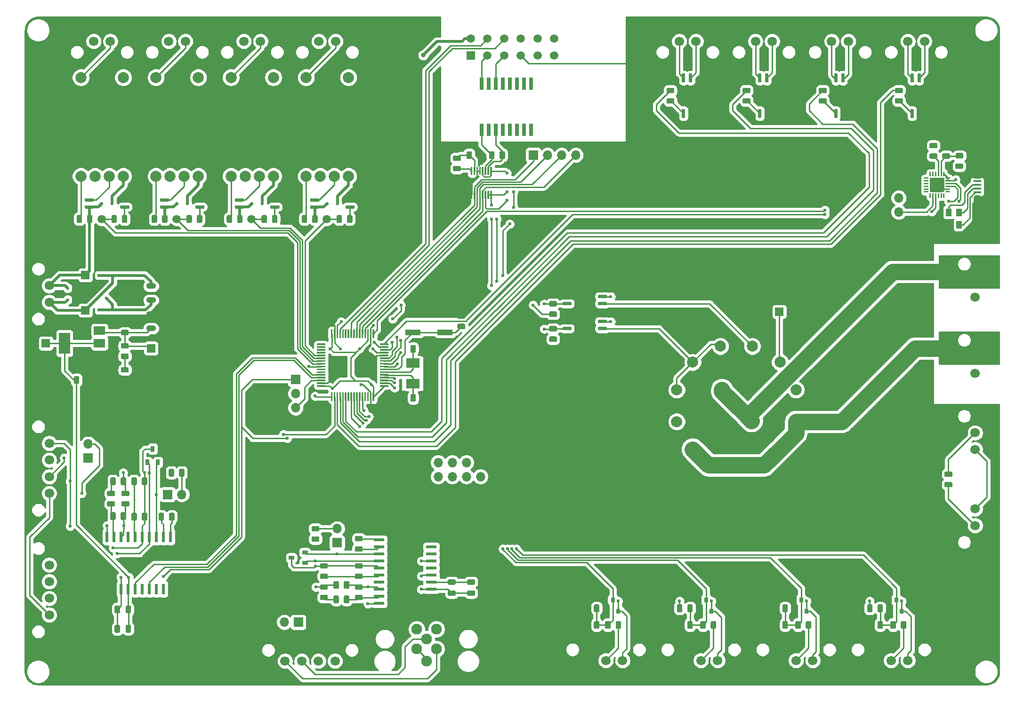
<source format=gbr>
G04 #@! TF.GenerationSoftware,KiCad,Pcbnew,(5.1.5)-3*
G04 #@! TF.CreationDate,2021-10-03T22:42:02-05:00*
G04 #@! TF.ProjectId,Dashboard,44617368-626f-4617-9264-2e6b69636164,rev?*
G04 #@! TF.SameCoordinates,Original*
G04 #@! TF.FileFunction,Copper,L1,Top*
G04 #@! TF.FilePolarity,Positive*
%FSLAX46Y46*%
G04 Gerber Fmt 4.6, Leading zero omitted, Abs format (unit mm)*
G04 Created by KiCad (PCBNEW (5.1.5)-3) date 2021-10-03 22:42:02*
%MOMM*%
%LPD*%
G04 APERTURE LIST*
%ADD10O,1.700000X1.700000*%
%ADD11R,1.700000X1.700000*%
%ADD12C,0.100000*%
%ADD13R,0.450000X0.600000*%
%ADD14C,2.006600*%
%ADD15C,1.500000*%
%ADD16R,1.500000X1.500000*%
%ADD17C,1.700000*%
%ADD18C,1.950000*%
%ADD19R,0.760000X2.200000*%
%ADD20R,1.000000X1.400000*%
%ADD21R,1.200000X1.400000*%
%ADD22R,0.600000X1.950000*%
%ADD23R,2.400000X1.700000*%
%ADD24R,0.700000X1.000000*%
%ADD25R,1.000000X0.700000*%
%ADD26R,1.950000X0.600000*%
%ADD27R,2.000000X1.500000*%
%ADD28R,2.000000X3.800000*%
%ADD29O,1.800000X1.000000*%
%ADD30R,2.750000X1.000000*%
%ADD31C,2.000000*%
%ADD32R,1.900000X1.200000*%
%ADD33O,1.900000X1.200000*%
%ADD34R,1.900000X1.500000*%
%ADD35C,1.450000*%
%ADD36R,1.350000X0.400000*%
%ADD37R,0.800000X0.900000*%
%ADD38R,5.410200X0.558800*%
%ADD39C,0.600000*%
%ADD40C,0.800000*%
%ADD41C,0.500000*%
%ADD42C,0.250000*%
%ADD43C,3.000000*%
%ADD44C,0.254000*%
G04 APERTURE END LIST*
D10*
X80300000Y-127020000D03*
X80300000Y-124480000D03*
X80300000Y-121940000D03*
D11*
X80300000Y-119400000D03*
G04 #@! TA.AperFunction,SMDPad,CuDef*
D12*
G36*
X96942351Y-120420361D02*
G01*
X96949632Y-120421441D01*
X96956771Y-120423229D01*
X96963701Y-120425709D01*
X96970355Y-120428856D01*
X96976668Y-120432640D01*
X96982579Y-120437024D01*
X96988033Y-120441967D01*
X96992976Y-120447421D01*
X96997360Y-120453332D01*
X97001144Y-120459645D01*
X97004291Y-120466299D01*
X97006771Y-120473229D01*
X97008559Y-120480368D01*
X97009639Y-120487649D01*
X97010000Y-120495000D01*
X97010000Y-120645000D01*
X97009639Y-120652351D01*
X97008559Y-120659632D01*
X97006771Y-120666771D01*
X97004291Y-120673701D01*
X97001144Y-120680355D01*
X96997360Y-120686668D01*
X96992976Y-120692579D01*
X96988033Y-120698033D01*
X96982579Y-120702976D01*
X96976668Y-120707360D01*
X96970355Y-120711144D01*
X96963701Y-120714291D01*
X96956771Y-120716771D01*
X96949632Y-120718559D01*
X96942351Y-120719639D01*
X96935000Y-120720000D01*
X95535000Y-120720000D01*
X95527649Y-120719639D01*
X95520368Y-120718559D01*
X95513229Y-120716771D01*
X95506299Y-120714291D01*
X95499645Y-120711144D01*
X95493332Y-120707360D01*
X95487421Y-120702976D01*
X95481967Y-120698033D01*
X95477024Y-120692579D01*
X95472640Y-120686668D01*
X95468856Y-120680355D01*
X95465709Y-120673701D01*
X95463229Y-120666771D01*
X95461441Y-120659632D01*
X95460361Y-120652351D01*
X95460000Y-120645000D01*
X95460000Y-120495000D01*
X95460361Y-120487649D01*
X95461441Y-120480368D01*
X95463229Y-120473229D01*
X95465709Y-120466299D01*
X95468856Y-120459645D01*
X95472640Y-120453332D01*
X95477024Y-120447421D01*
X95481967Y-120441967D01*
X95487421Y-120437024D01*
X95493332Y-120432640D01*
X95499645Y-120428856D01*
X95506299Y-120425709D01*
X95513229Y-120423229D01*
X95520368Y-120421441D01*
X95527649Y-120420361D01*
X95535000Y-120420000D01*
X96935000Y-120420000D01*
X96942351Y-120420361D01*
G37*
G04 #@! TD.AperFunction*
G04 #@! TA.AperFunction,SMDPad,CuDef*
G36*
X96942351Y-119920361D02*
G01*
X96949632Y-119921441D01*
X96956771Y-119923229D01*
X96963701Y-119925709D01*
X96970355Y-119928856D01*
X96976668Y-119932640D01*
X96982579Y-119937024D01*
X96988033Y-119941967D01*
X96992976Y-119947421D01*
X96997360Y-119953332D01*
X97001144Y-119959645D01*
X97004291Y-119966299D01*
X97006771Y-119973229D01*
X97008559Y-119980368D01*
X97009639Y-119987649D01*
X97010000Y-119995000D01*
X97010000Y-120145000D01*
X97009639Y-120152351D01*
X97008559Y-120159632D01*
X97006771Y-120166771D01*
X97004291Y-120173701D01*
X97001144Y-120180355D01*
X96997360Y-120186668D01*
X96992976Y-120192579D01*
X96988033Y-120198033D01*
X96982579Y-120202976D01*
X96976668Y-120207360D01*
X96970355Y-120211144D01*
X96963701Y-120214291D01*
X96956771Y-120216771D01*
X96949632Y-120218559D01*
X96942351Y-120219639D01*
X96935000Y-120220000D01*
X95535000Y-120220000D01*
X95527649Y-120219639D01*
X95520368Y-120218559D01*
X95513229Y-120216771D01*
X95506299Y-120214291D01*
X95499645Y-120211144D01*
X95493332Y-120207360D01*
X95487421Y-120202976D01*
X95481967Y-120198033D01*
X95477024Y-120192579D01*
X95472640Y-120186668D01*
X95468856Y-120180355D01*
X95465709Y-120173701D01*
X95463229Y-120166771D01*
X95461441Y-120159632D01*
X95460361Y-120152351D01*
X95460000Y-120145000D01*
X95460000Y-119995000D01*
X95460361Y-119987649D01*
X95461441Y-119980368D01*
X95463229Y-119973229D01*
X95465709Y-119966299D01*
X95468856Y-119959645D01*
X95472640Y-119953332D01*
X95477024Y-119947421D01*
X95481967Y-119941967D01*
X95487421Y-119937024D01*
X95493332Y-119932640D01*
X95499645Y-119928856D01*
X95506299Y-119925709D01*
X95513229Y-119923229D01*
X95520368Y-119921441D01*
X95527649Y-119920361D01*
X95535000Y-119920000D01*
X96935000Y-119920000D01*
X96942351Y-119920361D01*
G37*
G04 #@! TD.AperFunction*
G04 #@! TA.AperFunction,SMDPad,CuDef*
G36*
X96942351Y-119420361D02*
G01*
X96949632Y-119421441D01*
X96956771Y-119423229D01*
X96963701Y-119425709D01*
X96970355Y-119428856D01*
X96976668Y-119432640D01*
X96982579Y-119437024D01*
X96988033Y-119441967D01*
X96992976Y-119447421D01*
X96997360Y-119453332D01*
X97001144Y-119459645D01*
X97004291Y-119466299D01*
X97006771Y-119473229D01*
X97008559Y-119480368D01*
X97009639Y-119487649D01*
X97010000Y-119495000D01*
X97010000Y-119645000D01*
X97009639Y-119652351D01*
X97008559Y-119659632D01*
X97006771Y-119666771D01*
X97004291Y-119673701D01*
X97001144Y-119680355D01*
X96997360Y-119686668D01*
X96992976Y-119692579D01*
X96988033Y-119698033D01*
X96982579Y-119702976D01*
X96976668Y-119707360D01*
X96970355Y-119711144D01*
X96963701Y-119714291D01*
X96956771Y-119716771D01*
X96949632Y-119718559D01*
X96942351Y-119719639D01*
X96935000Y-119720000D01*
X95535000Y-119720000D01*
X95527649Y-119719639D01*
X95520368Y-119718559D01*
X95513229Y-119716771D01*
X95506299Y-119714291D01*
X95499645Y-119711144D01*
X95493332Y-119707360D01*
X95487421Y-119702976D01*
X95481967Y-119698033D01*
X95477024Y-119692579D01*
X95472640Y-119686668D01*
X95468856Y-119680355D01*
X95465709Y-119673701D01*
X95463229Y-119666771D01*
X95461441Y-119659632D01*
X95460361Y-119652351D01*
X95460000Y-119645000D01*
X95460000Y-119495000D01*
X95460361Y-119487649D01*
X95461441Y-119480368D01*
X95463229Y-119473229D01*
X95465709Y-119466299D01*
X95468856Y-119459645D01*
X95472640Y-119453332D01*
X95477024Y-119447421D01*
X95481967Y-119441967D01*
X95487421Y-119437024D01*
X95493332Y-119432640D01*
X95499645Y-119428856D01*
X95506299Y-119425709D01*
X95513229Y-119423229D01*
X95520368Y-119421441D01*
X95527649Y-119420361D01*
X95535000Y-119420000D01*
X96935000Y-119420000D01*
X96942351Y-119420361D01*
G37*
G04 #@! TD.AperFunction*
G04 #@! TA.AperFunction,SMDPad,CuDef*
G36*
X96942351Y-118920361D02*
G01*
X96949632Y-118921441D01*
X96956771Y-118923229D01*
X96963701Y-118925709D01*
X96970355Y-118928856D01*
X96976668Y-118932640D01*
X96982579Y-118937024D01*
X96988033Y-118941967D01*
X96992976Y-118947421D01*
X96997360Y-118953332D01*
X97001144Y-118959645D01*
X97004291Y-118966299D01*
X97006771Y-118973229D01*
X97008559Y-118980368D01*
X97009639Y-118987649D01*
X97010000Y-118995000D01*
X97010000Y-119145000D01*
X97009639Y-119152351D01*
X97008559Y-119159632D01*
X97006771Y-119166771D01*
X97004291Y-119173701D01*
X97001144Y-119180355D01*
X96997360Y-119186668D01*
X96992976Y-119192579D01*
X96988033Y-119198033D01*
X96982579Y-119202976D01*
X96976668Y-119207360D01*
X96970355Y-119211144D01*
X96963701Y-119214291D01*
X96956771Y-119216771D01*
X96949632Y-119218559D01*
X96942351Y-119219639D01*
X96935000Y-119220000D01*
X95535000Y-119220000D01*
X95527649Y-119219639D01*
X95520368Y-119218559D01*
X95513229Y-119216771D01*
X95506299Y-119214291D01*
X95499645Y-119211144D01*
X95493332Y-119207360D01*
X95487421Y-119202976D01*
X95481967Y-119198033D01*
X95477024Y-119192579D01*
X95472640Y-119186668D01*
X95468856Y-119180355D01*
X95465709Y-119173701D01*
X95463229Y-119166771D01*
X95461441Y-119159632D01*
X95460361Y-119152351D01*
X95460000Y-119145000D01*
X95460000Y-118995000D01*
X95460361Y-118987649D01*
X95461441Y-118980368D01*
X95463229Y-118973229D01*
X95465709Y-118966299D01*
X95468856Y-118959645D01*
X95472640Y-118953332D01*
X95477024Y-118947421D01*
X95481967Y-118941967D01*
X95487421Y-118937024D01*
X95493332Y-118932640D01*
X95499645Y-118928856D01*
X95506299Y-118925709D01*
X95513229Y-118923229D01*
X95520368Y-118921441D01*
X95527649Y-118920361D01*
X95535000Y-118920000D01*
X96935000Y-118920000D01*
X96942351Y-118920361D01*
G37*
G04 #@! TD.AperFunction*
G04 #@! TA.AperFunction,SMDPad,CuDef*
G36*
X96942351Y-118420361D02*
G01*
X96949632Y-118421441D01*
X96956771Y-118423229D01*
X96963701Y-118425709D01*
X96970355Y-118428856D01*
X96976668Y-118432640D01*
X96982579Y-118437024D01*
X96988033Y-118441967D01*
X96992976Y-118447421D01*
X96997360Y-118453332D01*
X97001144Y-118459645D01*
X97004291Y-118466299D01*
X97006771Y-118473229D01*
X97008559Y-118480368D01*
X97009639Y-118487649D01*
X97010000Y-118495000D01*
X97010000Y-118645000D01*
X97009639Y-118652351D01*
X97008559Y-118659632D01*
X97006771Y-118666771D01*
X97004291Y-118673701D01*
X97001144Y-118680355D01*
X96997360Y-118686668D01*
X96992976Y-118692579D01*
X96988033Y-118698033D01*
X96982579Y-118702976D01*
X96976668Y-118707360D01*
X96970355Y-118711144D01*
X96963701Y-118714291D01*
X96956771Y-118716771D01*
X96949632Y-118718559D01*
X96942351Y-118719639D01*
X96935000Y-118720000D01*
X95535000Y-118720000D01*
X95527649Y-118719639D01*
X95520368Y-118718559D01*
X95513229Y-118716771D01*
X95506299Y-118714291D01*
X95499645Y-118711144D01*
X95493332Y-118707360D01*
X95487421Y-118702976D01*
X95481967Y-118698033D01*
X95477024Y-118692579D01*
X95472640Y-118686668D01*
X95468856Y-118680355D01*
X95465709Y-118673701D01*
X95463229Y-118666771D01*
X95461441Y-118659632D01*
X95460361Y-118652351D01*
X95460000Y-118645000D01*
X95460000Y-118495000D01*
X95460361Y-118487649D01*
X95461441Y-118480368D01*
X95463229Y-118473229D01*
X95465709Y-118466299D01*
X95468856Y-118459645D01*
X95472640Y-118453332D01*
X95477024Y-118447421D01*
X95481967Y-118441967D01*
X95487421Y-118437024D01*
X95493332Y-118432640D01*
X95499645Y-118428856D01*
X95506299Y-118425709D01*
X95513229Y-118423229D01*
X95520368Y-118421441D01*
X95527649Y-118420361D01*
X95535000Y-118420000D01*
X96935000Y-118420000D01*
X96942351Y-118420361D01*
G37*
G04 #@! TD.AperFunction*
G04 #@! TA.AperFunction,SMDPad,CuDef*
G36*
X96942351Y-117920361D02*
G01*
X96949632Y-117921441D01*
X96956771Y-117923229D01*
X96963701Y-117925709D01*
X96970355Y-117928856D01*
X96976668Y-117932640D01*
X96982579Y-117937024D01*
X96988033Y-117941967D01*
X96992976Y-117947421D01*
X96997360Y-117953332D01*
X97001144Y-117959645D01*
X97004291Y-117966299D01*
X97006771Y-117973229D01*
X97008559Y-117980368D01*
X97009639Y-117987649D01*
X97010000Y-117995000D01*
X97010000Y-118145000D01*
X97009639Y-118152351D01*
X97008559Y-118159632D01*
X97006771Y-118166771D01*
X97004291Y-118173701D01*
X97001144Y-118180355D01*
X96997360Y-118186668D01*
X96992976Y-118192579D01*
X96988033Y-118198033D01*
X96982579Y-118202976D01*
X96976668Y-118207360D01*
X96970355Y-118211144D01*
X96963701Y-118214291D01*
X96956771Y-118216771D01*
X96949632Y-118218559D01*
X96942351Y-118219639D01*
X96935000Y-118220000D01*
X95535000Y-118220000D01*
X95527649Y-118219639D01*
X95520368Y-118218559D01*
X95513229Y-118216771D01*
X95506299Y-118214291D01*
X95499645Y-118211144D01*
X95493332Y-118207360D01*
X95487421Y-118202976D01*
X95481967Y-118198033D01*
X95477024Y-118192579D01*
X95472640Y-118186668D01*
X95468856Y-118180355D01*
X95465709Y-118173701D01*
X95463229Y-118166771D01*
X95461441Y-118159632D01*
X95460361Y-118152351D01*
X95460000Y-118145000D01*
X95460000Y-117995000D01*
X95460361Y-117987649D01*
X95461441Y-117980368D01*
X95463229Y-117973229D01*
X95465709Y-117966299D01*
X95468856Y-117959645D01*
X95472640Y-117953332D01*
X95477024Y-117947421D01*
X95481967Y-117941967D01*
X95487421Y-117937024D01*
X95493332Y-117932640D01*
X95499645Y-117928856D01*
X95506299Y-117925709D01*
X95513229Y-117923229D01*
X95520368Y-117921441D01*
X95527649Y-117920361D01*
X95535000Y-117920000D01*
X96935000Y-117920000D01*
X96942351Y-117920361D01*
G37*
G04 #@! TD.AperFunction*
G04 #@! TA.AperFunction,SMDPad,CuDef*
G36*
X96942351Y-117420361D02*
G01*
X96949632Y-117421441D01*
X96956771Y-117423229D01*
X96963701Y-117425709D01*
X96970355Y-117428856D01*
X96976668Y-117432640D01*
X96982579Y-117437024D01*
X96988033Y-117441967D01*
X96992976Y-117447421D01*
X96997360Y-117453332D01*
X97001144Y-117459645D01*
X97004291Y-117466299D01*
X97006771Y-117473229D01*
X97008559Y-117480368D01*
X97009639Y-117487649D01*
X97010000Y-117495000D01*
X97010000Y-117645000D01*
X97009639Y-117652351D01*
X97008559Y-117659632D01*
X97006771Y-117666771D01*
X97004291Y-117673701D01*
X97001144Y-117680355D01*
X96997360Y-117686668D01*
X96992976Y-117692579D01*
X96988033Y-117698033D01*
X96982579Y-117702976D01*
X96976668Y-117707360D01*
X96970355Y-117711144D01*
X96963701Y-117714291D01*
X96956771Y-117716771D01*
X96949632Y-117718559D01*
X96942351Y-117719639D01*
X96935000Y-117720000D01*
X95535000Y-117720000D01*
X95527649Y-117719639D01*
X95520368Y-117718559D01*
X95513229Y-117716771D01*
X95506299Y-117714291D01*
X95499645Y-117711144D01*
X95493332Y-117707360D01*
X95487421Y-117702976D01*
X95481967Y-117698033D01*
X95477024Y-117692579D01*
X95472640Y-117686668D01*
X95468856Y-117680355D01*
X95465709Y-117673701D01*
X95463229Y-117666771D01*
X95461441Y-117659632D01*
X95460361Y-117652351D01*
X95460000Y-117645000D01*
X95460000Y-117495000D01*
X95460361Y-117487649D01*
X95461441Y-117480368D01*
X95463229Y-117473229D01*
X95465709Y-117466299D01*
X95468856Y-117459645D01*
X95472640Y-117453332D01*
X95477024Y-117447421D01*
X95481967Y-117441967D01*
X95487421Y-117437024D01*
X95493332Y-117432640D01*
X95499645Y-117428856D01*
X95506299Y-117425709D01*
X95513229Y-117423229D01*
X95520368Y-117421441D01*
X95527649Y-117420361D01*
X95535000Y-117420000D01*
X96935000Y-117420000D01*
X96942351Y-117420361D01*
G37*
G04 #@! TD.AperFunction*
G04 #@! TA.AperFunction,SMDPad,CuDef*
G36*
X96942351Y-116920361D02*
G01*
X96949632Y-116921441D01*
X96956771Y-116923229D01*
X96963701Y-116925709D01*
X96970355Y-116928856D01*
X96976668Y-116932640D01*
X96982579Y-116937024D01*
X96988033Y-116941967D01*
X96992976Y-116947421D01*
X96997360Y-116953332D01*
X97001144Y-116959645D01*
X97004291Y-116966299D01*
X97006771Y-116973229D01*
X97008559Y-116980368D01*
X97009639Y-116987649D01*
X97010000Y-116995000D01*
X97010000Y-117145000D01*
X97009639Y-117152351D01*
X97008559Y-117159632D01*
X97006771Y-117166771D01*
X97004291Y-117173701D01*
X97001144Y-117180355D01*
X96997360Y-117186668D01*
X96992976Y-117192579D01*
X96988033Y-117198033D01*
X96982579Y-117202976D01*
X96976668Y-117207360D01*
X96970355Y-117211144D01*
X96963701Y-117214291D01*
X96956771Y-117216771D01*
X96949632Y-117218559D01*
X96942351Y-117219639D01*
X96935000Y-117220000D01*
X95535000Y-117220000D01*
X95527649Y-117219639D01*
X95520368Y-117218559D01*
X95513229Y-117216771D01*
X95506299Y-117214291D01*
X95499645Y-117211144D01*
X95493332Y-117207360D01*
X95487421Y-117202976D01*
X95481967Y-117198033D01*
X95477024Y-117192579D01*
X95472640Y-117186668D01*
X95468856Y-117180355D01*
X95465709Y-117173701D01*
X95463229Y-117166771D01*
X95461441Y-117159632D01*
X95460361Y-117152351D01*
X95460000Y-117145000D01*
X95460000Y-116995000D01*
X95460361Y-116987649D01*
X95461441Y-116980368D01*
X95463229Y-116973229D01*
X95465709Y-116966299D01*
X95468856Y-116959645D01*
X95472640Y-116953332D01*
X95477024Y-116947421D01*
X95481967Y-116941967D01*
X95487421Y-116937024D01*
X95493332Y-116932640D01*
X95499645Y-116928856D01*
X95506299Y-116925709D01*
X95513229Y-116923229D01*
X95520368Y-116921441D01*
X95527649Y-116920361D01*
X95535000Y-116920000D01*
X96935000Y-116920000D01*
X96942351Y-116920361D01*
G37*
G04 #@! TD.AperFunction*
G04 #@! TA.AperFunction,SMDPad,CuDef*
G36*
X96942351Y-116420361D02*
G01*
X96949632Y-116421441D01*
X96956771Y-116423229D01*
X96963701Y-116425709D01*
X96970355Y-116428856D01*
X96976668Y-116432640D01*
X96982579Y-116437024D01*
X96988033Y-116441967D01*
X96992976Y-116447421D01*
X96997360Y-116453332D01*
X97001144Y-116459645D01*
X97004291Y-116466299D01*
X97006771Y-116473229D01*
X97008559Y-116480368D01*
X97009639Y-116487649D01*
X97010000Y-116495000D01*
X97010000Y-116645000D01*
X97009639Y-116652351D01*
X97008559Y-116659632D01*
X97006771Y-116666771D01*
X97004291Y-116673701D01*
X97001144Y-116680355D01*
X96997360Y-116686668D01*
X96992976Y-116692579D01*
X96988033Y-116698033D01*
X96982579Y-116702976D01*
X96976668Y-116707360D01*
X96970355Y-116711144D01*
X96963701Y-116714291D01*
X96956771Y-116716771D01*
X96949632Y-116718559D01*
X96942351Y-116719639D01*
X96935000Y-116720000D01*
X95535000Y-116720000D01*
X95527649Y-116719639D01*
X95520368Y-116718559D01*
X95513229Y-116716771D01*
X95506299Y-116714291D01*
X95499645Y-116711144D01*
X95493332Y-116707360D01*
X95487421Y-116702976D01*
X95481967Y-116698033D01*
X95477024Y-116692579D01*
X95472640Y-116686668D01*
X95468856Y-116680355D01*
X95465709Y-116673701D01*
X95463229Y-116666771D01*
X95461441Y-116659632D01*
X95460361Y-116652351D01*
X95460000Y-116645000D01*
X95460000Y-116495000D01*
X95460361Y-116487649D01*
X95461441Y-116480368D01*
X95463229Y-116473229D01*
X95465709Y-116466299D01*
X95468856Y-116459645D01*
X95472640Y-116453332D01*
X95477024Y-116447421D01*
X95481967Y-116441967D01*
X95487421Y-116437024D01*
X95493332Y-116432640D01*
X95499645Y-116428856D01*
X95506299Y-116425709D01*
X95513229Y-116423229D01*
X95520368Y-116421441D01*
X95527649Y-116420361D01*
X95535000Y-116420000D01*
X96935000Y-116420000D01*
X96942351Y-116420361D01*
G37*
G04 #@! TD.AperFunction*
G04 #@! TA.AperFunction,SMDPad,CuDef*
G36*
X96942351Y-115920361D02*
G01*
X96949632Y-115921441D01*
X96956771Y-115923229D01*
X96963701Y-115925709D01*
X96970355Y-115928856D01*
X96976668Y-115932640D01*
X96982579Y-115937024D01*
X96988033Y-115941967D01*
X96992976Y-115947421D01*
X96997360Y-115953332D01*
X97001144Y-115959645D01*
X97004291Y-115966299D01*
X97006771Y-115973229D01*
X97008559Y-115980368D01*
X97009639Y-115987649D01*
X97010000Y-115995000D01*
X97010000Y-116145000D01*
X97009639Y-116152351D01*
X97008559Y-116159632D01*
X97006771Y-116166771D01*
X97004291Y-116173701D01*
X97001144Y-116180355D01*
X96997360Y-116186668D01*
X96992976Y-116192579D01*
X96988033Y-116198033D01*
X96982579Y-116202976D01*
X96976668Y-116207360D01*
X96970355Y-116211144D01*
X96963701Y-116214291D01*
X96956771Y-116216771D01*
X96949632Y-116218559D01*
X96942351Y-116219639D01*
X96935000Y-116220000D01*
X95535000Y-116220000D01*
X95527649Y-116219639D01*
X95520368Y-116218559D01*
X95513229Y-116216771D01*
X95506299Y-116214291D01*
X95499645Y-116211144D01*
X95493332Y-116207360D01*
X95487421Y-116202976D01*
X95481967Y-116198033D01*
X95477024Y-116192579D01*
X95472640Y-116186668D01*
X95468856Y-116180355D01*
X95465709Y-116173701D01*
X95463229Y-116166771D01*
X95461441Y-116159632D01*
X95460361Y-116152351D01*
X95460000Y-116145000D01*
X95460000Y-115995000D01*
X95460361Y-115987649D01*
X95461441Y-115980368D01*
X95463229Y-115973229D01*
X95465709Y-115966299D01*
X95468856Y-115959645D01*
X95472640Y-115953332D01*
X95477024Y-115947421D01*
X95481967Y-115941967D01*
X95487421Y-115937024D01*
X95493332Y-115932640D01*
X95499645Y-115928856D01*
X95506299Y-115925709D01*
X95513229Y-115923229D01*
X95520368Y-115921441D01*
X95527649Y-115920361D01*
X95535000Y-115920000D01*
X96935000Y-115920000D01*
X96942351Y-115920361D01*
G37*
G04 #@! TD.AperFunction*
G04 #@! TA.AperFunction,SMDPad,CuDef*
G36*
X96942351Y-115420361D02*
G01*
X96949632Y-115421441D01*
X96956771Y-115423229D01*
X96963701Y-115425709D01*
X96970355Y-115428856D01*
X96976668Y-115432640D01*
X96982579Y-115437024D01*
X96988033Y-115441967D01*
X96992976Y-115447421D01*
X96997360Y-115453332D01*
X97001144Y-115459645D01*
X97004291Y-115466299D01*
X97006771Y-115473229D01*
X97008559Y-115480368D01*
X97009639Y-115487649D01*
X97010000Y-115495000D01*
X97010000Y-115645000D01*
X97009639Y-115652351D01*
X97008559Y-115659632D01*
X97006771Y-115666771D01*
X97004291Y-115673701D01*
X97001144Y-115680355D01*
X96997360Y-115686668D01*
X96992976Y-115692579D01*
X96988033Y-115698033D01*
X96982579Y-115702976D01*
X96976668Y-115707360D01*
X96970355Y-115711144D01*
X96963701Y-115714291D01*
X96956771Y-115716771D01*
X96949632Y-115718559D01*
X96942351Y-115719639D01*
X96935000Y-115720000D01*
X95535000Y-115720000D01*
X95527649Y-115719639D01*
X95520368Y-115718559D01*
X95513229Y-115716771D01*
X95506299Y-115714291D01*
X95499645Y-115711144D01*
X95493332Y-115707360D01*
X95487421Y-115702976D01*
X95481967Y-115698033D01*
X95477024Y-115692579D01*
X95472640Y-115686668D01*
X95468856Y-115680355D01*
X95465709Y-115673701D01*
X95463229Y-115666771D01*
X95461441Y-115659632D01*
X95460361Y-115652351D01*
X95460000Y-115645000D01*
X95460000Y-115495000D01*
X95460361Y-115487649D01*
X95461441Y-115480368D01*
X95463229Y-115473229D01*
X95465709Y-115466299D01*
X95468856Y-115459645D01*
X95472640Y-115453332D01*
X95477024Y-115447421D01*
X95481967Y-115441967D01*
X95487421Y-115437024D01*
X95493332Y-115432640D01*
X95499645Y-115428856D01*
X95506299Y-115425709D01*
X95513229Y-115423229D01*
X95520368Y-115421441D01*
X95527649Y-115420361D01*
X95535000Y-115420000D01*
X96935000Y-115420000D01*
X96942351Y-115420361D01*
G37*
G04 #@! TD.AperFunction*
G04 #@! TA.AperFunction,SMDPad,CuDef*
G36*
X96942351Y-114920361D02*
G01*
X96949632Y-114921441D01*
X96956771Y-114923229D01*
X96963701Y-114925709D01*
X96970355Y-114928856D01*
X96976668Y-114932640D01*
X96982579Y-114937024D01*
X96988033Y-114941967D01*
X96992976Y-114947421D01*
X96997360Y-114953332D01*
X97001144Y-114959645D01*
X97004291Y-114966299D01*
X97006771Y-114973229D01*
X97008559Y-114980368D01*
X97009639Y-114987649D01*
X97010000Y-114995000D01*
X97010000Y-115145000D01*
X97009639Y-115152351D01*
X97008559Y-115159632D01*
X97006771Y-115166771D01*
X97004291Y-115173701D01*
X97001144Y-115180355D01*
X96997360Y-115186668D01*
X96992976Y-115192579D01*
X96988033Y-115198033D01*
X96982579Y-115202976D01*
X96976668Y-115207360D01*
X96970355Y-115211144D01*
X96963701Y-115214291D01*
X96956771Y-115216771D01*
X96949632Y-115218559D01*
X96942351Y-115219639D01*
X96935000Y-115220000D01*
X95535000Y-115220000D01*
X95527649Y-115219639D01*
X95520368Y-115218559D01*
X95513229Y-115216771D01*
X95506299Y-115214291D01*
X95499645Y-115211144D01*
X95493332Y-115207360D01*
X95487421Y-115202976D01*
X95481967Y-115198033D01*
X95477024Y-115192579D01*
X95472640Y-115186668D01*
X95468856Y-115180355D01*
X95465709Y-115173701D01*
X95463229Y-115166771D01*
X95461441Y-115159632D01*
X95460361Y-115152351D01*
X95460000Y-115145000D01*
X95460000Y-114995000D01*
X95460361Y-114987649D01*
X95461441Y-114980368D01*
X95463229Y-114973229D01*
X95465709Y-114966299D01*
X95468856Y-114959645D01*
X95472640Y-114953332D01*
X95477024Y-114947421D01*
X95481967Y-114941967D01*
X95487421Y-114937024D01*
X95493332Y-114932640D01*
X95499645Y-114928856D01*
X95506299Y-114925709D01*
X95513229Y-114923229D01*
X95520368Y-114921441D01*
X95527649Y-114920361D01*
X95535000Y-114920000D01*
X96935000Y-114920000D01*
X96942351Y-114920361D01*
G37*
G04 #@! TD.AperFunction*
G04 #@! TA.AperFunction,SMDPad,CuDef*
G36*
X96942351Y-114420361D02*
G01*
X96949632Y-114421441D01*
X96956771Y-114423229D01*
X96963701Y-114425709D01*
X96970355Y-114428856D01*
X96976668Y-114432640D01*
X96982579Y-114437024D01*
X96988033Y-114441967D01*
X96992976Y-114447421D01*
X96997360Y-114453332D01*
X97001144Y-114459645D01*
X97004291Y-114466299D01*
X97006771Y-114473229D01*
X97008559Y-114480368D01*
X97009639Y-114487649D01*
X97010000Y-114495000D01*
X97010000Y-114645000D01*
X97009639Y-114652351D01*
X97008559Y-114659632D01*
X97006771Y-114666771D01*
X97004291Y-114673701D01*
X97001144Y-114680355D01*
X96997360Y-114686668D01*
X96992976Y-114692579D01*
X96988033Y-114698033D01*
X96982579Y-114702976D01*
X96976668Y-114707360D01*
X96970355Y-114711144D01*
X96963701Y-114714291D01*
X96956771Y-114716771D01*
X96949632Y-114718559D01*
X96942351Y-114719639D01*
X96935000Y-114720000D01*
X95535000Y-114720000D01*
X95527649Y-114719639D01*
X95520368Y-114718559D01*
X95513229Y-114716771D01*
X95506299Y-114714291D01*
X95499645Y-114711144D01*
X95493332Y-114707360D01*
X95487421Y-114702976D01*
X95481967Y-114698033D01*
X95477024Y-114692579D01*
X95472640Y-114686668D01*
X95468856Y-114680355D01*
X95465709Y-114673701D01*
X95463229Y-114666771D01*
X95461441Y-114659632D01*
X95460361Y-114652351D01*
X95460000Y-114645000D01*
X95460000Y-114495000D01*
X95460361Y-114487649D01*
X95461441Y-114480368D01*
X95463229Y-114473229D01*
X95465709Y-114466299D01*
X95468856Y-114459645D01*
X95472640Y-114453332D01*
X95477024Y-114447421D01*
X95481967Y-114441967D01*
X95487421Y-114437024D01*
X95493332Y-114432640D01*
X95499645Y-114428856D01*
X95506299Y-114425709D01*
X95513229Y-114423229D01*
X95520368Y-114421441D01*
X95527649Y-114420361D01*
X95535000Y-114420000D01*
X96935000Y-114420000D01*
X96942351Y-114420361D01*
G37*
G04 #@! TD.AperFunction*
G04 #@! TA.AperFunction,SMDPad,CuDef*
G36*
X96942351Y-113920361D02*
G01*
X96949632Y-113921441D01*
X96956771Y-113923229D01*
X96963701Y-113925709D01*
X96970355Y-113928856D01*
X96976668Y-113932640D01*
X96982579Y-113937024D01*
X96988033Y-113941967D01*
X96992976Y-113947421D01*
X96997360Y-113953332D01*
X97001144Y-113959645D01*
X97004291Y-113966299D01*
X97006771Y-113973229D01*
X97008559Y-113980368D01*
X97009639Y-113987649D01*
X97010000Y-113995000D01*
X97010000Y-114145000D01*
X97009639Y-114152351D01*
X97008559Y-114159632D01*
X97006771Y-114166771D01*
X97004291Y-114173701D01*
X97001144Y-114180355D01*
X96997360Y-114186668D01*
X96992976Y-114192579D01*
X96988033Y-114198033D01*
X96982579Y-114202976D01*
X96976668Y-114207360D01*
X96970355Y-114211144D01*
X96963701Y-114214291D01*
X96956771Y-114216771D01*
X96949632Y-114218559D01*
X96942351Y-114219639D01*
X96935000Y-114220000D01*
X95535000Y-114220000D01*
X95527649Y-114219639D01*
X95520368Y-114218559D01*
X95513229Y-114216771D01*
X95506299Y-114214291D01*
X95499645Y-114211144D01*
X95493332Y-114207360D01*
X95487421Y-114202976D01*
X95481967Y-114198033D01*
X95477024Y-114192579D01*
X95472640Y-114186668D01*
X95468856Y-114180355D01*
X95465709Y-114173701D01*
X95463229Y-114166771D01*
X95461441Y-114159632D01*
X95460361Y-114152351D01*
X95460000Y-114145000D01*
X95460000Y-113995000D01*
X95460361Y-113987649D01*
X95461441Y-113980368D01*
X95463229Y-113973229D01*
X95465709Y-113966299D01*
X95468856Y-113959645D01*
X95472640Y-113953332D01*
X95477024Y-113947421D01*
X95481967Y-113941967D01*
X95487421Y-113937024D01*
X95493332Y-113932640D01*
X95499645Y-113928856D01*
X95506299Y-113925709D01*
X95513229Y-113923229D01*
X95520368Y-113921441D01*
X95527649Y-113920361D01*
X95535000Y-113920000D01*
X96935000Y-113920000D01*
X96942351Y-113920361D01*
G37*
G04 #@! TD.AperFunction*
G04 #@! TA.AperFunction,SMDPad,CuDef*
G36*
X96942351Y-113420361D02*
G01*
X96949632Y-113421441D01*
X96956771Y-113423229D01*
X96963701Y-113425709D01*
X96970355Y-113428856D01*
X96976668Y-113432640D01*
X96982579Y-113437024D01*
X96988033Y-113441967D01*
X96992976Y-113447421D01*
X96997360Y-113453332D01*
X97001144Y-113459645D01*
X97004291Y-113466299D01*
X97006771Y-113473229D01*
X97008559Y-113480368D01*
X97009639Y-113487649D01*
X97010000Y-113495000D01*
X97010000Y-113645000D01*
X97009639Y-113652351D01*
X97008559Y-113659632D01*
X97006771Y-113666771D01*
X97004291Y-113673701D01*
X97001144Y-113680355D01*
X96997360Y-113686668D01*
X96992976Y-113692579D01*
X96988033Y-113698033D01*
X96982579Y-113702976D01*
X96976668Y-113707360D01*
X96970355Y-113711144D01*
X96963701Y-113714291D01*
X96956771Y-113716771D01*
X96949632Y-113718559D01*
X96942351Y-113719639D01*
X96935000Y-113720000D01*
X95535000Y-113720000D01*
X95527649Y-113719639D01*
X95520368Y-113718559D01*
X95513229Y-113716771D01*
X95506299Y-113714291D01*
X95499645Y-113711144D01*
X95493332Y-113707360D01*
X95487421Y-113702976D01*
X95481967Y-113698033D01*
X95477024Y-113692579D01*
X95472640Y-113686668D01*
X95468856Y-113680355D01*
X95465709Y-113673701D01*
X95463229Y-113666771D01*
X95461441Y-113659632D01*
X95460361Y-113652351D01*
X95460000Y-113645000D01*
X95460000Y-113495000D01*
X95460361Y-113487649D01*
X95461441Y-113480368D01*
X95463229Y-113473229D01*
X95465709Y-113466299D01*
X95468856Y-113459645D01*
X95472640Y-113453332D01*
X95477024Y-113447421D01*
X95481967Y-113441967D01*
X95487421Y-113437024D01*
X95493332Y-113432640D01*
X95499645Y-113428856D01*
X95506299Y-113425709D01*
X95513229Y-113423229D01*
X95520368Y-113421441D01*
X95527649Y-113420361D01*
X95535000Y-113420000D01*
X96935000Y-113420000D01*
X96942351Y-113420361D01*
G37*
G04 #@! TD.AperFunction*
G04 #@! TA.AperFunction,SMDPad,CuDef*
G36*
X96942351Y-112920361D02*
G01*
X96949632Y-112921441D01*
X96956771Y-112923229D01*
X96963701Y-112925709D01*
X96970355Y-112928856D01*
X96976668Y-112932640D01*
X96982579Y-112937024D01*
X96988033Y-112941967D01*
X96992976Y-112947421D01*
X96997360Y-112953332D01*
X97001144Y-112959645D01*
X97004291Y-112966299D01*
X97006771Y-112973229D01*
X97008559Y-112980368D01*
X97009639Y-112987649D01*
X97010000Y-112995000D01*
X97010000Y-113145000D01*
X97009639Y-113152351D01*
X97008559Y-113159632D01*
X97006771Y-113166771D01*
X97004291Y-113173701D01*
X97001144Y-113180355D01*
X96997360Y-113186668D01*
X96992976Y-113192579D01*
X96988033Y-113198033D01*
X96982579Y-113202976D01*
X96976668Y-113207360D01*
X96970355Y-113211144D01*
X96963701Y-113214291D01*
X96956771Y-113216771D01*
X96949632Y-113218559D01*
X96942351Y-113219639D01*
X96935000Y-113220000D01*
X95535000Y-113220000D01*
X95527649Y-113219639D01*
X95520368Y-113218559D01*
X95513229Y-113216771D01*
X95506299Y-113214291D01*
X95499645Y-113211144D01*
X95493332Y-113207360D01*
X95487421Y-113202976D01*
X95481967Y-113198033D01*
X95477024Y-113192579D01*
X95472640Y-113186668D01*
X95468856Y-113180355D01*
X95465709Y-113173701D01*
X95463229Y-113166771D01*
X95461441Y-113159632D01*
X95460361Y-113152351D01*
X95460000Y-113145000D01*
X95460000Y-112995000D01*
X95460361Y-112987649D01*
X95461441Y-112980368D01*
X95463229Y-112973229D01*
X95465709Y-112966299D01*
X95468856Y-112959645D01*
X95472640Y-112953332D01*
X95477024Y-112947421D01*
X95481967Y-112941967D01*
X95487421Y-112937024D01*
X95493332Y-112932640D01*
X95499645Y-112928856D01*
X95506299Y-112925709D01*
X95513229Y-112923229D01*
X95520368Y-112921441D01*
X95527649Y-112920361D01*
X95535000Y-112920000D01*
X96935000Y-112920000D01*
X96942351Y-112920361D01*
G37*
G04 #@! TD.AperFunction*
G04 #@! TA.AperFunction,SMDPad,CuDef*
G36*
X94392351Y-110370361D02*
G01*
X94399632Y-110371441D01*
X94406771Y-110373229D01*
X94413701Y-110375709D01*
X94420355Y-110378856D01*
X94426668Y-110382640D01*
X94432579Y-110387024D01*
X94438033Y-110391967D01*
X94442976Y-110397421D01*
X94447360Y-110403332D01*
X94451144Y-110409645D01*
X94454291Y-110416299D01*
X94456771Y-110423229D01*
X94458559Y-110430368D01*
X94459639Y-110437649D01*
X94460000Y-110445000D01*
X94460000Y-111845000D01*
X94459639Y-111852351D01*
X94458559Y-111859632D01*
X94456771Y-111866771D01*
X94454291Y-111873701D01*
X94451144Y-111880355D01*
X94447360Y-111886668D01*
X94442976Y-111892579D01*
X94438033Y-111898033D01*
X94432579Y-111902976D01*
X94426668Y-111907360D01*
X94420355Y-111911144D01*
X94413701Y-111914291D01*
X94406771Y-111916771D01*
X94399632Y-111918559D01*
X94392351Y-111919639D01*
X94385000Y-111920000D01*
X94235000Y-111920000D01*
X94227649Y-111919639D01*
X94220368Y-111918559D01*
X94213229Y-111916771D01*
X94206299Y-111914291D01*
X94199645Y-111911144D01*
X94193332Y-111907360D01*
X94187421Y-111902976D01*
X94181967Y-111898033D01*
X94177024Y-111892579D01*
X94172640Y-111886668D01*
X94168856Y-111880355D01*
X94165709Y-111873701D01*
X94163229Y-111866771D01*
X94161441Y-111859632D01*
X94160361Y-111852351D01*
X94160000Y-111845000D01*
X94160000Y-110445000D01*
X94160361Y-110437649D01*
X94161441Y-110430368D01*
X94163229Y-110423229D01*
X94165709Y-110416299D01*
X94168856Y-110409645D01*
X94172640Y-110403332D01*
X94177024Y-110397421D01*
X94181967Y-110391967D01*
X94187421Y-110387024D01*
X94193332Y-110382640D01*
X94199645Y-110378856D01*
X94206299Y-110375709D01*
X94213229Y-110373229D01*
X94220368Y-110371441D01*
X94227649Y-110370361D01*
X94235000Y-110370000D01*
X94385000Y-110370000D01*
X94392351Y-110370361D01*
G37*
G04 #@! TD.AperFunction*
G04 #@! TA.AperFunction,SMDPad,CuDef*
G36*
X93892351Y-110370361D02*
G01*
X93899632Y-110371441D01*
X93906771Y-110373229D01*
X93913701Y-110375709D01*
X93920355Y-110378856D01*
X93926668Y-110382640D01*
X93932579Y-110387024D01*
X93938033Y-110391967D01*
X93942976Y-110397421D01*
X93947360Y-110403332D01*
X93951144Y-110409645D01*
X93954291Y-110416299D01*
X93956771Y-110423229D01*
X93958559Y-110430368D01*
X93959639Y-110437649D01*
X93960000Y-110445000D01*
X93960000Y-111845000D01*
X93959639Y-111852351D01*
X93958559Y-111859632D01*
X93956771Y-111866771D01*
X93954291Y-111873701D01*
X93951144Y-111880355D01*
X93947360Y-111886668D01*
X93942976Y-111892579D01*
X93938033Y-111898033D01*
X93932579Y-111902976D01*
X93926668Y-111907360D01*
X93920355Y-111911144D01*
X93913701Y-111914291D01*
X93906771Y-111916771D01*
X93899632Y-111918559D01*
X93892351Y-111919639D01*
X93885000Y-111920000D01*
X93735000Y-111920000D01*
X93727649Y-111919639D01*
X93720368Y-111918559D01*
X93713229Y-111916771D01*
X93706299Y-111914291D01*
X93699645Y-111911144D01*
X93693332Y-111907360D01*
X93687421Y-111902976D01*
X93681967Y-111898033D01*
X93677024Y-111892579D01*
X93672640Y-111886668D01*
X93668856Y-111880355D01*
X93665709Y-111873701D01*
X93663229Y-111866771D01*
X93661441Y-111859632D01*
X93660361Y-111852351D01*
X93660000Y-111845000D01*
X93660000Y-110445000D01*
X93660361Y-110437649D01*
X93661441Y-110430368D01*
X93663229Y-110423229D01*
X93665709Y-110416299D01*
X93668856Y-110409645D01*
X93672640Y-110403332D01*
X93677024Y-110397421D01*
X93681967Y-110391967D01*
X93687421Y-110387024D01*
X93693332Y-110382640D01*
X93699645Y-110378856D01*
X93706299Y-110375709D01*
X93713229Y-110373229D01*
X93720368Y-110371441D01*
X93727649Y-110370361D01*
X93735000Y-110370000D01*
X93885000Y-110370000D01*
X93892351Y-110370361D01*
G37*
G04 #@! TD.AperFunction*
G04 #@! TA.AperFunction,SMDPad,CuDef*
G36*
X93392351Y-110370361D02*
G01*
X93399632Y-110371441D01*
X93406771Y-110373229D01*
X93413701Y-110375709D01*
X93420355Y-110378856D01*
X93426668Y-110382640D01*
X93432579Y-110387024D01*
X93438033Y-110391967D01*
X93442976Y-110397421D01*
X93447360Y-110403332D01*
X93451144Y-110409645D01*
X93454291Y-110416299D01*
X93456771Y-110423229D01*
X93458559Y-110430368D01*
X93459639Y-110437649D01*
X93460000Y-110445000D01*
X93460000Y-111845000D01*
X93459639Y-111852351D01*
X93458559Y-111859632D01*
X93456771Y-111866771D01*
X93454291Y-111873701D01*
X93451144Y-111880355D01*
X93447360Y-111886668D01*
X93442976Y-111892579D01*
X93438033Y-111898033D01*
X93432579Y-111902976D01*
X93426668Y-111907360D01*
X93420355Y-111911144D01*
X93413701Y-111914291D01*
X93406771Y-111916771D01*
X93399632Y-111918559D01*
X93392351Y-111919639D01*
X93385000Y-111920000D01*
X93235000Y-111920000D01*
X93227649Y-111919639D01*
X93220368Y-111918559D01*
X93213229Y-111916771D01*
X93206299Y-111914291D01*
X93199645Y-111911144D01*
X93193332Y-111907360D01*
X93187421Y-111902976D01*
X93181967Y-111898033D01*
X93177024Y-111892579D01*
X93172640Y-111886668D01*
X93168856Y-111880355D01*
X93165709Y-111873701D01*
X93163229Y-111866771D01*
X93161441Y-111859632D01*
X93160361Y-111852351D01*
X93160000Y-111845000D01*
X93160000Y-110445000D01*
X93160361Y-110437649D01*
X93161441Y-110430368D01*
X93163229Y-110423229D01*
X93165709Y-110416299D01*
X93168856Y-110409645D01*
X93172640Y-110403332D01*
X93177024Y-110397421D01*
X93181967Y-110391967D01*
X93187421Y-110387024D01*
X93193332Y-110382640D01*
X93199645Y-110378856D01*
X93206299Y-110375709D01*
X93213229Y-110373229D01*
X93220368Y-110371441D01*
X93227649Y-110370361D01*
X93235000Y-110370000D01*
X93385000Y-110370000D01*
X93392351Y-110370361D01*
G37*
G04 #@! TD.AperFunction*
G04 #@! TA.AperFunction,SMDPad,CuDef*
G36*
X92892351Y-110370361D02*
G01*
X92899632Y-110371441D01*
X92906771Y-110373229D01*
X92913701Y-110375709D01*
X92920355Y-110378856D01*
X92926668Y-110382640D01*
X92932579Y-110387024D01*
X92938033Y-110391967D01*
X92942976Y-110397421D01*
X92947360Y-110403332D01*
X92951144Y-110409645D01*
X92954291Y-110416299D01*
X92956771Y-110423229D01*
X92958559Y-110430368D01*
X92959639Y-110437649D01*
X92960000Y-110445000D01*
X92960000Y-111845000D01*
X92959639Y-111852351D01*
X92958559Y-111859632D01*
X92956771Y-111866771D01*
X92954291Y-111873701D01*
X92951144Y-111880355D01*
X92947360Y-111886668D01*
X92942976Y-111892579D01*
X92938033Y-111898033D01*
X92932579Y-111902976D01*
X92926668Y-111907360D01*
X92920355Y-111911144D01*
X92913701Y-111914291D01*
X92906771Y-111916771D01*
X92899632Y-111918559D01*
X92892351Y-111919639D01*
X92885000Y-111920000D01*
X92735000Y-111920000D01*
X92727649Y-111919639D01*
X92720368Y-111918559D01*
X92713229Y-111916771D01*
X92706299Y-111914291D01*
X92699645Y-111911144D01*
X92693332Y-111907360D01*
X92687421Y-111902976D01*
X92681967Y-111898033D01*
X92677024Y-111892579D01*
X92672640Y-111886668D01*
X92668856Y-111880355D01*
X92665709Y-111873701D01*
X92663229Y-111866771D01*
X92661441Y-111859632D01*
X92660361Y-111852351D01*
X92660000Y-111845000D01*
X92660000Y-110445000D01*
X92660361Y-110437649D01*
X92661441Y-110430368D01*
X92663229Y-110423229D01*
X92665709Y-110416299D01*
X92668856Y-110409645D01*
X92672640Y-110403332D01*
X92677024Y-110397421D01*
X92681967Y-110391967D01*
X92687421Y-110387024D01*
X92693332Y-110382640D01*
X92699645Y-110378856D01*
X92706299Y-110375709D01*
X92713229Y-110373229D01*
X92720368Y-110371441D01*
X92727649Y-110370361D01*
X92735000Y-110370000D01*
X92885000Y-110370000D01*
X92892351Y-110370361D01*
G37*
G04 #@! TD.AperFunction*
G04 #@! TA.AperFunction,SMDPad,CuDef*
G36*
X92392351Y-110370361D02*
G01*
X92399632Y-110371441D01*
X92406771Y-110373229D01*
X92413701Y-110375709D01*
X92420355Y-110378856D01*
X92426668Y-110382640D01*
X92432579Y-110387024D01*
X92438033Y-110391967D01*
X92442976Y-110397421D01*
X92447360Y-110403332D01*
X92451144Y-110409645D01*
X92454291Y-110416299D01*
X92456771Y-110423229D01*
X92458559Y-110430368D01*
X92459639Y-110437649D01*
X92460000Y-110445000D01*
X92460000Y-111845000D01*
X92459639Y-111852351D01*
X92458559Y-111859632D01*
X92456771Y-111866771D01*
X92454291Y-111873701D01*
X92451144Y-111880355D01*
X92447360Y-111886668D01*
X92442976Y-111892579D01*
X92438033Y-111898033D01*
X92432579Y-111902976D01*
X92426668Y-111907360D01*
X92420355Y-111911144D01*
X92413701Y-111914291D01*
X92406771Y-111916771D01*
X92399632Y-111918559D01*
X92392351Y-111919639D01*
X92385000Y-111920000D01*
X92235000Y-111920000D01*
X92227649Y-111919639D01*
X92220368Y-111918559D01*
X92213229Y-111916771D01*
X92206299Y-111914291D01*
X92199645Y-111911144D01*
X92193332Y-111907360D01*
X92187421Y-111902976D01*
X92181967Y-111898033D01*
X92177024Y-111892579D01*
X92172640Y-111886668D01*
X92168856Y-111880355D01*
X92165709Y-111873701D01*
X92163229Y-111866771D01*
X92161441Y-111859632D01*
X92160361Y-111852351D01*
X92160000Y-111845000D01*
X92160000Y-110445000D01*
X92160361Y-110437649D01*
X92161441Y-110430368D01*
X92163229Y-110423229D01*
X92165709Y-110416299D01*
X92168856Y-110409645D01*
X92172640Y-110403332D01*
X92177024Y-110397421D01*
X92181967Y-110391967D01*
X92187421Y-110387024D01*
X92193332Y-110382640D01*
X92199645Y-110378856D01*
X92206299Y-110375709D01*
X92213229Y-110373229D01*
X92220368Y-110371441D01*
X92227649Y-110370361D01*
X92235000Y-110370000D01*
X92385000Y-110370000D01*
X92392351Y-110370361D01*
G37*
G04 #@! TD.AperFunction*
G04 #@! TA.AperFunction,SMDPad,CuDef*
G36*
X91892351Y-110370361D02*
G01*
X91899632Y-110371441D01*
X91906771Y-110373229D01*
X91913701Y-110375709D01*
X91920355Y-110378856D01*
X91926668Y-110382640D01*
X91932579Y-110387024D01*
X91938033Y-110391967D01*
X91942976Y-110397421D01*
X91947360Y-110403332D01*
X91951144Y-110409645D01*
X91954291Y-110416299D01*
X91956771Y-110423229D01*
X91958559Y-110430368D01*
X91959639Y-110437649D01*
X91960000Y-110445000D01*
X91960000Y-111845000D01*
X91959639Y-111852351D01*
X91958559Y-111859632D01*
X91956771Y-111866771D01*
X91954291Y-111873701D01*
X91951144Y-111880355D01*
X91947360Y-111886668D01*
X91942976Y-111892579D01*
X91938033Y-111898033D01*
X91932579Y-111902976D01*
X91926668Y-111907360D01*
X91920355Y-111911144D01*
X91913701Y-111914291D01*
X91906771Y-111916771D01*
X91899632Y-111918559D01*
X91892351Y-111919639D01*
X91885000Y-111920000D01*
X91735000Y-111920000D01*
X91727649Y-111919639D01*
X91720368Y-111918559D01*
X91713229Y-111916771D01*
X91706299Y-111914291D01*
X91699645Y-111911144D01*
X91693332Y-111907360D01*
X91687421Y-111902976D01*
X91681967Y-111898033D01*
X91677024Y-111892579D01*
X91672640Y-111886668D01*
X91668856Y-111880355D01*
X91665709Y-111873701D01*
X91663229Y-111866771D01*
X91661441Y-111859632D01*
X91660361Y-111852351D01*
X91660000Y-111845000D01*
X91660000Y-110445000D01*
X91660361Y-110437649D01*
X91661441Y-110430368D01*
X91663229Y-110423229D01*
X91665709Y-110416299D01*
X91668856Y-110409645D01*
X91672640Y-110403332D01*
X91677024Y-110397421D01*
X91681967Y-110391967D01*
X91687421Y-110387024D01*
X91693332Y-110382640D01*
X91699645Y-110378856D01*
X91706299Y-110375709D01*
X91713229Y-110373229D01*
X91720368Y-110371441D01*
X91727649Y-110370361D01*
X91735000Y-110370000D01*
X91885000Y-110370000D01*
X91892351Y-110370361D01*
G37*
G04 #@! TD.AperFunction*
G04 #@! TA.AperFunction,SMDPad,CuDef*
G36*
X91392351Y-110370361D02*
G01*
X91399632Y-110371441D01*
X91406771Y-110373229D01*
X91413701Y-110375709D01*
X91420355Y-110378856D01*
X91426668Y-110382640D01*
X91432579Y-110387024D01*
X91438033Y-110391967D01*
X91442976Y-110397421D01*
X91447360Y-110403332D01*
X91451144Y-110409645D01*
X91454291Y-110416299D01*
X91456771Y-110423229D01*
X91458559Y-110430368D01*
X91459639Y-110437649D01*
X91460000Y-110445000D01*
X91460000Y-111845000D01*
X91459639Y-111852351D01*
X91458559Y-111859632D01*
X91456771Y-111866771D01*
X91454291Y-111873701D01*
X91451144Y-111880355D01*
X91447360Y-111886668D01*
X91442976Y-111892579D01*
X91438033Y-111898033D01*
X91432579Y-111902976D01*
X91426668Y-111907360D01*
X91420355Y-111911144D01*
X91413701Y-111914291D01*
X91406771Y-111916771D01*
X91399632Y-111918559D01*
X91392351Y-111919639D01*
X91385000Y-111920000D01*
X91235000Y-111920000D01*
X91227649Y-111919639D01*
X91220368Y-111918559D01*
X91213229Y-111916771D01*
X91206299Y-111914291D01*
X91199645Y-111911144D01*
X91193332Y-111907360D01*
X91187421Y-111902976D01*
X91181967Y-111898033D01*
X91177024Y-111892579D01*
X91172640Y-111886668D01*
X91168856Y-111880355D01*
X91165709Y-111873701D01*
X91163229Y-111866771D01*
X91161441Y-111859632D01*
X91160361Y-111852351D01*
X91160000Y-111845000D01*
X91160000Y-110445000D01*
X91160361Y-110437649D01*
X91161441Y-110430368D01*
X91163229Y-110423229D01*
X91165709Y-110416299D01*
X91168856Y-110409645D01*
X91172640Y-110403332D01*
X91177024Y-110397421D01*
X91181967Y-110391967D01*
X91187421Y-110387024D01*
X91193332Y-110382640D01*
X91199645Y-110378856D01*
X91206299Y-110375709D01*
X91213229Y-110373229D01*
X91220368Y-110371441D01*
X91227649Y-110370361D01*
X91235000Y-110370000D01*
X91385000Y-110370000D01*
X91392351Y-110370361D01*
G37*
G04 #@! TD.AperFunction*
G04 #@! TA.AperFunction,SMDPad,CuDef*
G36*
X90892351Y-110370361D02*
G01*
X90899632Y-110371441D01*
X90906771Y-110373229D01*
X90913701Y-110375709D01*
X90920355Y-110378856D01*
X90926668Y-110382640D01*
X90932579Y-110387024D01*
X90938033Y-110391967D01*
X90942976Y-110397421D01*
X90947360Y-110403332D01*
X90951144Y-110409645D01*
X90954291Y-110416299D01*
X90956771Y-110423229D01*
X90958559Y-110430368D01*
X90959639Y-110437649D01*
X90960000Y-110445000D01*
X90960000Y-111845000D01*
X90959639Y-111852351D01*
X90958559Y-111859632D01*
X90956771Y-111866771D01*
X90954291Y-111873701D01*
X90951144Y-111880355D01*
X90947360Y-111886668D01*
X90942976Y-111892579D01*
X90938033Y-111898033D01*
X90932579Y-111902976D01*
X90926668Y-111907360D01*
X90920355Y-111911144D01*
X90913701Y-111914291D01*
X90906771Y-111916771D01*
X90899632Y-111918559D01*
X90892351Y-111919639D01*
X90885000Y-111920000D01*
X90735000Y-111920000D01*
X90727649Y-111919639D01*
X90720368Y-111918559D01*
X90713229Y-111916771D01*
X90706299Y-111914291D01*
X90699645Y-111911144D01*
X90693332Y-111907360D01*
X90687421Y-111902976D01*
X90681967Y-111898033D01*
X90677024Y-111892579D01*
X90672640Y-111886668D01*
X90668856Y-111880355D01*
X90665709Y-111873701D01*
X90663229Y-111866771D01*
X90661441Y-111859632D01*
X90660361Y-111852351D01*
X90660000Y-111845000D01*
X90660000Y-110445000D01*
X90660361Y-110437649D01*
X90661441Y-110430368D01*
X90663229Y-110423229D01*
X90665709Y-110416299D01*
X90668856Y-110409645D01*
X90672640Y-110403332D01*
X90677024Y-110397421D01*
X90681967Y-110391967D01*
X90687421Y-110387024D01*
X90693332Y-110382640D01*
X90699645Y-110378856D01*
X90706299Y-110375709D01*
X90713229Y-110373229D01*
X90720368Y-110371441D01*
X90727649Y-110370361D01*
X90735000Y-110370000D01*
X90885000Y-110370000D01*
X90892351Y-110370361D01*
G37*
G04 #@! TD.AperFunction*
G04 #@! TA.AperFunction,SMDPad,CuDef*
G36*
X90392351Y-110370361D02*
G01*
X90399632Y-110371441D01*
X90406771Y-110373229D01*
X90413701Y-110375709D01*
X90420355Y-110378856D01*
X90426668Y-110382640D01*
X90432579Y-110387024D01*
X90438033Y-110391967D01*
X90442976Y-110397421D01*
X90447360Y-110403332D01*
X90451144Y-110409645D01*
X90454291Y-110416299D01*
X90456771Y-110423229D01*
X90458559Y-110430368D01*
X90459639Y-110437649D01*
X90460000Y-110445000D01*
X90460000Y-111845000D01*
X90459639Y-111852351D01*
X90458559Y-111859632D01*
X90456771Y-111866771D01*
X90454291Y-111873701D01*
X90451144Y-111880355D01*
X90447360Y-111886668D01*
X90442976Y-111892579D01*
X90438033Y-111898033D01*
X90432579Y-111902976D01*
X90426668Y-111907360D01*
X90420355Y-111911144D01*
X90413701Y-111914291D01*
X90406771Y-111916771D01*
X90399632Y-111918559D01*
X90392351Y-111919639D01*
X90385000Y-111920000D01*
X90235000Y-111920000D01*
X90227649Y-111919639D01*
X90220368Y-111918559D01*
X90213229Y-111916771D01*
X90206299Y-111914291D01*
X90199645Y-111911144D01*
X90193332Y-111907360D01*
X90187421Y-111902976D01*
X90181967Y-111898033D01*
X90177024Y-111892579D01*
X90172640Y-111886668D01*
X90168856Y-111880355D01*
X90165709Y-111873701D01*
X90163229Y-111866771D01*
X90161441Y-111859632D01*
X90160361Y-111852351D01*
X90160000Y-111845000D01*
X90160000Y-110445000D01*
X90160361Y-110437649D01*
X90161441Y-110430368D01*
X90163229Y-110423229D01*
X90165709Y-110416299D01*
X90168856Y-110409645D01*
X90172640Y-110403332D01*
X90177024Y-110397421D01*
X90181967Y-110391967D01*
X90187421Y-110387024D01*
X90193332Y-110382640D01*
X90199645Y-110378856D01*
X90206299Y-110375709D01*
X90213229Y-110373229D01*
X90220368Y-110371441D01*
X90227649Y-110370361D01*
X90235000Y-110370000D01*
X90385000Y-110370000D01*
X90392351Y-110370361D01*
G37*
G04 #@! TD.AperFunction*
G04 #@! TA.AperFunction,SMDPad,CuDef*
G36*
X89892351Y-110370361D02*
G01*
X89899632Y-110371441D01*
X89906771Y-110373229D01*
X89913701Y-110375709D01*
X89920355Y-110378856D01*
X89926668Y-110382640D01*
X89932579Y-110387024D01*
X89938033Y-110391967D01*
X89942976Y-110397421D01*
X89947360Y-110403332D01*
X89951144Y-110409645D01*
X89954291Y-110416299D01*
X89956771Y-110423229D01*
X89958559Y-110430368D01*
X89959639Y-110437649D01*
X89960000Y-110445000D01*
X89960000Y-111845000D01*
X89959639Y-111852351D01*
X89958559Y-111859632D01*
X89956771Y-111866771D01*
X89954291Y-111873701D01*
X89951144Y-111880355D01*
X89947360Y-111886668D01*
X89942976Y-111892579D01*
X89938033Y-111898033D01*
X89932579Y-111902976D01*
X89926668Y-111907360D01*
X89920355Y-111911144D01*
X89913701Y-111914291D01*
X89906771Y-111916771D01*
X89899632Y-111918559D01*
X89892351Y-111919639D01*
X89885000Y-111920000D01*
X89735000Y-111920000D01*
X89727649Y-111919639D01*
X89720368Y-111918559D01*
X89713229Y-111916771D01*
X89706299Y-111914291D01*
X89699645Y-111911144D01*
X89693332Y-111907360D01*
X89687421Y-111902976D01*
X89681967Y-111898033D01*
X89677024Y-111892579D01*
X89672640Y-111886668D01*
X89668856Y-111880355D01*
X89665709Y-111873701D01*
X89663229Y-111866771D01*
X89661441Y-111859632D01*
X89660361Y-111852351D01*
X89660000Y-111845000D01*
X89660000Y-110445000D01*
X89660361Y-110437649D01*
X89661441Y-110430368D01*
X89663229Y-110423229D01*
X89665709Y-110416299D01*
X89668856Y-110409645D01*
X89672640Y-110403332D01*
X89677024Y-110397421D01*
X89681967Y-110391967D01*
X89687421Y-110387024D01*
X89693332Y-110382640D01*
X89699645Y-110378856D01*
X89706299Y-110375709D01*
X89713229Y-110373229D01*
X89720368Y-110371441D01*
X89727649Y-110370361D01*
X89735000Y-110370000D01*
X89885000Y-110370000D01*
X89892351Y-110370361D01*
G37*
G04 #@! TD.AperFunction*
G04 #@! TA.AperFunction,SMDPad,CuDef*
G36*
X89392351Y-110370361D02*
G01*
X89399632Y-110371441D01*
X89406771Y-110373229D01*
X89413701Y-110375709D01*
X89420355Y-110378856D01*
X89426668Y-110382640D01*
X89432579Y-110387024D01*
X89438033Y-110391967D01*
X89442976Y-110397421D01*
X89447360Y-110403332D01*
X89451144Y-110409645D01*
X89454291Y-110416299D01*
X89456771Y-110423229D01*
X89458559Y-110430368D01*
X89459639Y-110437649D01*
X89460000Y-110445000D01*
X89460000Y-111845000D01*
X89459639Y-111852351D01*
X89458559Y-111859632D01*
X89456771Y-111866771D01*
X89454291Y-111873701D01*
X89451144Y-111880355D01*
X89447360Y-111886668D01*
X89442976Y-111892579D01*
X89438033Y-111898033D01*
X89432579Y-111902976D01*
X89426668Y-111907360D01*
X89420355Y-111911144D01*
X89413701Y-111914291D01*
X89406771Y-111916771D01*
X89399632Y-111918559D01*
X89392351Y-111919639D01*
X89385000Y-111920000D01*
X89235000Y-111920000D01*
X89227649Y-111919639D01*
X89220368Y-111918559D01*
X89213229Y-111916771D01*
X89206299Y-111914291D01*
X89199645Y-111911144D01*
X89193332Y-111907360D01*
X89187421Y-111902976D01*
X89181967Y-111898033D01*
X89177024Y-111892579D01*
X89172640Y-111886668D01*
X89168856Y-111880355D01*
X89165709Y-111873701D01*
X89163229Y-111866771D01*
X89161441Y-111859632D01*
X89160361Y-111852351D01*
X89160000Y-111845000D01*
X89160000Y-110445000D01*
X89160361Y-110437649D01*
X89161441Y-110430368D01*
X89163229Y-110423229D01*
X89165709Y-110416299D01*
X89168856Y-110409645D01*
X89172640Y-110403332D01*
X89177024Y-110397421D01*
X89181967Y-110391967D01*
X89187421Y-110387024D01*
X89193332Y-110382640D01*
X89199645Y-110378856D01*
X89206299Y-110375709D01*
X89213229Y-110373229D01*
X89220368Y-110371441D01*
X89227649Y-110370361D01*
X89235000Y-110370000D01*
X89385000Y-110370000D01*
X89392351Y-110370361D01*
G37*
G04 #@! TD.AperFunction*
G04 #@! TA.AperFunction,SMDPad,CuDef*
G36*
X88892351Y-110370361D02*
G01*
X88899632Y-110371441D01*
X88906771Y-110373229D01*
X88913701Y-110375709D01*
X88920355Y-110378856D01*
X88926668Y-110382640D01*
X88932579Y-110387024D01*
X88938033Y-110391967D01*
X88942976Y-110397421D01*
X88947360Y-110403332D01*
X88951144Y-110409645D01*
X88954291Y-110416299D01*
X88956771Y-110423229D01*
X88958559Y-110430368D01*
X88959639Y-110437649D01*
X88960000Y-110445000D01*
X88960000Y-111845000D01*
X88959639Y-111852351D01*
X88958559Y-111859632D01*
X88956771Y-111866771D01*
X88954291Y-111873701D01*
X88951144Y-111880355D01*
X88947360Y-111886668D01*
X88942976Y-111892579D01*
X88938033Y-111898033D01*
X88932579Y-111902976D01*
X88926668Y-111907360D01*
X88920355Y-111911144D01*
X88913701Y-111914291D01*
X88906771Y-111916771D01*
X88899632Y-111918559D01*
X88892351Y-111919639D01*
X88885000Y-111920000D01*
X88735000Y-111920000D01*
X88727649Y-111919639D01*
X88720368Y-111918559D01*
X88713229Y-111916771D01*
X88706299Y-111914291D01*
X88699645Y-111911144D01*
X88693332Y-111907360D01*
X88687421Y-111902976D01*
X88681967Y-111898033D01*
X88677024Y-111892579D01*
X88672640Y-111886668D01*
X88668856Y-111880355D01*
X88665709Y-111873701D01*
X88663229Y-111866771D01*
X88661441Y-111859632D01*
X88660361Y-111852351D01*
X88660000Y-111845000D01*
X88660000Y-110445000D01*
X88660361Y-110437649D01*
X88661441Y-110430368D01*
X88663229Y-110423229D01*
X88665709Y-110416299D01*
X88668856Y-110409645D01*
X88672640Y-110403332D01*
X88677024Y-110397421D01*
X88681967Y-110391967D01*
X88687421Y-110387024D01*
X88693332Y-110382640D01*
X88699645Y-110378856D01*
X88706299Y-110375709D01*
X88713229Y-110373229D01*
X88720368Y-110371441D01*
X88727649Y-110370361D01*
X88735000Y-110370000D01*
X88885000Y-110370000D01*
X88892351Y-110370361D01*
G37*
G04 #@! TD.AperFunction*
G04 #@! TA.AperFunction,SMDPad,CuDef*
G36*
X88392351Y-110370361D02*
G01*
X88399632Y-110371441D01*
X88406771Y-110373229D01*
X88413701Y-110375709D01*
X88420355Y-110378856D01*
X88426668Y-110382640D01*
X88432579Y-110387024D01*
X88438033Y-110391967D01*
X88442976Y-110397421D01*
X88447360Y-110403332D01*
X88451144Y-110409645D01*
X88454291Y-110416299D01*
X88456771Y-110423229D01*
X88458559Y-110430368D01*
X88459639Y-110437649D01*
X88460000Y-110445000D01*
X88460000Y-111845000D01*
X88459639Y-111852351D01*
X88458559Y-111859632D01*
X88456771Y-111866771D01*
X88454291Y-111873701D01*
X88451144Y-111880355D01*
X88447360Y-111886668D01*
X88442976Y-111892579D01*
X88438033Y-111898033D01*
X88432579Y-111902976D01*
X88426668Y-111907360D01*
X88420355Y-111911144D01*
X88413701Y-111914291D01*
X88406771Y-111916771D01*
X88399632Y-111918559D01*
X88392351Y-111919639D01*
X88385000Y-111920000D01*
X88235000Y-111920000D01*
X88227649Y-111919639D01*
X88220368Y-111918559D01*
X88213229Y-111916771D01*
X88206299Y-111914291D01*
X88199645Y-111911144D01*
X88193332Y-111907360D01*
X88187421Y-111902976D01*
X88181967Y-111898033D01*
X88177024Y-111892579D01*
X88172640Y-111886668D01*
X88168856Y-111880355D01*
X88165709Y-111873701D01*
X88163229Y-111866771D01*
X88161441Y-111859632D01*
X88160361Y-111852351D01*
X88160000Y-111845000D01*
X88160000Y-110445000D01*
X88160361Y-110437649D01*
X88161441Y-110430368D01*
X88163229Y-110423229D01*
X88165709Y-110416299D01*
X88168856Y-110409645D01*
X88172640Y-110403332D01*
X88177024Y-110397421D01*
X88181967Y-110391967D01*
X88187421Y-110387024D01*
X88193332Y-110382640D01*
X88199645Y-110378856D01*
X88206299Y-110375709D01*
X88213229Y-110373229D01*
X88220368Y-110371441D01*
X88227649Y-110370361D01*
X88235000Y-110370000D01*
X88385000Y-110370000D01*
X88392351Y-110370361D01*
G37*
G04 #@! TD.AperFunction*
G04 #@! TA.AperFunction,SMDPad,CuDef*
G36*
X87892351Y-110370361D02*
G01*
X87899632Y-110371441D01*
X87906771Y-110373229D01*
X87913701Y-110375709D01*
X87920355Y-110378856D01*
X87926668Y-110382640D01*
X87932579Y-110387024D01*
X87938033Y-110391967D01*
X87942976Y-110397421D01*
X87947360Y-110403332D01*
X87951144Y-110409645D01*
X87954291Y-110416299D01*
X87956771Y-110423229D01*
X87958559Y-110430368D01*
X87959639Y-110437649D01*
X87960000Y-110445000D01*
X87960000Y-111845000D01*
X87959639Y-111852351D01*
X87958559Y-111859632D01*
X87956771Y-111866771D01*
X87954291Y-111873701D01*
X87951144Y-111880355D01*
X87947360Y-111886668D01*
X87942976Y-111892579D01*
X87938033Y-111898033D01*
X87932579Y-111902976D01*
X87926668Y-111907360D01*
X87920355Y-111911144D01*
X87913701Y-111914291D01*
X87906771Y-111916771D01*
X87899632Y-111918559D01*
X87892351Y-111919639D01*
X87885000Y-111920000D01*
X87735000Y-111920000D01*
X87727649Y-111919639D01*
X87720368Y-111918559D01*
X87713229Y-111916771D01*
X87706299Y-111914291D01*
X87699645Y-111911144D01*
X87693332Y-111907360D01*
X87687421Y-111902976D01*
X87681967Y-111898033D01*
X87677024Y-111892579D01*
X87672640Y-111886668D01*
X87668856Y-111880355D01*
X87665709Y-111873701D01*
X87663229Y-111866771D01*
X87661441Y-111859632D01*
X87660361Y-111852351D01*
X87660000Y-111845000D01*
X87660000Y-110445000D01*
X87660361Y-110437649D01*
X87661441Y-110430368D01*
X87663229Y-110423229D01*
X87665709Y-110416299D01*
X87668856Y-110409645D01*
X87672640Y-110403332D01*
X87677024Y-110397421D01*
X87681967Y-110391967D01*
X87687421Y-110387024D01*
X87693332Y-110382640D01*
X87699645Y-110378856D01*
X87706299Y-110375709D01*
X87713229Y-110373229D01*
X87720368Y-110371441D01*
X87727649Y-110370361D01*
X87735000Y-110370000D01*
X87885000Y-110370000D01*
X87892351Y-110370361D01*
G37*
G04 #@! TD.AperFunction*
G04 #@! TA.AperFunction,SMDPad,CuDef*
G36*
X87392351Y-110370361D02*
G01*
X87399632Y-110371441D01*
X87406771Y-110373229D01*
X87413701Y-110375709D01*
X87420355Y-110378856D01*
X87426668Y-110382640D01*
X87432579Y-110387024D01*
X87438033Y-110391967D01*
X87442976Y-110397421D01*
X87447360Y-110403332D01*
X87451144Y-110409645D01*
X87454291Y-110416299D01*
X87456771Y-110423229D01*
X87458559Y-110430368D01*
X87459639Y-110437649D01*
X87460000Y-110445000D01*
X87460000Y-111845000D01*
X87459639Y-111852351D01*
X87458559Y-111859632D01*
X87456771Y-111866771D01*
X87454291Y-111873701D01*
X87451144Y-111880355D01*
X87447360Y-111886668D01*
X87442976Y-111892579D01*
X87438033Y-111898033D01*
X87432579Y-111902976D01*
X87426668Y-111907360D01*
X87420355Y-111911144D01*
X87413701Y-111914291D01*
X87406771Y-111916771D01*
X87399632Y-111918559D01*
X87392351Y-111919639D01*
X87385000Y-111920000D01*
X87235000Y-111920000D01*
X87227649Y-111919639D01*
X87220368Y-111918559D01*
X87213229Y-111916771D01*
X87206299Y-111914291D01*
X87199645Y-111911144D01*
X87193332Y-111907360D01*
X87187421Y-111902976D01*
X87181967Y-111898033D01*
X87177024Y-111892579D01*
X87172640Y-111886668D01*
X87168856Y-111880355D01*
X87165709Y-111873701D01*
X87163229Y-111866771D01*
X87161441Y-111859632D01*
X87160361Y-111852351D01*
X87160000Y-111845000D01*
X87160000Y-110445000D01*
X87160361Y-110437649D01*
X87161441Y-110430368D01*
X87163229Y-110423229D01*
X87165709Y-110416299D01*
X87168856Y-110409645D01*
X87172640Y-110403332D01*
X87177024Y-110397421D01*
X87181967Y-110391967D01*
X87187421Y-110387024D01*
X87193332Y-110382640D01*
X87199645Y-110378856D01*
X87206299Y-110375709D01*
X87213229Y-110373229D01*
X87220368Y-110371441D01*
X87227649Y-110370361D01*
X87235000Y-110370000D01*
X87385000Y-110370000D01*
X87392351Y-110370361D01*
G37*
G04 #@! TD.AperFunction*
G04 #@! TA.AperFunction,SMDPad,CuDef*
G36*
X86892351Y-110370361D02*
G01*
X86899632Y-110371441D01*
X86906771Y-110373229D01*
X86913701Y-110375709D01*
X86920355Y-110378856D01*
X86926668Y-110382640D01*
X86932579Y-110387024D01*
X86938033Y-110391967D01*
X86942976Y-110397421D01*
X86947360Y-110403332D01*
X86951144Y-110409645D01*
X86954291Y-110416299D01*
X86956771Y-110423229D01*
X86958559Y-110430368D01*
X86959639Y-110437649D01*
X86960000Y-110445000D01*
X86960000Y-111845000D01*
X86959639Y-111852351D01*
X86958559Y-111859632D01*
X86956771Y-111866771D01*
X86954291Y-111873701D01*
X86951144Y-111880355D01*
X86947360Y-111886668D01*
X86942976Y-111892579D01*
X86938033Y-111898033D01*
X86932579Y-111902976D01*
X86926668Y-111907360D01*
X86920355Y-111911144D01*
X86913701Y-111914291D01*
X86906771Y-111916771D01*
X86899632Y-111918559D01*
X86892351Y-111919639D01*
X86885000Y-111920000D01*
X86735000Y-111920000D01*
X86727649Y-111919639D01*
X86720368Y-111918559D01*
X86713229Y-111916771D01*
X86706299Y-111914291D01*
X86699645Y-111911144D01*
X86693332Y-111907360D01*
X86687421Y-111902976D01*
X86681967Y-111898033D01*
X86677024Y-111892579D01*
X86672640Y-111886668D01*
X86668856Y-111880355D01*
X86665709Y-111873701D01*
X86663229Y-111866771D01*
X86661441Y-111859632D01*
X86660361Y-111852351D01*
X86660000Y-111845000D01*
X86660000Y-110445000D01*
X86660361Y-110437649D01*
X86661441Y-110430368D01*
X86663229Y-110423229D01*
X86665709Y-110416299D01*
X86668856Y-110409645D01*
X86672640Y-110403332D01*
X86677024Y-110397421D01*
X86681967Y-110391967D01*
X86687421Y-110387024D01*
X86693332Y-110382640D01*
X86699645Y-110378856D01*
X86706299Y-110375709D01*
X86713229Y-110373229D01*
X86720368Y-110371441D01*
X86727649Y-110370361D01*
X86735000Y-110370000D01*
X86885000Y-110370000D01*
X86892351Y-110370361D01*
G37*
G04 #@! TD.AperFunction*
G04 #@! TA.AperFunction,SMDPad,CuDef*
G36*
X85592351Y-112920361D02*
G01*
X85599632Y-112921441D01*
X85606771Y-112923229D01*
X85613701Y-112925709D01*
X85620355Y-112928856D01*
X85626668Y-112932640D01*
X85632579Y-112937024D01*
X85638033Y-112941967D01*
X85642976Y-112947421D01*
X85647360Y-112953332D01*
X85651144Y-112959645D01*
X85654291Y-112966299D01*
X85656771Y-112973229D01*
X85658559Y-112980368D01*
X85659639Y-112987649D01*
X85660000Y-112995000D01*
X85660000Y-113145000D01*
X85659639Y-113152351D01*
X85658559Y-113159632D01*
X85656771Y-113166771D01*
X85654291Y-113173701D01*
X85651144Y-113180355D01*
X85647360Y-113186668D01*
X85642976Y-113192579D01*
X85638033Y-113198033D01*
X85632579Y-113202976D01*
X85626668Y-113207360D01*
X85620355Y-113211144D01*
X85613701Y-113214291D01*
X85606771Y-113216771D01*
X85599632Y-113218559D01*
X85592351Y-113219639D01*
X85585000Y-113220000D01*
X84185000Y-113220000D01*
X84177649Y-113219639D01*
X84170368Y-113218559D01*
X84163229Y-113216771D01*
X84156299Y-113214291D01*
X84149645Y-113211144D01*
X84143332Y-113207360D01*
X84137421Y-113202976D01*
X84131967Y-113198033D01*
X84127024Y-113192579D01*
X84122640Y-113186668D01*
X84118856Y-113180355D01*
X84115709Y-113173701D01*
X84113229Y-113166771D01*
X84111441Y-113159632D01*
X84110361Y-113152351D01*
X84110000Y-113145000D01*
X84110000Y-112995000D01*
X84110361Y-112987649D01*
X84111441Y-112980368D01*
X84113229Y-112973229D01*
X84115709Y-112966299D01*
X84118856Y-112959645D01*
X84122640Y-112953332D01*
X84127024Y-112947421D01*
X84131967Y-112941967D01*
X84137421Y-112937024D01*
X84143332Y-112932640D01*
X84149645Y-112928856D01*
X84156299Y-112925709D01*
X84163229Y-112923229D01*
X84170368Y-112921441D01*
X84177649Y-112920361D01*
X84185000Y-112920000D01*
X85585000Y-112920000D01*
X85592351Y-112920361D01*
G37*
G04 #@! TD.AperFunction*
G04 #@! TA.AperFunction,SMDPad,CuDef*
G36*
X85592351Y-113420361D02*
G01*
X85599632Y-113421441D01*
X85606771Y-113423229D01*
X85613701Y-113425709D01*
X85620355Y-113428856D01*
X85626668Y-113432640D01*
X85632579Y-113437024D01*
X85638033Y-113441967D01*
X85642976Y-113447421D01*
X85647360Y-113453332D01*
X85651144Y-113459645D01*
X85654291Y-113466299D01*
X85656771Y-113473229D01*
X85658559Y-113480368D01*
X85659639Y-113487649D01*
X85660000Y-113495000D01*
X85660000Y-113645000D01*
X85659639Y-113652351D01*
X85658559Y-113659632D01*
X85656771Y-113666771D01*
X85654291Y-113673701D01*
X85651144Y-113680355D01*
X85647360Y-113686668D01*
X85642976Y-113692579D01*
X85638033Y-113698033D01*
X85632579Y-113702976D01*
X85626668Y-113707360D01*
X85620355Y-113711144D01*
X85613701Y-113714291D01*
X85606771Y-113716771D01*
X85599632Y-113718559D01*
X85592351Y-113719639D01*
X85585000Y-113720000D01*
X84185000Y-113720000D01*
X84177649Y-113719639D01*
X84170368Y-113718559D01*
X84163229Y-113716771D01*
X84156299Y-113714291D01*
X84149645Y-113711144D01*
X84143332Y-113707360D01*
X84137421Y-113702976D01*
X84131967Y-113698033D01*
X84127024Y-113692579D01*
X84122640Y-113686668D01*
X84118856Y-113680355D01*
X84115709Y-113673701D01*
X84113229Y-113666771D01*
X84111441Y-113659632D01*
X84110361Y-113652351D01*
X84110000Y-113645000D01*
X84110000Y-113495000D01*
X84110361Y-113487649D01*
X84111441Y-113480368D01*
X84113229Y-113473229D01*
X84115709Y-113466299D01*
X84118856Y-113459645D01*
X84122640Y-113453332D01*
X84127024Y-113447421D01*
X84131967Y-113441967D01*
X84137421Y-113437024D01*
X84143332Y-113432640D01*
X84149645Y-113428856D01*
X84156299Y-113425709D01*
X84163229Y-113423229D01*
X84170368Y-113421441D01*
X84177649Y-113420361D01*
X84185000Y-113420000D01*
X85585000Y-113420000D01*
X85592351Y-113420361D01*
G37*
G04 #@! TD.AperFunction*
G04 #@! TA.AperFunction,SMDPad,CuDef*
G36*
X85592351Y-113920361D02*
G01*
X85599632Y-113921441D01*
X85606771Y-113923229D01*
X85613701Y-113925709D01*
X85620355Y-113928856D01*
X85626668Y-113932640D01*
X85632579Y-113937024D01*
X85638033Y-113941967D01*
X85642976Y-113947421D01*
X85647360Y-113953332D01*
X85651144Y-113959645D01*
X85654291Y-113966299D01*
X85656771Y-113973229D01*
X85658559Y-113980368D01*
X85659639Y-113987649D01*
X85660000Y-113995000D01*
X85660000Y-114145000D01*
X85659639Y-114152351D01*
X85658559Y-114159632D01*
X85656771Y-114166771D01*
X85654291Y-114173701D01*
X85651144Y-114180355D01*
X85647360Y-114186668D01*
X85642976Y-114192579D01*
X85638033Y-114198033D01*
X85632579Y-114202976D01*
X85626668Y-114207360D01*
X85620355Y-114211144D01*
X85613701Y-114214291D01*
X85606771Y-114216771D01*
X85599632Y-114218559D01*
X85592351Y-114219639D01*
X85585000Y-114220000D01*
X84185000Y-114220000D01*
X84177649Y-114219639D01*
X84170368Y-114218559D01*
X84163229Y-114216771D01*
X84156299Y-114214291D01*
X84149645Y-114211144D01*
X84143332Y-114207360D01*
X84137421Y-114202976D01*
X84131967Y-114198033D01*
X84127024Y-114192579D01*
X84122640Y-114186668D01*
X84118856Y-114180355D01*
X84115709Y-114173701D01*
X84113229Y-114166771D01*
X84111441Y-114159632D01*
X84110361Y-114152351D01*
X84110000Y-114145000D01*
X84110000Y-113995000D01*
X84110361Y-113987649D01*
X84111441Y-113980368D01*
X84113229Y-113973229D01*
X84115709Y-113966299D01*
X84118856Y-113959645D01*
X84122640Y-113953332D01*
X84127024Y-113947421D01*
X84131967Y-113941967D01*
X84137421Y-113937024D01*
X84143332Y-113932640D01*
X84149645Y-113928856D01*
X84156299Y-113925709D01*
X84163229Y-113923229D01*
X84170368Y-113921441D01*
X84177649Y-113920361D01*
X84185000Y-113920000D01*
X85585000Y-113920000D01*
X85592351Y-113920361D01*
G37*
G04 #@! TD.AperFunction*
G04 #@! TA.AperFunction,SMDPad,CuDef*
G36*
X85592351Y-114420361D02*
G01*
X85599632Y-114421441D01*
X85606771Y-114423229D01*
X85613701Y-114425709D01*
X85620355Y-114428856D01*
X85626668Y-114432640D01*
X85632579Y-114437024D01*
X85638033Y-114441967D01*
X85642976Y-114447421D01*
X85647360Y-114453332D01*
X85651144Y-114459645D01*
X85654291Y-114466299D01*
X85656771Y-114473229D01*
X85658559Y-114480368D01*
X85659639Y-114487649D01*
X85660000Y-114495000D01*
X85660000Y-114645000D01*
X85659639Y-114652351D01*
X85658559Y-114659632D01*
X85656771Y-114666771D01*
X85654291Y-114673701D01*
X85651144Y-114680355D01*
X85647360Y-114686668D01*
X85642976Y-114692579D01*
X85638033Y-114698033D01*
X85632579Y-114702976D01*
X85626668Y-114707360D01*
X85620355Y-114711144D01*
X85613701Y-114714291D01*
X85606771Y-114716771D01*
X85599632Y-114718559D01*
X85592351Y-114719639D01*
X85585000Y-114720000D01*
X84185000Y-114720000D01*
X84177649Y-114719639D01*
X84170368Y-114718559D01*
X84163229Y-114716771D01*
X84156299Y-114714291D01*
X84149645Y-114711144D01*
X84143332Y-114707360D01*
X84137421Y-114702976D01*
X84131967Y-114698033D01*
X84127024Y-114692579D01*
X84122640Y-114686668D01*
X84118856Y-114680355D01*
X84115709Y-114673701D01*
X84113229Y-114666771D01*
X84111441Y-114659632D01*
X84110361Y-114652351D01*
X84110000Y-114645000D01*
X84110000Y-114495000D01*
X84110361Y-114487649D01*
X84111441Y-114480368D01*
X84113229Y-114473229D01*
X84115709Y-114466299D01*
X84118856Y-114459645D01*
X84122640Y-114453332D01*
X84127024Y-114447421D01*
X84131967Y-114441967D01*
X84137421Y-114437024D01*
X84143332Y-114432640D01*
X84149645Y-114428856D01*
X84156299Y-114425709D01*
X84163229Y-114423229D01*
X84170368Y-114421441D01*
X84177649Y-114420361D01*
X84185000Y-114420000D01*
X85585000Y-114420000D01*
X85592351Y-114420361D01*
G37*
G04 #@! TD.AperFunction*
G04 #@! TA.AperFunction,SMDPad,CuDef*
G36*
X85592351Y-114920361D02*
G01*
X85599632Y-114921441D01*
X85606771Y-114923229D01*
X85613701Y-114925709D01*
X85620355Y-114928856D01*
X85626668Y-114932640D01*
X85632579Y-114937024D01*
X85638033Y-114941967D01*
X85642976Y-114947421D01*
X85647360Y-114953332D01*
X85651144Y-114959645D01*
X85654291Y-114966299D01*
X85656771Y-114973229D01*
X85658559Y-114980368D01*
X85659639Y-114987649D01*
X85660000Y-114995000D01*
X85660000Y-115145000D01*
X85659639Y-115152351D01*
X85658559Y-115159632D01*
X85656771Y-115166771D01*
X85654291Y-115173701D01*
X85651144Y-115180355D01*
X85647360Y-115186668D01*
X85642976Y-115192579D01*
X85638033Y-115198033D01*
X85632579Y-115202976D01*
X85626668Y-115207360D01*
X85620355Y-115211144D01*
X85613701Y-115214291D01*
X85606771Y-115216771D01*
X85599632Y-115218559D01*
X85592351Y-115219639D01*
X85585000Y-115220000D01*
X84185000Y-115220000D01*
X84177649Y-115219639D01*
X84170368Y-115218559D01*
X84163229Y-115216771D01*
X84156299Y-115214291D01*
X84149645Y-115211144D01*
X84143332Y-115207360D01*
X84137421Y-115202976D01*
X84131967Y-115198033D01*
X84127024Y-115192579D01*
X84122640Y-115186668D01*
X84118856Y-115180355D01*
X84115709Y-115173701D01*
X84113229Y-115166771D01*
X84111441Y-115159632D01*
X84110361Y-115152351D01*
X84110000Y-115145000D01*
X84110000Y-114995000D01*
X84110361Y-114987649D01*
X84111441Y-114980368D01*
X84113229Y-114973229D01*
X84115709Y-114966299D01*
X84118856Y-114959645D01*
X84122640Y-114953332D01*
X84127024Y-114947421D01*
X84131967Y-114941967D01*
X84137421Y-114937024D01*
X84143332Y-114932640D01*
X84149645Y-114928856D01*
X84156299Y-114925709D01*
X84163229Y-114923229D01*
X84170368Y-114921441D01*
X84177649Y-114920361D01*
X84185000Y-114920000D01*
X85585000Y-114920000D01*
X85592351Y-114920361D01*
G37*
G04 #@! TD.AperFunction*
G04 #@! TA.AperFunction,SMDPad,CuDef*
G36*
X85592351Y-115420361D02*
G01*
X85599632Y-115421441D01*
X85606771Y-115423229D01*
X85613701Y-115425709D01*
X85620355Y-115428856D01*
X85626668Y-115432640D01*
X85632579Y-115437024D01*
X85638033Y-115441967D01*
X85642976Y-115447421D01*
X85647360Y-115453332D01*
X85651144Y-115459645D01*
X85654291Y-115466299D01*
X85656771Y-115473229D01*
X85658559Y-115480368D01*
X85659639Y-115487649D01*
X85660000Y-115495000D01*
X85660000Y-115645000D01*
X85659639Y-115652351D01*
X85658559Y-115659632D01*
X85656771Y-115666771D01*
X85654291Y-115673701D01*
X85651144Y-115680355D01*
X85647360Y-115686668D01*
X85642976Y-115692579D01*
X85638033Y-115698033D01*
X85632579Y-115702976D01*
X85626668Y-115707360D01*
X85620355Y-115711144D01*
X85613701Y-115714291D01*
X85606771Y-115716771D01*
X85599632Y-115718559D01*
X85592351Y-115719639D01*
X85585000Y-115720000D01*
X84185000Y-115720000D01*
X84177649Y-115719639D01*
X84170368Y-115718559D01*
X84163229Y-115716771D01*
X84156299Y-115714291D01*
X84149645Y-115711144D01*
X84143332Y-115707360D01*
X84137421Y-115702976D01*
X84131967Y-115698033D01*
X84127024Y-115692579D01*
X84122640Y-115686668D01*
X84118856Y-115680355D01*
X84115709Y-115673701D01*
X84113229Y-115666771D01*
X84111441Y-115659632D01*
X84110361Y-115652351D01*
X84110000Y-115645000D01*
X84110000Y-115495000D01*
X84110361Y-115487649D01*
X84111441Y-115480368D01*
X84113229Y-115473229D01*
X84115709Y-115466299D01*
X84118856Y-115459645D01*
X84122640Y-115453332D01*
X84127024Y-115447421D01*
X84131967Y-115441967D01*
X84137421Y-115437024D01*
X84143332Y-115432640D01*
X84149645Y-115428856D01*
X84156299Y-115425709D01*
X84163229Y-115423229D01*
X84170368Y-115421441D01*
X84177649Y-115420361D01*
X84185000Y-115420000D01*
X85585000Y-115420000D01*
X85592351Y-115420361D01*
G37*
G04 #@! TD.AperFunction*
G04 #@! TA.AperFunction,SMDPad,CuDef*
G36*
X85592351Y-115920361D02*
G01*
X85599632Y-115921441D01*
X85606771Y-115923229D01*
X85613701Y-115925709D01*
X85620355Y-115928856D01*
X85626668Y-115932640D01*
X85632579Y-115937024D01*
X85638033Y-115941967D01*
X85642976Y-115947421D01*
X85647360Y-115953332D01*
X85651144Y-115959645D01*
X85654291Y-115966299D01*
X85656771Y-115973229D01*
X85658559Y-115980368D01*
X85659639Y-115987649D01*
X85660000Y-115995000D01*
X85660000Y-116145000D01*
X85659639Y-116152351D01*
X85658559Y-116159632D01*
X85656771Y-116166771D01*
X85654291Y-116173701D01*
X85651144Y-116180355D01*
X85647360Y-116186668D01*
X85642976Y-116192579D01*
X85638033Y-116198033D01*
X85632579Y-116202976D01*
X85626668Y-116207360D01*
X85620355Y-116211144D01*
X85613701Y-116214291D01*
X85606771Y-116216771D01*
X85599632Y-116218559D01*
X85592351Y-116219639D01*
X85585000Y-116220000D01*
X84185000Y-116220000D01*
X84177649Y-116219639D01*
X84170368Y-116218559D01*
X84163229Y-116216771D01*
X84156299Y-116214291D01*
X84149645Y-116211144D01*
X84143332Y-116207360D01*
X84137421Y-116202976D01*
X84131967Y-116198033D01*
X84127024Y-116192579D01*
X84122640Y-116186668D01*
X84118856Y-116180355D01*
X84115709Y-116173701D01*
X84113229Y-116166771D01*
X84111441Y-116159632D01*
X84110361Y-116152351D01*
X84110000Y-116145000D01*
X84110000Y-115995000D01*
X84110361Y-115987649D01*
X84111441Y-115980368D01*
X84113229Y-115973229D01*
X84115709Y-115966299D01*
X84118856Y-115959645D01*
X84122640Y-115953332D01*
X84127024Y-115947421D01*
X84131967Y-115941967D01*
X84137421Y-115937024D01*
X84143332Y-115932640D01*
X84149645Y-115928856D01*
X84156299Y-115925709D01*
X84163229Y-115923229D01*
X84170368Y-115921441D01*
X84177649Y-115920361D01*
X84185000Y-115920000D01*
X85585000Y-115920000D01*
X85592351Y-115920361D01*
G37*
G04 #@! TD.AperFunction*
G04 #@! TA.AperFunction,SMDPad,CuDef*
G36*
X85592351Y-116420361D02*
G01*
X85599632Y-116421441D01*
X85606771Y-116423229D01*
X85613701Y-116425709D01*
X85620355Y-116428856D01*
X85626668Y-116432640D01*
X85632579Y-116437024D01*
X85638033Y-116441967D01*
X85642976Y-116447421D01*
X85647360Y-116453332D01*
X85651144Y-116459645D01*
X85654291Y-116466299D01*
X85656771Y-116473229D01*
X85658559Y-116480368D01*
X85659639Y-116487649D01*
X85660000Y-116495000D01*
X85660000Y-116645000D01*
X85659639Y-116652351D01*
X85658559Y-116659632D01*
X85656771Y-116666771D01*
X85654291Y-116673701D01*
X85651144Y-116680355D01*
X85647360Y-116686668D01*
X85642976Y-116692579D01*
X85638033Y-116698033D01*
X85632579Y-116702976D01*
X85626668Y-116707360D01*
X85620355Y-116711144D01*
X85613701Y-116714291D01*
X85606771Y-116716771D01*
X85599632Y-116718559D01*
X85592351Y-116719639D01*
X85585000Y-116720000D01*
X84185000Y-116720000D01*
X84177649Y-116719639D01*
X84170368Y-116718559D01*
X84163229Y-116716771D01*
X84156299Y-116714291D01*
X84149645Y-116711144D01*
X84143332Y-116707360D01*
X84137421Y-116702976D01*
X84131967Y-116698033D01*
X84127024Y-116692579D01*
X84122640Y-116686668D01*
X84118856Y-116680355D01*
X84115709Y-116673701D01*
X84113229Y-116666771D01*
X84111441Y-116659632D01*
X84110361Y-116652351D01*
X84110000Y-116645000D01*
X84110000Y-116495000D01*
X84110361Y-116487649D01*
X84111441Y-116480368D01*
X84113229Y-116473229D01*
X84115709Y-116466299D01*
X84118856Y-116459645D01*
X84122640Y-116453332D01*
X84127024Y-116447421D01*
X84131967Y-116441967D01*
X84137421Y-116437024D01*
X84143332Y-116432640D01*
X84149645Y-116428856D01*
X84156299Y-116425709D01*
X84163229Y-116423229D01*
X84170368Y-116421441D01*
X84177649Y-116420361D01*
X84185000Y-116420000D01*
X85585000Y-116420000D01*
X85592351Y-116420361D01*
G37*
G04 #@! TD.AperFunction*
G04 #@! TA.AperFunction,SMDPad,CuDef*
G36*
X85592351Y-116920361D02*
G01*
X85599632Y-116921441D01*
X85606771Y-116923229D01*
X85613701Y-116925709D01*
X85620355Y-116928856D01*
X85626668Y-116932640D01*
X85632579Y-116937024D01*
X85638033Y-116941967D01*
X85642976Y-116947421D01*
X85647360Y-116953332D01*
X85651144Y-116959645D01*
X85654291Y-116966299D01*
X85656771Y-116973229D01*
X85658559Y-116980368D01*
X85659639Y-116987649D01*
X85660000Y-116995000D01*
X85660000Y-117145000D01*
X85659639Y-117152351D01*
X85658559Y-117159632D01*
X85656771Y-117166771D01*
X85654291Y-117173701D01*
X85651144Y-117180355D01*
X85647360Y-117186668D01*
X85642976Y-117192579D01*
X85638033Y-117198033D01*
X85632579Y-117202976D01*
X85626668Y-117207360D01*
X85620355Y-117211144D01*
X85613701Y-117214291D01*
X85606771Y-117216771D01*
X85599632Y-117218559D01*
X85592351Y-117219639D01*
X85585000Y-117220000D01*
X84185000Y-117220000D01*
X84177649Y-117219639D01*
X84170368Y-117218559D01*
X84163229Y-117216771D01*
X84156299Y-117214291D01*
X84149645Y-117211144D01*
X84143332Y-117207360D01*
X84137421Y-117202976D01*
X84131967Y-117198033D01*
X84127024Y-117192579D01*
X84122640Y-117186668D01*
X84118856Y-117180355D01*
X84115709Y-117173701D01*
X84113229Y-117166771D01*
X84111441Y-117159632D01*
X84110361Y-117152351D01*
X84110000Y-117145000D01*
X84110000Y-116995000D01*
X84110361Y-116987649D01*
X84111441Y-116980368D01*
X84113229Y-116973229D01*
X84115709Y-116966299D01*
X84118856Y-116959645D01*
X84122640Y-116953332D01*
X84127024Y-116947421D01*
X84131967Y-116941967D01*
X84137421Y-116937024D01*
X84143332Y-116932640D01*
X84149645Y-116928856D01*
X84156299Y-116925709D01*
X84163229Y-116923229D01*
X84170368Y-116921441D01*
X84177649Y-116920361D01*
X84185000Y-116920000D01*
X85585000Y-116920000D01*
X85592351Y-116920361D01*
G37*
G04 #@! TD.AperFunction*
G04 #@! TA.AperFunction,SMDPad,CuDef*
G36*
X85592351Y-117420361D02*
G01*
X85599632Y-117421441D01*
X85606771Y-117423229D01*
X85613701Y-117425709D01*
X85620355Y-117428856D01*
X85626668Y-117432640D01*
X85632579Y-117437024D01*
X85638033Y-117441967D01*
X85642976Y-117447421D01*
X85647360Y-117453332D01*
X85651144Y-117459645D01*
X85654291Y-117466299D01*
X85656771Y-117473229D01*
X85658559Y-117480368D01*
X85659639Y-117487649D01*
X85660000Y-117495000D01*
X85660000Y-117645000D01*
X85659639Y-117652351D01*
X85658559Y-117659632D01*
X85656771Y-117666771D01*
X85654291Y-117673701D01*
X85651144Y-117680355D01*
X85647360Y-117686668D01*
X85642976Y-117692579D01*
X85638033Y-117698033D01*
X85632579Y-117702976D01*
X85626668Y-117707360D01*
X85620355Y-117711144D01*
X85613701Y-117714291D01*
X85606771Y-117716771D01*
X85599632Y-117718559D01*
X85592351Y-117719639D01*
X85585000Y-117720000D01*
X84185000Y-117720000D01*
X84177649Y-117719639D01*
X84170368Y-117718559D01*
X84163229Y-117716771D01*
X84156299Y-117714291D01*
X84149645Y-117711144D01*
X84143332Y-117707360D01*
X84137421Y-117702976D01*
X84131967Y-117698033D01*
X84127024Y-117692579D01*
X84122640Y-117686668D01*
X84118856Y-117680355D01*
X84115709Y-117673701D01*
X84113229Y-117666771D01*
X84111441Y-117659632D01*
X84110361Y-117652351D01*
X84110000Y-117645000D01*
X84110000Y-117495000D01*
X84110361Y-117487649D01*
X84111441Y-117480368D01*
X84113229Y-117473229D01*
X84115709Y-117466299D01*
X84118856Y-117459645D01*
X84122640Y-117453332D01*
X84127024Y-117447421D01*
X84131967Y-117441967D01*
X84137421Y-117437024D01*
X84143332Y-117432640D01*
X84149645Y-117428856D01*
X84156299Y-117425709D01*
X84163229Y-117423229D01*
X84170368Y-117421441D01*
X84177649Y-117420361D01*
X84185000Y-117420000D01*
X85585000Y-117420000D01*
X85592351Y-117420361D01*
G37*
G04 #@! TD.AperFunction*
G04 #@! TA.AperFunction,SMDPad,CuDef*
G36*
X85592351Y-117920361D02*
G01*
X85599632Y-117921441D01*
X85606771Y-117923229D01*
X85613701Y-117925709D01*
X85620355Y-117928856D01*
X85626668Y-117932640D01*
X85632579Y-117937024D01*
X85638033Y-117941967D01*
X85642976Y-117947421D01*
X85647360Y-117953332D01*
X85651144Y-117959645D01*
X85654291Y-117966299D01*
X85656771Y-117973229D01*
X85658559Y-117980368D01*
X85659639Y-117987649D01*
X85660000Y-117995000D01*
X85660000Y-118145000D01*
X85659639Y-118152351D01*
X85658559Y-118159632D01*
X85656771Y-118166771D01*
X85654291Y-118173701D01*
X85651144Y-118180355D01*
X85647360Y-118186668D01*
X85642976Y-118192579D01*
X85638033Y-118198033D01*
X85632579Y-118202976D01*
X85626668Y-118207360D01*
X85620355Y-118211144D01*
X85613701Y-118214291D01*
X85606771Y-118216771D01*
X85599632Y-118218559D01*
X85592351Y-118219639D01*
X85585000Y-118220000D01*
X84185000Y-118220000D01*
X84177649Y-118219639D01*
X84170368Y-118218559D01*
X84163229Y-118216771D01*
X84156299Y-118214291D01*
X84149645Y-118211144D01*
X84143332Y-118207360D01*
X84137421Y-118202976D01*
X84131967Y-118198033D01*
X84127024Y-118192579D01*
X84122640Y-118186668D01*
X84118856Y-118180355D01*
X84115709Y-118173701D01*
X84113229Y-118166771D01*
X84111441Y-118159632D01*
X84110361Y-118152351D01*
X84110000Y-118145000D01*
X84110000Y-117995000D01*
X84110361Y-117987649D01*
X84111441Y-117980368D01*
X84113229Y-117973229D01*
X84115709Y-117966299D01*
X84118856Y-117959645D01*
X84122640Y-117953332D01*
X84127024Y-117947421D01*
X84131967Y-117941967D01*
X84137421Y-117937024D01*
X84143332Y-117932640D01*
X84149645Y-117928856D01*
X84156299Y-117925709D01*
X84163229Y-117923229D01*
X84170368Y-117921441D01*
X84177649Y-117920361D01*
X84185000Y-117920000D01*
X85585000Y-117920000D01*
X85592351Y-117920361D01*
G37*
G04 #@! TD.AperFunction*
G04 #@! TA.AperFunction,SMDPad,CuDef*
G36*
X85592351Y-118420361D02*
G01*
X85599632Y-118421441D01*
X85606771Y-118423229D01*
X85613701Y-118425709D01*
X85620355Y-118428856D01*
X85626668Y-118432640D01*
X85632579Y-118437024D01*
X85638033Y-118441967D01*
X85642976Y-118447421D01*
X85647360Y-118453332D01*
X85651144Y-118459645D01*
X85654291Y-118466299D01*
X85656771Y-118473229D01*
X85658559Y-118480368D01*
X85659639Y-118487649D01*
X85660000Y-118495000D01*
X85660000Y-118645000D01*
X85659639Y-118652351D01*
X85658559Y-118659632D01*
X85656771Y-118666771D01*
X85654291Y-118673701D01*
X85651144Y-118680355D01*
X85647360Y-118686668D01*
X85642976Y-118692579D01*
X85638033Y-118698033D01*
X85632579Y-118702976D01*
X85626668Y-118707360D01*
X85620355Y-118711144D01*
X85613701Y-118714291D01*
X85606771Y-118716771D01*
X85599632Y-118718559D01*
X85592351Y-118719639D01*
X85585000Y-118720000D01*
X84185000Y-118720000D01*
X84177649Y-118719639D01*
X84170368Y-118718559D01*
X84163229Y-118716771D01*
X84156299Y-118714291D01*
X84149645Y-118711144D01*
X84143332Y-118707360D01*
X84137421Y-118702976D01*
X84131967Y-118698033D01*
X84127024Y-118692579D01*
X84122640Y-118686668D01*
X84118856Y-118680355D01*
X84115709Y-118673701D01*
X84113229Y-118666771D01*
X84111441Y-118659632D01*
X84110361Y-118652351D01*
X84110000Y-118645000D01*
X84110000Y-118495000D01*
X84110361Y-118487649D01*
X84111441Y-118480368D01*
X84113229Y-118473229D01*
X84115709Y-118466299D01*
X84118856Y-118459645D01*
X84122640Y-118453332D01*
X84127024Y-118447421D01*
X84131967Y-118441967D01*
X84137421Y-118437024D01*
X84143332Y-118432640D01*
X84149645Y-118428856D01*
X84156299Y-118425709D01*
X84163229Y-118423229D01*
X84170368Y-118421441D01*
X84177649Y-118420361D01*
X84185000Y-118420000D01*
X85585000Y-118420000D01*
X85592351Y-118420361D01*
G37*
G04 #@! TD.AperFunction*
G04 #@! TA.AperFunction,SMDPad,CuDef*
G36*
X85592351Y-118920361D02*
G01*
X85599632Y-118921441D01*
X85606771Y-118923229D01*
X85613701Y-118925709D01*
X85620355Y-118928856D01*
X85626668Y-118932640D01*
X85632579Y-118937024D01*
X85638033Y-118941967D01*
X85642976Y-118947421D01*
X85647360Y-118953332D01*
X85651144Y-118959645D01*
X85654291Y-118966299D01*
X85656771Y-118973229D01*
X85658559Y-118980368D01*
X85659639Y-118987649D01*
X85660000Y-118995000D01*
X85660000Y-119145000D01*
X85659639Y-119152351D01*
X85658559Y-119159632D01*
X85656771Y-119166771D01*
X85654291Y-119173701D01*
X85651144Y-119180355D01*
X85647360Y-119186668D01*
X85642976Y-119192579D01*
X85638033Y-119198033D01*
X85632579Y-119202976D01*
X85626668Y-119207360D01*
X85620355Y-119211144D01*
X85613701Y-119214291D01*
X85606771Y-119216771D01*
X85599632Y-119218559D01*
X85592351Y-119219639D01*
X85585000Y-119220000D01*
X84185000Y-119220000D01*
X84177649Y-119219639D01*
X84170368Y-119218559D01*
X84163229Y-119216771D01*
X84156299Y-119214291D01*
X84149645Y-119211144D01*
X84143332Y-119207360D01*
X84137421Y-119202976D01*
X84131967Y-119198033D01*
X84127024Y-119192579D01*
X84122640Y-119186668D01*
X84118856Y-119180355D01*
X84115709Y-119173701D01*
X84113229Y-119166771D01*
X84111441Y-119159632D01*
X84110361Y-119152351D01*
X84110000Y-119145000D01*
X84110000Y-118995000D01*
X84110361Y-118987649D01*
X84111441Y-118980368D01*
X84113229Y-118973229D01*
X84115709Y-118966299D01*
X84118856Y-118959645D01*
X84122640Y-118953332D01*
X84127024Y-118947421D01*
X84131967Y-118941967D01*
X84137421Y-118937024D01*
X84143332Y-118932640D01*
X84149645Y-118928856D01*
X84156299Y-118925709D01*
X84163229Y-118923229D01*
X84170368Y-118921441D01*
X84177649Y-118920361D01*
X84185000Y-118920000D01*
X85585000Y-118920000D01*
X85592351Y-118920361D01*
G37*
G04 #@! TD.AperFunction*
G04 #@! TA.AperFunction,SMDPad,CuDef*
G36*
X85592351Y-119420361D02*
G01*
X85599632Y-119421441D01*
X85606771Y-119423229D01*
X85613701Y-119425709D01*
X85620355Y-119428856D01*
X85626668Y-119432640D01*
X85632579Y-119437024D01*
X85638033Y-119441967D01*
X85642976Y-119447421D01*
X85647360Y-119453332D01*
X85651144Y-119459645D01*
X85654291Y-119466299D01*
X85656771Y-119473229D01*
X85658559Y-119480368D01*
X85659639Y-119487649D01*
X85660000Y-119495000D01*
X85660000Y-119645000D01*
X85659639Y-119652351D01*
X85658559Y-119659632D01*
X85656771Y-119666771D01*
X85654291Y-119673701D01*
X85651144Y-119680355D01*
X85647360Y-119686668D01*
X85642976Y-119692579D01*
X85638033Y-119698033D01*
X85632579Y-119702976D01*
X85626668Y-119707360D01*
X85620355Y-119711144D01*
X85613701Y-119714291D01*
X85606771Y-119716771D01*
X85599632Y-119718559D01*
X85592351Y-119719639D01*
X85585000Y-119720000D01*
X84185000Y-119720000D01*
X84177649Y-119719639D01*
X84170368Y-119718559D01*
X84163229Y-119716771D01*
X84156299Y-119714291D01*
X84149645Y-119711144D01*
X84143332Y-119707360D01*
X84137421Y-119702976D01*
X84131967Y-119698033D01*
X84127024Y-119692579D01*
X84122640Y-119686668D01*
X84118856Y-119680355D01*
X84115709Y-119673701D01*
X84113229Y-119666771D01*
X84111441Y-119659632D01*
X84110361Y-119652351D01*
X84110000Y-119645000D01*
X84110000Y-119495000D01*
X84110361Y-119487649D01*
X84111441Y-119480368D01*
X84113229Y-119473229D01*
X84115709Y-119466299D01*
X84118856Y-119459645D01*
X84122640Y-119453332D01*
X84127024Y-119447421D01*
X84131967Y-119441967D01*
X84137421Y-119437024D01*
X84143332Y-119432640D01*
X84149645Y-119428856D01*
X84156299Y-119425709D01*
X84163229Y-119423229D01*
X84170368Y-119421441D01*
X84177649Y-119420361D01*
X84185000Y-119420000D01*
X85585000Y-119420000D01*
X85592351Y-119420361D01*
G37*
G04 #@! TD.AperFunction*
G04 #@! TA.AperFunction,SMDPad,CuDef*
G36*
X85592351Y-119920361D02*
G01*
X85599632Y-119921441D01*
X85606771Y-119923229D01*
X85613701Y-119925709D01*
X85620355Y-119928856D01*
X85626668Y-119932640D01*
X85632579Y-119937024D01*
X85638033Y-119941967D01*
X85642976Y-119947421D01*
X85647360Y-119953332D01*
X85651144Y-119959645D01*
X85654291Y-119966299D01*
X85656771Y-119973229D01*
X85658559Y-119980368D01*
X85659639Y-119987649D01*
X85660000Y-119995000D01*
X85660000Y-120145000D01*
X85659639Y-120152351D01*
X85658559Y-120159632D01*
X85656771Y-120166771D01*
X85654291Y-120173701D01*
X85651144Y-120180355D01*
X85647360Y-120186668D01*
X85642976Y-120192579D01*
X85638033Y-120198033D01*
X85632579Y-120202976D01*
X85626668Y-120207360D01*
X85620355Y-120211144D01*
X85613701Y-120214291D01*
X85606771Y-120216771D01*
X85599632Y-120218559D01*
X85592351Y-120219639D01*
X85585000Y-120220000D01*
X84185000Y-120220000D01*
X84177649Y-120219639D01*
X84170368Y-120218559D01*
X84163229Y-120216771D01*
X84156299Y-120214291D01*
X84149645Y-120211144D01*
X84143332Y-120207360D01*
X84137421Y-120202976D01*
X84131967Y-120198033D01*
X84127024Y-120192579D01*
X84122640Y-120186668D01*
X84118856Y-120180355D01*
X84115709Y-120173701D01*
X84113229Y-120166771D01*
X84111441Y-120159632D01*
X84110361Y-120152351D01*
X84110000Y-120145000D01*
X84110000Y-119995000D01*
X84110361Y-119987649D01*
X84111441Y-119980368D01*
X84113229Y-119973229D01*
X84115709Y-119966299D01*
X84118856Y-119959645D01*
X84122640Y-119953332D01*
X84127024Y-119947421D01*
X84131967Y-119941967D01*
X84137421Y-119937024D01*
X84143332Y-119932640D01*
X84149645Y-119928856D01*
X84156299Y-119925709D01*
X84163229Y-119923229D01*
X84170368Y-119921441D01*
X84177649Y-119920361D01*
X84185000Y-119920000D01*
X85585000Y-119920000D01*
X85592351Y-119920361D01*
G37*
G04 #@! TD.AperFunction*
G04 #@! TA.AperFunction,SMDPad,CuDef*
G36*
X85592351Y-120420361D02*
G01*
X85599632Y-120421441D01*
X85606771Y-120423229D01*
X85613701Y-120425709D01*
X85620355Y-120428856D01*
X85626668Y-120432640D01*
X85632579Y-120437024D01*
X85638033Y-120441967D01*
X85642976Y-120447421D01*
X85647360Y-120453332D01*
X85651144Y-120459645D01*
X85654291Y-120466299D01*
X85656771Y-120473229D01*
X85658559Y-120480368D01*
X85659639Y-120487649D01*
X85660000Y-120495000D01*
X85660000Y-120645000D01*
X85659639Y-120652351D01*
X85658559Y-120659632D01*
X85656771Y-120666771D01*
X85654291Y-120673701D01*
X85651144Y-120680355D01*
X85647360Y-120686668D01*
X85642976Y-120692579D01*
X85638033Y-120698033D01*
X85632579Y-120702976D01*
X85626668Y-120707360D01*
X85620355Y-120711144D01*
X85613701Y-120714291D01*
X85606771Y-120716771D01*
X85599632Y-120718559D01*
X85592351Y-120719639D01*
X85585000Y-120720000D01*
X84185000Y-120720000D01*
X84177649Y-120719639D01*
X84170368Y-120718559D01*
X84163229Y-120716771D01*
X84156299Y-120714291D01*
X84149645Y-120711144D01*
X84143332Y-120707360D01*
X84137421Y-120702976D01*
X84131967Y-120698033D01*
X84127024Y-120692579D01*
X84122640Y-120686668D01*
X84118856Y-120680355D01*
X84115709Y-120673701D01*
X84113229Y-120666771D01*
X84111441Y-120659632D01*
X84110361Y-120652351D01*
X84110000Y-120645000D01*
X84110000Y-120495000D01*
X84110361Y-120487649D01*
X84111441Y-120480368D01*
X84113229Y-120473229D01*
X84115709Y-120466299D01*
X84118856Y-120459645D01*
X84122640Y-120453332D01*
X84127024Y-120447421D01*
X84131967Y-120441967D01*
X84137421Y-120437024D01*
X84143332Y-120432640D01*
X84149645Y-120428856D01*
X84156299Y-120425709D01*
X84163229Y-120423229D01*
X84170368Y-120421441D01*
X84177649Y-120420361D01*
X84185000Y-120420000D01*
X85585000Y-120420000D01*
X85592351Y-120420361D01*
G37*
G04 #@! TD.AperFunction*
G04 #@! TA.AperFunction,SMDPad,CuDef*
G36*
X86892351Y-121720361D02*
G01*
X86899632Y-121721441D01*
X86906771Y-121723229D01*
X86913701Y-121725709D01*
X86920355Y-121728856D01*
X86926668Y-121732640D01*
X86932579Y-121737024D01*
X86938033Y-121741967D01*
X86942976Y-121747421D01*
X86947360Y-121753332D01*
X86951144Y-121759645D01*
X86954291Y-121766299D01*
X86956771Y-121773229D01*
X86958559Y-121780368D01*
X86959639Y-121787649D01*
X86960000Y-121795000D01*
X86960000Y-123195000D01*
X86959639Y-123202351D01*
X86958559Y-123209632D01*
X86956771Y-123216771D01*
X86954291Y-123223701D01*
X86951144Y-123230355D01*
X86947360Y-123236668D01*
X86942976Y-123242579D01*
X86938033Y-123248033D01*
X86932579Y-123252976D01*
X86926668Y-123257360D01*
X86920355Y-123261144D01*
X86913701Y-123264291D01*
X86906771Y-123266771D01*
X86899632Y-123268559D01*
X86892351Y-123269639D01*
X86885000Y-123270000D01*
X86735000Y-123270000D01*
X86727649Y-123269639D01*
X86720368Y-123268559D01*
X86713229Y-123266771D01*
X86706299Y-123264291D01*
X86699645Y-123261144D01*
X86693332Y-123257360D01*
X86687421Y-123252976D01*
X86681967Y-123248033D01*
X86677024Y-123242579D01*
X86672640Y-123236668D01*
X86668856Y-123230355D01*
X86665709Y-123223701D01*
X86663229Y-123216771D01*
X86661441Y-123209632D01*
X86660361Y-123202351D01*
X86660000Y-123195000D01*
X86660000Y-121795000D01*
X86660361Y-121787649D01*
X86661441Y-121780368D01*
X86663229Y-121773229D01*
X86665709Y-121766299D01*
X86668856Y-121759645D01*
X86672640Y-121753332D01*
X86677024Y-121747421D01*
X86681967Y-121741967D01*
X86687421Y-121737024D01*
X86693332Y-121732640D01*
X86699645Y-121728856D01*
X86706299Y-121725709D01*
X86713229Y-121723229D01*
X86720368Y-121721441D01*
X86727649Y-121720361D01*
X86735000Y-121720000D01*
X86885000Y-121720000D01*
X86892351Y-121720361D01*
G37*
G04 #@! TD.AperFunction*
G04 #@! TA.AperFunction,SMDPad,CuDef*
G36*
X87392351Y-121720361D02*
G01*
X87399632Y-121721441D01*
X87406771Y-121723229D01*
X87413701Y-121725709D01*
X87420355Y-121728856D01*
X87426668Y-121732640D01*
X87432579Y-121737024D01*
X87438033Y-121741967D01*
X87442976Y-121747421D01*
X87447360Y-121753332D01*
X87451144Y-121759645D01*
X87454291Y-121766299D01*
X87456771Y-121773229D01*
X87458559Y-121780368D01*
X87459639Y-121787649D01*
X87460000Y-121795000D01*
X87460000Y-123195000D01*
X87459639Y-123202351D01*
X87458559Y-123209632D01*
X87456771Y-123216771D01*
X87454291Y-123223701D01*
X87451144Y-123230355D01*
X87447360Y-123236668D01*
X87442976Y-123242579D01*
X87438033Y-123248033D01*
X87432579Y-123252976D01*
X87426668Y-123257360D01*
X87420355Y-123261144D01*
X87413701Y-123264291D01*
X87406771Y-123266771D01*
X87399632Y-123268559D01*
X87392351Y-123269639D01*
X87385000Y-123270000D01*
X87235000Y-123270000D01*
X87227649Y-123269639D01*
X87220368Y-123268559D01*
X87213229Y-123266771D01*
X87206299Y-123264291D01*
X87199645Y-123261144D01*
X87193332Y-123257360D01*
X87187421Y-123252976D01*
X87181967Y-123248033D01*
X87177024Y-123242579D01*
X87172640Y-123236668D01*
X87168856Y-123230355D01*
X87165709Y-123223701D01*
X87163229Y-123216771D01*
X87161441Y-123209632D01*
X87160361Y-123202351D01*
X87160000Y-123195000D01*
X87160000Y-121795000D01*
X87160361Y-121787649D01*
X87161441Y-121780368D01*
X87163229Y-121773229D01*
X87165709Y-121766299D01*
X87168856Y-121759645D01*
X87172640Y-121753332D01*
X87177024Y-121747421D01*
X87181967Y-121741967D01*
X87187421Y-121737024D01*
X87193332Y-121732640D01*
X87199645Y-121728856D01*
X87206299Y-121725709D01*
X87213229Y-121723229D01*
X87220368Y-121721441D01*
X87227649Y-121720361D01*
X87235000Y-121720000D01*
X87385000Y-121720000D01*
X87392351Y-121720361D01*
G37*
G04 #@! TD.AperFunction*
G04 #@! TA.AperFunction,SMDPad,CuDef*
G36*
X87892351Y-121720361D02*
G01*
X87899632Y-121721441D01*
X87906771Y-121723229D01*
X87913701Y-121725709D01*
X87920355Y-121728856D01*
X87926668Y-121732640D01*
X87932579Y-121737024D01*
X87938033Y-121741967D01*
X87942976Y-121747421D01*
X87947360Y-121753332D01*
X87951144Y-121759645D01*
X87954291Y-121766299D01*
X87956771Y-121773229D01*
X87958559Y-121780368D01*
X87959639Y-121787649D01*
X87960000Y-121795000D01*
X87960000Y-123195000D01*
X87959639Y-123202351D01*
X87958559Y-123209632D01*
X87956771Y-123216771D01*
X87954291Y-123223701D01*
X87951144Y-123230355D01*
X87947360Y-123236668D01*
X87942976Y-123242579D01*
X87938033Y-123248033D01*
X87932579Y-123252976D01*
X87926668Y-123257360D01*
X87920355Y-123261144D01*
X87913701Y-123264291D01*
X87906771Y-123266771D01*
X87899632Y-123268559D01*
X87892351Y-123269639D01*
X87885000Y-123270000D01*
X87735000Y-123270000D01*
X87727649Y-123269639D01*
X87720368Y-123268559D01*
X87713229Y-123266771D01*
X87706299Y-123264291D01*
X87699645Y-123261144D01*
X87693332Y-123257360D01*
X87687421Y-123252976D01*
X87681967Y-123248033D01*
X87677024Y-123242579D01*
X87672640Y-123236668D01*
X87668856Y-123230355D01*
X87665709Y-123223701D01*
X87663229Y-123216771D01*
X87661441Y-123209632D01*
X87660361Y-123202351D01*
X87660000Y-123195000D01*
X87660000Y-121795000D01*
X87660361Y-121787649D01*
X87661441Y-121780368D01*
X87663229Y-121773229D01*
X87665709Y-121766299D01*
X87668856Y-121759645D01*
X87672640Y-121753332D01*
X87677024Y-121747421D01*
X87681967Y-121741967D01*
X87687421Y-121737024D01*
X87693332Y-121732640D01*
X87699645Y-121728856D01*
X87706299Y-121725709D01*
X87713229Y-121723229D01*
X87720368Y-121721441D01*
X87727649Y-121720361D01*
X87735000Y-121720000D01*
X87885000Y-121720000D01*
X87892351Y-121720361D01*
G37*
G04 #@! TD.AperFunction*
G04 #@! TA.AperFunction,SMDPad,CuDef*
G36*
X88392351Y-121720361D02*
G01*
X88399632Y-121721441D01*
X88406771Y-121723229D01*
X88413701Y-121725709D01*
X88420355Y-121728856D01*
X88426668Y-121732640D01*
X88432579Y-121737024D01*
X88438033Y-121741967D01*
X88442976Y-121747421D01*
X88447360Y-121753332D01*
X88451144Y-121759645D01*
X88454291Y-121766299D01*
X88456771Y-121773229D01*
X88458559Y-121780368D01*
X88459639Y-121787649D01*
X88460000Y-121795000D01*
X88460000Y-123195000D01*
X88459639Y-123202351D01*
X88458559Y-123209632D01*
X88456771Y-123216771D01*
X88454291Y-123223701D01*
X88451144Y-123230355D01*
X88447360Y-123236668D01*
X88442976Y-123242579D01*
X88438033Y-123248033D01*
X88432579Y-123252976D01*
X88426668Y-123257360D01*
X88420355Y-123261144D01*
X88413701Y-123264291D01*
X88406771Y-123266771D01*
X88399632Y-123268559D01*
X88392351Y-123269639D01*
X88385000Y-123270000D01*
X88235000Y-123270000D01*
X88227649Y-123269639D01*
X88220368Y-123268559D01*
X88213229Y-123266771D01*
X88206299Y-123264291D01*
X88199645Y-123261144D01*
X88193332Y-123257360D01*
X88187421Y-123252976D01*
X88181967Y-123248033D01*
X88177024Y-123242579D01*
X88172640Y-123236668D01*
X88168856Y-123230355D01*
X88165709Y-123223701D01*
X88163229Y-123216771D01*
X88161441Y-123209632D01*
X88160361Y-123202351D01*
X88160000Y-123195000D01*
X88160000Y-121795000D01*
X88160361Y-121787649D01*
X88161441Y-121780368D01*
X88163229Y-121773229D01*
X88165709Y-121766299D01*
X88168856Y-121759645D01*
X88172640Y-121753332D01*
X88177024Y-121747421D01*
X88181967Y-121741967D01*
X88187421Y-121737024D01*
X88193332Y-121732640D01*
X88199645Y-121728856D01*
X88206299Y-121725709D01*
X88213229Y-121723229D01*
X88220368Y-121721441D01*
X88227649Y-121720361D01*
X88235000Y-121720000D01*
X88385000Y-121720000D01*
X88392351Y-121720361D01*
G37*
G04 #@! TD.AperFunction*
G04 #@! TA.AperFunction,SMDPad,CuDef*
G36*
X88892351Y-121720361D02*
G01*
X88899632Y-121721441D01*
X88906771Y-121723229D01*
X88913701Y-121725709D01*
X88920355Y-121728856D01*
X88926668Y-121732640D01*
X88932579Y-121737024D01*
X88938033Y-121741967D01*
X88942976Y-121747421D01*
X88947360Y-121753332D01*
X88951144Y-121759645D01*
X88954291Y-121766299D01*
X88956771Y-121773229D01*
X88958559Y-121780368D01*
X88959639Y-121787649D01*
X88960000Y-121795000D01*
X88960000Y-123195000D01*
X88959639Y-123202351D01*
X88958559Y-123209632D01*
X88956771Y-123216771D01*
X88954291Y-123223701D01*
X88951144Y-123230355D01*
X88947360Y-123236668D01*
X88942976Y-123242579D01*
X88938033Y-123248033D01*
X88932579Y-123252976D01*
X88926668Y-123257360D01*
X88920355Y-123261144D01*
X88913701Y-123264291D01*
X88906771Y-123266771D01*
X88899632Y-123268559D01*
X88892351Y-123269639D01*
X88885000Y-123270000D01*
X88735000Y-123270000D01*
X88727649Y-123269639D01*
X88720368Y-123268559D01*
X88713229Y-123266771D01*
X88706299Y-123264291D01*
X88699645Y-123261144D01*
X88693332Y-123257360D01*
X88687421Y-123252976D01*
X88681967Y-123248033D01*
X88677024Y-123242579D01*
X88672640Y-123236668D01*
X88668856Y-123230355D01*
X88665709Y-123223701D01*
X88663229Y-123216771D01*
X88661441Y-123209632D01*
X88660361Y-123202351D01*
X88660000Y-123195000D01*
X88660000Y-121795000D01*
X88660361Y-121787649D01*
X88661441Y-121780368D01*
X88663229Y-121773229D01*
X88665709Y-121766299D01*
X88668856Y-121759645D01*
X88672640Y-121753332D01*
X88677024Y-121747421D01*
X88681967Y-121741967D01*
X88687421Y-121737024D01*
X88693332Y-121732640D01*
X88699645Y-121728856D01*
X88706299Y-121725709D01*
X88713229Y-121723229D01*
X88720368Y-121721441D01*
X88727649Y-121720361D01*
X88735000Y-121720000D01*
X88885000Y-121720000D01*
X88892351Y-121720361D01*
G37*
G04 #@! TD.AperFunction*
G04 #@! TA.AperFunction,SMDPad,CuDef*
G36*
X89392351Y-121720361D02*
G01*
X89399632Y-121721441D01*
X89406771Y-121723229D01*
X89413701Y-121725709D01*
X89420355Y-121728856D01*
X89426668Y-121732640D01*
X89432579Y-121737024D01*
X89438033Y-121741967D01*
X89442976Y-121747421D01*
X89447360Y-121753332D01*
X89451144Y-121759645D01*
X89454291Y-121766299D01*
X89456771Y-121773229D01*
X89458559Y-121780368D01*
X89459639Y-121787649D01*
X89460000Y-121795000D01*
X89460000Y-123195000D01*
X89459639Y-123202351D01*
X89458559Y-123209632D01*
X89456771Y-123216771D01*
X89454291Y-123223701D01*
X89451144Y-123230355D01*
X89447360Y-123236668D01*
X89442976Y-123242579D01*
X89438033Y-123248033D01*
X89432579Y-123252976D01*
X89426668Y-123257360D01*
X89420355Y-123261144D01*
X89413701Y-123264291D01*
X89406771Y-123266771D01*
X89399632Y-123268559D01*
X89392351Y-123269639D01*
X89385000Y-123270000D01*
X89235000Y-123270000D01*
X89227649Y-123269639D01*
X89220368Y-123268559D01*
X89213229Y-123266771D01*
X89206299Y-123264291D01*
X89199645Y-123261144D01*
X89193332Y-123257360D01*
X89187421Y-123252976D01*
X89181967Y-123248033D01*
X89177024Y-123242579D01*
X89172640Y-123236668D01*
X89168856Y-123230355D01*
X89165709Y-123223701D01*
X89163229Y-123216771D01*
X89161441Y-123209632D01*
X89160361Y-123202351D01*
X89160000Y-123195000D01*
X89160000Y-121795000D01*
X89160361Y-121787649D01*
X89161441Y-121780368D01*
X89163229Y-121773229D01*
X89165709Y-121766299D01*
X89168856Y-121759645D01*
X89172640Y-121753332D01*
X89177024Y-121747421D01*
X89181967Y-121741967D01*
X89187421Y-121737024D01*
X89193332Y-121732640D01*
X89199645Y-121728856D01*
X89206299Y-121725709D01*
X89213229Y-121723229D01*
X89220368Y-121721441D01*
X89227649Y-121720361D01*
X89235000Y-121720000D01*
X89385000Y-121720000D01*
X89392351Y-121720361D01*
G37*
G04 #@! TD.AperFunction*
G04 #@! TA.AperFunction,SMDPad,CuDef*
G36*
X89892351Y-121720361D02*
G01*
X89899632Y-121721441D01*
X89906771Y-121723229D01*
X89913701Y-121725709D01*
X89920355Y-121728856D01*
X89926668Y-121732640D01*
X89932579Y-121737024D01*
X89938033Y-121741967D01*
X89942976Y-121747421D01*
X89947360Y-121753332D01*
X89951144Y-121759645D01*
X89954291Y-121766299D01*
X89956771Y-121773229D01*
X89958559Y-121780368D01*
X89959639Y-121787649D01*
X89960000Y-121795000D01*
X89960000Y-123195000D01*
X89959639Y-123202351D01*
X89958559Y-123209632D01*
X89956771Y-123216771D01*
X89954291Y-123223701D01*
X89951144Y-123230355D01*
X89947360Y-123236668D01*
X89942976Y-123242579D01*
X89938033Y-123248033D01*
X89932579Y-123252976D01*
X89926668Y-123257360D01*
X89920355Y-123261144D01*
X89913701Y-123264291D01*
X89906771Y-123266771D01*
X89899632Y-123268559D01*
X89892351Y-123269639D01*
X89885000Y-123270000D01*
X89735000Y-123270000D01*
X89727649Y-123269639D01*
X89720368Y-123268559D01*
X89713229Y-123266771D01*
X89706299Y-123264291D01*
X89699645Y-123261144D01*
X89693332Y-123257360D01*
X89687421Y-123252976D01*
X89681967Y-123248033D01*
X89677024Y-123242579D01*
X89672640Y-123236668D01*
X89668856Y-123230355D01*
X89665709Y-123223701D01*
X89663229Y-123216771D01*
X89661441Y-123209632D01*
X89660361Y-123202351D01*
X89660000Y-123195000D01*
X89660000Y-121795000D01*
X89660361Y-121787649D01*
X89661441Y-121780368D01*
X89663229Y-121773229D01*
X89665709Y-121766299D01*
X89668856Y-121759645D01*
X89672640Y-121753332D01*
X89677024Y-121747421D01*
X89681967Y-121741967D01*
X89687421Y-121737024D01*
X89693332Y-121732640D01*
X89699645Y-121728856D01*
X89706299Y-121725709D01*
X89713229Y-121723229D01*
X89720368Y-121721441D01*
X89727649Y-121720361D01*
X89735000Y-121720000D01*
X89885000Y-121720000D01*
X89892351Y-121720361D01*
G37*
G04 #@! TD.AperFunction*
G04 #@! TA.AperFunction,SMDPad,CuDef*
G36*
X90392351Y-121720361D02*
G01*
X90399632Y-121721441D01*
X90406771Y-121723229D01*
X90413701Y-121725709D01*
X90420355Y-121728856D01*
X90426668Y-121732640D01*
X90432579Y-121737024D01*
X90438033Y-121741967D01*
X90442976Y-121747421D01*
X90447360Y-121753332D01*
X90451144Y-121759645D01*
X90454291Y-121766299D01*
X90456771Y-121773229D01*
X90458559Y-121780368D01*
X90459639Y-121787649D01*
X90460000Y-121795000D01*
X90460000Y-123195000D01*
X90459639Y-123202351D01*
X90458559Y-123209632D01*
X90456771Y-123216771D01*
X90454291Y-123223701D01*
X90451144Y-123230355D01*
X90447360Y-123236668D01*
X90442976Y-123242579D01*
X90438033Y-123248033D01*
X90432579Y-123252976D01*
X90426668Y-123257360D01*
X90420355Y-123261144D01*
X90413701Y-123264291D01*
X90406771Y-123266771D01*
X90399632Y-123268559D01*
X90392351Y-123269639D01*
X90385000Y-123270000D01*
X90235000Y-123270000D01*
X90227649Y-123269639D01*
X90220368Y-123268559D01*
X90213229Y-123266771D01*
X90206299Y-123264291D01*
X90199645Y-123261144D01*
X90193332Y-123257360D01*
X90187421Y-123252976D01*
X90181967Y-123248033D01*
X90177024Y-123242579D01*
X90172640Y-123236668D01*
X90168856Y-123230355D01*
X90165709Y-123223701D01*
X90163229Y-123216771D01*
X90161441Y-123209632D01*
X90160361Y-123202351D01*
X90160000Y-123195000D01*
X90160000Y-121795000D01*
X90160361Y-121787649D01*
X90161441Y-121780368D01*
X90163229Y-121773229D01*
X90165709Y-121766299D01*
X90168856Y-121759645D01*
X90172640Y-121753332D01*
X90177024Y-121747421D01*
X90181967Y-121741967D01*
X90187421Y-121737024D01*
X90193332Y-121732640D01*
X90199645Y-121728856D01*
X90206299Y-121725709D01*
X90213229Y-121723229D01*
X90220368Y-121721441D01*
X90227649Y-121720361D01*
X90235000Y-121720000D01*
X90385000Y-121720000D01*
X90392351Y-121720361D01*
G37*
G04 #@! TD.AperFunction*
G04 #@! TA.AperFunction,SMDPad,CuDef*
G36*
X90892351Y-121720361D02*
G01*
X90899632Y-121721441D01*
X90906771Y-121723229D01*
X90913701Y-121725709D01*
X90920355Y-121728856D01*
X90926668Y-121732640D01*
X90932579Y-121737024D01*
X90938033Y-121741967D01*
X90942976Y-121747421D01*
X90947360Y-121753332D01*
X90951144Y-121759645D01*
X90954291Y-121766299D01*
X90956771Y-121773229D01*
X90958559Y-121780368D01*
X90959639Y-121787649D01*
X90960000Y-121795000D01*
X90960000Y-123195000D01*
X90959639Y-123202351D01*
X90958559Y-123209632D01*
X90956771Y-123216771D01*
X90954291Y-123223701D01*
X90951144Y-123230355D01*
X90947360Y-123236668D01*
X90942976Y-123242579D01*
X90938033Y-123248033D01*
X90932579Y-123252976D01*
X90926668Y-123257360D01*
X90920355Y-123261144D01*
X90913701Y-123264291D01*
X90906771Y-123266771D01*
X90899632Y-123268559D01*
X90892351Y-123269639D01*
X90885000Y-123270000D01*
X90735000Y-123270000D01*
X90727649Y-123269639D01*
X90720368Y-123268559D01*
X90713229Y-123266771D01*
X90706299Y-123264291D01*
X90699645Y-123261144D01*
X90693332Y-123257360D01*
X90687421Y-123252976D01*
X90681967Y-123248033D01*
X90677024Y-123242579D01*
X90672640Y-123236668D01*
X90668856Y-123230355D01*
X90665709Y-123223701D01*
X90663229Y-123216771D01*
X90661441Y-123209632D01*
X90660361Y-123202351D01*
X90660000Y-123195000D01*
X90660000Y-121795000D01*
X90660361Y-121787649D01*
X90661441Y-121780368D01*
X90663229Y-121773229D01*
X90665709Y-121766299D01*
X90668856Y-121759645D01*
X90672640Y-121753332D01*
X90677024Y-121747421D01*
X90681967Y-121741967D01*
X90687421Y-121737024D01*
X90693332Y-121732640D01*
X90699645Y-121728856D01*
X90706299Y-121725709D01*
X90713229Y-121723229D01*
X90720368Y-121721441D01*
X90727649Y-121720361D01*
X90735000Y-121720000D01*
X90885000Y-121720000D01*
X90892351Y-121720361D01*
G37*
G04 #@! TD.AperFunction*
G04 #@! TA.AperFunction,SMDPad,CuDef*
G36*
X91392351Y-121720361D02*
G01*
X91399632Y-121721441D01*
X91406771Y-121723229D01*
X91413701Y-121725709D01*
X91420355Y-121728856D01*
X91426668Y-121732640D01*
X91432579Y-121737024D01*
X91438033Y-121741967D01*
X91442976Y-121747421D01*
X91447360Y-121753332D01*
X91451144Y-121759645D01*
X91454291Y-121766299D01*
X91456771Y-121773229D01*
X91458559Y-121780368D01*
X91459639Y-121787649D01*
X91460000Y-121795000D01*
X91460000Y-123195000D01*
X91459639Y-123202351D01*
X91458559Y-123209632D01*
X91456771Y-123216771D01*
X91454291Y-123223701D01*
X91451144Y-123230355D01*
X91447360Y-123236668D01*
X91442976Y-123242579D01*
X91438033Y-123248033D01*
X91432579Y-123252976D01*
X91426668Y-123257360D01*
X91420355Y-123261144D01*
X91413701Y-123264291D01*
X91406771Y-123266771D01*
X91399632Y-123268559D01*
X91392351Y-123269639D01*
X91385000Y-123270000D01*
X91235000Y-123270000D01*
X91227649Y-123269639D01*
X91220368Y-123268559D01*
X91213229Y-123266771D01*
X91206299Y-123264291D01*
X91199645Y-123261144D01*
X91193332Y-123257360D01*
X91187421Y-123252976D01*
X91181967Y-123248033D01*
X91177024Y-123242579D01*
X91172640Y-123236668D01*
X91168856Y-123230355D01*
X91165709Y-123223701D01*
X91163229Y-123216771D01*
X91161441Y-123209632D01*
X91160361Y-123202351D01*
X91160000Y-123195000D01*
X91160000Y-121795000D01*
X91160361Y-121787649D01*
X91161441Y-121780368D01*
X91163229Y-121773229D01*
X91165709Y-121766299D01*
X91168856Y-121759645D01*
X91172640Y-121753332D01*
X91177024Y-121747421D01*
X91181967Y-121741967D01*
X91187421Y-121737024D01*
X91193332Y-121732640D01*
X91199645Y-121728856D01*
X91206299Y-121725709D01*
X91213229Y-121723229D01*
X91220368Y-121721441D01*
X91227649Y-121720361D01*
X91235000Y-121720000D01*
X91385000Y-121720000D01*
X91392351Y-121720361D01*
G37*
G04 #@! TD.AperFunction*
G04 #@! TA.AperFunction,SMDPad,CuDef*
G36*
X91892351Y-121720361D02*
G01*
X91899632Y-121721441D01*
X91906771Y-121723229D01*
X91913701Y-121725709D01*
X91920355Y-121728856D01*
X91926668Y-121732640D01*
X91932579Y-121737024D01*
X91938033Y-121741967D01*
X91942976Y-121747421D01*
X91947360Y-121753332D01*
X91951144Y-121759645D01*
X91954291Y-121766299D01*
X91956771Y-121773229D01*
X91958559Y-121780368D01*
X91959639Y-121787649D01*
X91960000Y-121795000D01*
X91960000Y-123195000D01*
X91959639Y-123202351D01*
X91958559Y-123209632D01*
X91956771Y-123216771D01*
X91954291Y-123223701D01*
X91951144Y-123230355D01*
X91947360Y-123236668D01*
X91942976Y-123242579D01*
X91938033Y-123248033D01*
X91932579Y-123252976D01*
X91926668Y-123257360D01*
X91920355Y-123261144D01*
X91913701Y-123264291D01*
X91906771Y-123266771D01*
X91899632Y-123268559D01*
X91892351Y-123269639D01*
X91885000Y-123270000D01*
X91735000Y-123270000D01*
X91727649Y-123269639D01*
X91720368Y-123268559D01*
X91713229Y-123266771D01*
X91706299Y-123264291D01*
X91699645Y-123261144D01*
X91693332Y-123257360D01*
X91687421Y-123252976D01*
X91681967Y-123248033D01*
X91677024Y-123242579D01*
X91672640Y-123236668D01*
X91668856Y-123230355D01*
X91665709Y-123223701D01*
X91663229Y-123216771D01*
X91661441Y-123209632D01*
X91660361Y-123202351D01*
X91660000Y-123195000D01*
X91660000Y-121795000D01*
X91660361Y-121787649D01*
X91661441Y-121780368D01*
X91663229Y-121773229D01*
X91665709Y-121766299D01*
X91668856Y-121759645D01*
X91672640Y-121753332D01*
X91677024Y-121747421D01*
X91681967Y-121741967D01*
X91687421Y-121737024D01*
X91693332Y-121732640D01*
X91699645Y-121728856D01*
X91706299Y-121725709D01*
X91713229Y-121723229D01*
X91720368Y-121721441D01*
X91727649Y-121720361D01*
X91735000Y-121720000D01*
X91885000Y-121720000D01*
X91892351Y-121720361D01*
G37*
G04 #@! TD.AperFunction*
G04 #@! TA.AperFunction,SMDPad,CuDef*
G36*
X92392351Y-121720361D02*
G01*
X92399632Y-121721441D01*
X92406771Y-121723229D01*
X92413701Y-121725709D01*
X92420355Y-121728856D01*
X92426668Y-121732640D01*
X92432579Y-121737024D01*
X92438033Y-121741967D01*
X92442976Y-121747421D01*
X92447360Y-121753332D01*
X92451144Y-121759645D01*
X92454291Y-121766299D01*
X92456771Y-121773229D01*
X92458559Y-121780368D01*
X92459639Y-121787649D01*
X92460000Y-121795000D01*
X92460000Y-123195000D01*
X92459639Y-123202351D01*
X92458559Y-123209632D01*
X92456771Y-123216771D01*
X92454291Y-123223701D01*
X92451144Y-123230355D01*
X92447360Y-123236668D01*
X92442976Y-123242579D01*
X92438033Y-123248033D01*
X92432579Y-123252976D01*
X92426668Y-123257360D01*
X92420355Y-123261144D01*
X92413701Y-123264291D01*
X92406771Y-123266771D01*
X92399632Y-123268559D01*
X92392351Y-123269639D01*
X92385000Y-123270000D01*
X92235000Y-123270000D01*
X92227649Y-123269639D01*
X92220368Y-123268559D01*
X92213229Y-123266771D01*
X92206299Y-123264291D01*
X92199645Y-123261144D01*
X92193332Y-123257360D01*
X92187421Y-123252976D01*
X92181967Y-123248033D01*
X92177024Y-123242579D01*
X92172640Y-123236668D01*
X92168856Y-123230355D01*
X92165709Y-123223701D01*
X92163229Y-123216771D01*
X92161441Y-123209632D01*
X92160361Y-123202351D01*
X92160000Y-123195000D01*
X92160000Y-121795000D01*
X92160361Y-121787649D01*
X92161441Y-121780368D01*
X92163229Y-121773229D01*
X92165709Y-121766299D01*
X92168856Y-121759645D01*
X92172640Y-121753332D01*
X92177024Y-121747421D01*
X92181967Y-121741967D01*
X92187421Y-121737024D01*
X92193332Y-121732640D01*
X92199645Y-121728856D01*
X92206299Y-121725709D01*
X92213229Y-121723229D01*
X92220368Y-121721441D01*
X92227649Y-121720361D01*
X92235000Y-121720000D01*
X92385000Y-121720000D01*
X92392351Y-121720361D01*
G37*
G04 #@! TD.AperFunction*
G04 #@! TA.AperFunction,SMDPad,CuDef*
G36*
X92892351Y-121720361D02*
G01*
X92899632Y-121721441D01*
X92906771Y-121723229D01*
X92913701Y-121725709D01*
X92920355Y-121728856D01*
X92926668Y-121732640D01*
X92932579Y-121737024D01*
X92938033Y-121741967D01*
X92942976Y-121747421D01*
X92947360Y-121753332D01*
X92951144Y-121759645D01*
X92954291Y-121766299D01*
X92956771Y-121773229D01*
X92958559Y-121780368D01*
X92959639Y-121787649D01*
X92960000Y-121795000D01*
X92960000Y-123195000D01*
X92959639Y-123202351D01*
X92958559Y-123209632D01*
X92956771Y-123216771D01*
X92954291Y-123223701D01*
X92951144Y-123230355D01*
X92947360Y-123236668D01*
X92942976Y-123242579D01*
X92938033Y-123248033D01*
X92932579Y-123252976D01*
X92926668Y-123257360D01*
X92920355Y-123261144D01*
X92913701Y-123264291D01*
X92906771Y-123266771D01*
X92899632Y-123268559D01*
X92892351Y-123269639D01*
X92885000Y-123270000D01*
X92735000Y-123270000D01*
X92727649Y-123269639D01*
X92720368Y-123268559D01*
X92713229Y-123266771D01*
X92706299Y-123264291D01*
X92699645Y-123261144D01*
X92693332Y-123257360D01*
X92687421Y-123252976D01*
X92681967Y-123248033D01*
X92677024Y-123242579D01*
X92672640Y-123236668D01*
X92668856Y-123230355D01*
X92665709Y-123223701D01*
X92663229Y-123216771D01*
X92661441Y-123209632D01*
X92660361Y-123202351D01*
X92660000Y-123195000D01*
X92660000Y-121795000D01*
X92660361Y-121787649D01*
X92661441Y-121780368D01*
X92663229Y-121773229D01*
X92665709Y-121766299D01*
X92668856Y-121759645D01*
X92672640Y-121753332D01*
X92677024Y-121747421D01*
X92681967Y-121741967D01*
X92687421Y-121737024D01*
X92693332Y-121732640D01*
X92699645Y-121728856D01*
X92706299Y-121725709D01*
X92713229Y-121723229D01*
X92720368Y-121721441D01*
X92727649Y-121720361D01*
X92735000Y-121720000D01*
X92885000Y-121720000D01*
X92892351Y-121720361D01*
G37*
G04 #@! TD.AperFunction*
G04 #@! TA.AperFunction,SMDPad,CuDef*
G36*
X93392351Y-121720361D02*
G01*
X93399632Y-121721441D01*
X93406771Y-121723229D01*
X93413701Y-121725709D01*
X93420355Y-121728856D01*
X93426668Y-121732640D01*
X93432579Y-121737024D01*
X93438033Y-121741967D01*
X93442976Y-121747421D01*
X93447360Y-121753332D01*
X93451144Y-121759645D01*
X93454291Y-121766299D01*
X93456771Y-121773229D01*
X93458559Y-121780368D01*
X93459639Y-121787649D01*
X93460000Y-121795000D01*
X93460000Y-123195000D01*
X93459639Y-123202351D01*
X93458559Y-123209632D01*
X93456771Y-123216771D01*
X93454291Y-123223701D01*
X93451144Y-123230355D01*
X93447360Y-123236668D01*
X93442976Y-123242579D01*
X93438033Y-123248033D01*
X93432579Y-123252976D01*
X93426668Y-123257360D01*
X93420355Y-123261144D01*
X93413701Y-123264291D01*
X93406771Y-123266771D01*
X93399632Y-123268559D01*
X93392351Y-123269639D01*
X93385000Y-123270000D01*
X93235000Y-123270000D01*
X93227649Y-123269639D01*
X93220368Y-123268559D01*
X93213229Y-123266771D01*
X93206299Y-123264291D01*
X93199645Y-123261144D01*
X93193332Y-123257360D01*
X93187421Y-123252976D01*
X93181967Y-123248033D01*
X93177024Y-123242579D01*
X93172640Y-123236668D01*
X93168856Y-123230355D01*
X93165709Y-123223701D01*
X93163229Y-123216771D01*
X93161441Y-123209632D01*
X93160361Y-123202351D01*
X93160000Y-123195000D01*
X93160000Y-121795000D01*
X93160361Y-121787649D01*
X93161441Y-121780368D01*
X93163229Y-121773229D01*
X93165709Y-121766299D01*
X93168856Y-121759645D01*
X93172640Y-121753332D01*
X93177024Y-121747421D01*
X93181967Y-121741967D01*
X93187421Y-121737024D01*
X93193332Y-121732640D01*
X93199645Y-121728856D01*
X93206299Y-121725709D01*
X93213229Y-121723229D01*
X93220368Y-121721441D01*
X93227649Y-121720361D01*
X93235000Y-121720000D01*
X93385000Y-121720000D01*
X93392351Y-121720361D01*
G37*
G04 #@! TD.AperFunction*
G04 #@! TA.AperFunction,SMDPad,CuDef*
G36*
X93892351Y-121720361D02*
G01*
X93899632Y-121721441D01*
X93906771Y-121723229D01*
X93913701Y-121725709D01*
X93920355Y-121728856D01*
X93926668Y-121732640D01*
X93932579Y-121737024D01*
X93938033Y-121741967D01*
X93942976Y-121747421D01*
X93947360Y-121753332D01*
X93951144Y-121759645D01*
X93954291Y-121766299D01*
X93956771Y-121773229D01*
X93958559Y-121780368D01*
X93959639Y-121787649D01*
X93960000Y-121795000D01*
X93960000Y-123195000D01*
X93959639Y-123202351D01*
X93958559Y-123209632D01*
X93956771Y-123216771D01*
X93954291Y-123223701D01*
X93951144Y-123230355D01*
X93947360Y-123236668D01*
X93942976Y-123242579D01*
X93938033Y-123248033D01*
X93932579Y-123252976D01*
X93926668Y-123257360D01*
X93920355Y-123261144D01*
X93913701Y-123264291D01*
X93906771Y-123266771D01*
X93899632Y-123268559D01*
X93892351Y-123269639D01*
X93885000Y-123270000D01*
X93735000Y-123270000D01*
X93727649Y-123269639D01*
X93720368Y-123268559D01*
X93713229Y-123266771D01*
X93706299Y-123264291D01*
X93699645Y-123261144D01*
X93693332Y-123257360D01*
X93687421Y-123252976D01*
X93681967Y-123248033D01*
X93677024Y-123242579D01*
X93672640Y-123236668D01*
X93668856Y-123230355D01*
X93665709Y-123223701D01*
X93663229Y-123216771D01*
X93661441Y-123209632D01*
X93660361Y-123202351D01*
X93660000Y-123195000D01*
X93660000Y-121795000D01*
X93660361Y-121787649D01*
X93661441Y-121780368D01*
X93663229Y-121773229D01*
X93665709Y-121766299D01*
X93668856Y-121759645D01*
X93672640Y-121753332D01*
X93677024Y-121747421D01*
X93681967Y-121741967D01*
X93687421Y-121737024D01*
X93693332Y-121732640D01*
X93699645Y-121728856D01*
X93706299Y-121725709D01*
X93713229Y-121723229D01*
X93720368Y-121721441D01*
X93727649Y-121720361D01*
X93735000Y-121720000D01*
X93885000Y-121720000D01*
X93892351Y-121720361D01*
G37*
G04 #@! TD.AperFunction*
G04 #@! TA.AperFunction,SMDPad,CuDef*
G36*
X94392351Y-121720361D02*
G01*
X94399632Y-121721441D01*
X94406771Y-121723229D01*
X94413701Y-121725709D01*
X94420355Y-121728856D01*
X94426668Y-121732640D01*
X94432579Y-121737024D01*
X94438033Y-121741967D01*
X94442976Y-121747421D01*
X94447360Y-121753332D01*
X94451144Y-121759645D01*
X94454291Y-121766299D01*
X94456771Y-121773229D01*
X94458559Y-121780368D01*
X94459639Y-121787649D01*
X94460000Y-121795000D01*
X94460000Y-123195000D01*
X94459639Y-123202351D01*
X94458559Y-123209632D01*
X94456771Y-123216771D01*
X94454291Y-123223701D01*
X94451144Y-123230355D01*
X94447360Y-123236668D01*
X94442976Y-123242579D01*
X94438033Y-123248033D01*
X94432579Y-123252976D01*
X94426668Y-123257360D01*
X94420355Y-123261144D01*
X94413701Y-123264291D01*
X94406771Y-123266771D01*
X94399632Y-123268559D01*
X94392351Y-123269639D01*
X94385000Y-123270000D01*
X94235000Y-123270000D01*
X94227649Y-123269639D01*
X94220368Y-123268559D01*
X94213229Y-123266771D01*
X94206299Y-123264291D01*
X94199645Y-123261144D01*
X94193332Y-123257360D01*
X94187421Y-123252976D01*
X94181967Y-123248033D01*
X94177024Y-123242579D01*
X94172640Y-123236668D01*
X94168856Y-123230355D01*
X94165709Y-123223701D01*
X94163229Y-123216771D01*
X94161441Y-123209632D01*
X94160361Y-123202351D01*
X94160000Y-123195000D01*
X94160000Y-121795000D01*
X94160361Y-121787649D01*
X94161441Y-121780368D01*
X94163229Y-121773229D01*
X94165709Y-121766299D01*
X94168856Y-121759645D01*
X94172640Y-121753332D01*
X94177024Y-121747421D01*
X94181967Y-121741967D01*
X94187421Y-121737024D01*
X94193332Y-121732640D01*
X94199645Y-121728856D01*
X94206299Y-121725709D01*
X94213229Y-121723229D01*
X94220368Y-121721441D01*
X94227649Y-121720361D01*
X94235000Y-121720000D01*
X94385000Y-121720000D01*
X94392351Y-121720361D01*
G37*
G04 #@! TD.AperFunction*
D11*
X113550000Y-134500000D03*
D10*
X113550000Y-136890000D03*
X111010000Y-134350000D03*
X111010000Y-136890000D03*
X108470000Y-134350000D03*
X108470000Y-136890000D03*
X105930000Y-134350000D03*
X105930000Y-136890000D03*
D13*
X39300000Y-105050000D03*
X39300000Y-102950000D03*
D14*
X156970400Y-121285000D03*
X162288414Y-126857158D03*
X167407161Y-131975905D03*
X162431256Y-134848744D03*
X156685577Y-134848744D03*
X151709672Y-131975905D03*
X148836833Y-126999999D03*
X148836833Y-121254321D03*
X151709672Y-116278416D03*
X156685577Y-113405577D03*
X162431256Y-113405577D03*
X167407161Y-116278416D03*
X170280000Y-121254321D03*
X170280000Y-126999999D03*
D15*
X126800000Y-58050000D03*
X123800000Y-58050000D03*
X120800000Y-58050000D03*
X117800000Y-58050000D03*
X114800000Y-58050000D03*
X111800000Y-58050000D03*
X126800000Y-61050000D03*
X123800000Y-61050000D03*
X120800000Y-61050000D03*
X117800000Y-61050000D03*
X114800000Y-61050000D03*
D16*
X111800000Y-61050000D03*
D17*
X202500000Y-118300000D03*
X202500000Y-115300000D03*
X87490000Y-58500000D03*
X84490000Y-58500000D03*
X36000000Y-136900000D03*
X36000000Y-133900000D03*
X36000000Y-130900000D03*
X36000000Y-139900000D03*
D18*
X103850000Y-166130000D03*
X103850000Y-170130000D03*
X102080000Y-167900000D03*
X102080000Y-164360000D03*
X105620000Y-167900000D03*
X105620000Y-164360000D03*
D10*
X130680000Y-79000000D03*
X128140000Y-79000000D03*
X125600000Y-79000000D03*
D11*
X123060000Y-79000000D03*
G04 #@! TA.AperFunction,SMDPad,CuDef*
D12*
G36*
X198180142Y-137851174D02*
G01*
X198203803Y-137854684D01*
X198227007Y-137860496D01*
X198249529Y-137868554D01*
X198271153Y-137878782D01*
X198291670Y-137891079D01*
X198310883Y-137905329D01*
X198328607Y-137921393D01*
X198344671Y-137939117D01*
X198358921Y-137958330D01*
X198371218Y-137978847D01*
X198381446Y-138000471D01*
X198389504Y-138022993D01*
X198395316Y-138046197D01*
X198398826Y-138069858D01*
X198400000Y-138093750D01*
X198400000Y-138581250D01*
X198398826Y-138605142D01*
X198395316Y-138628803D01*
X198389504Y-138652007D01*
X198381446Y-138674529D01*
X198371218Y-138696153D01*
X198358921Y-138716670D01*
X198344671Y-138735883D01*
X198328607Y-138753607D01*
X198310883Y-138769671D01*
X198291670Y-138783921D01*
X198271153Y-138796218D01*
X198249529Y-138806446D01*
X198227007Y-138814504D01*
X198203803Y-138820316D01*
X198180142Y-138823826D01*
X198156250Y-138825000D01*
X197243750Y-138825000D01*
X197219858Y-138823826D01*
X197196197Y-138820316D01*
X197172993Y-138814504D01*
X197150471Y-138806446D01*
X197128847Y-138796218D01*
X197108330Y-138783921D01*
X197089117Y-138769671D01*
X197071393Y-138753607D01*
X197055329Y-138735883D01*
X197041079Y-138716670D01*
X197028782Y-138696153D01*
X197018554Y-138674529D01*
X197010496Y-138652007D01*
X197004684Y-138628803D01*
X197001174Y-138605142D01*
X197000000Y-138581250D01*
X197000000Y-138093750D01*
X197001174Y-138069858D01*
X197004684Y-138046197D01*
X197010496Y-138022993D01*
X197018554Y-138000471D01*
X197028782Y-137978847D01*
X197041079Y-137958330D01*
X197055329Y-137939117D01*
X197071393Y-137921393D01*
X197089117Y-137905329D01*
X197108330Y-137891079D01*
X197128847Y-137878782D01*
X197150471Y-137868554D01*
X197172993Y-137860496D01*
X197196197Y-137854684D01*
X197219858Y-137851174D01*
X197243750Y-137850000D01*
X198156250Y-137850000D01*
X198180142Y-137851174D01*
G37*
G04 #@! TD.AperFunction*
G04 #@! TA.AperFunction,SMDPad,CuDef*
G36*
X198180142Y-135976174D02*
G01*
X198203803Y-135979684D01*
X198227007Y-135985496D01*
X198249529Y-135993554D01*
X198271153Y-136003782D01*
X198291670Y-136016079D01*
X198310883Y-136030329D01*
X198328607Y-136046393D01*
X198344671Y-136064117D01*
X198358921Y-136083330D01*
X198371218Y-136103847D01*
X198381446Y-136125471D01*
X198389504Y-136147993D01*
X198395316Y-136171197D01*
X198398826Y-136194858D01*
X198400000Y-136218750D01*
X198400000Y-136706250D01*
X198398826Y-136730142D01*
X198395316Y-136753803D01*
X198389504Y-136777007D01*
X198381446Y-136799529D01*
X198371218Y-136821153D01*
X198358921Y-136841670D01*
X198344671Y-136860883D01*
X198328607Y-136878607D01*
X198310883Y-136894671D01*
X198291670Y-136908921D01*
X198271153Y-136921218D01*
X198249529Y-136931446D01*
X198227007Y-136939504D01*
X198203803Y-136945316D01*
X198180142Y-136948826D01*
X198156250Y-136950000D01*
X197243750Y-136950000D01*
X197219858Y-136948826D01*
X197196197Y-136945316D01*
X197172993Y-136939504D01*
X197150471Y-136931446D01*
X197128847Y-136921218D01*
X197108330Y-136908921D01*
X197089117Y-136894671D01*
X197071393Y-136878607D01*
X197055329Y-136860883D01*
X197041079Y-136841670D01*
X197028782Y-136821153D01*
X197018554Y-136799529D01*
X197010496Y-136777007D01*
X197004684Y-136753803D01*
X197001174Y-136730142D01*
X197000000Y-136706250D01*
X197000000Y-136218750D01*
X197001174Y-136194858D01*
X197004684Y-136171197D01*
X197010496Y-136147993D01*
X197018554Y-136125471D01*
X197028782Y-136103847D01*
X197041079Y-136083330D01*
X197055329Y-136064117D01*
X197071393Y-136046393D01*
X197089117Y-136030329D01*
X197108330Y-136016079D01*
X197128847Y-136003782D01*
X197150471Y-135993554D01*
X197172993Y-135985496D01*
X197196197Y-135979684D01*
X197219858Y-135976174D01*
X197243750Y-135975000D01*
X198156250Y-135975000D01*
X198180142Y-135976174D01*
G37*
G04 #@! TD.AperFunction*
D19*
X115025000Y-74427500D03*
X117565000Y-66172500D03*
X113755000Y-74427500D03*
X116295000Y-74427500D03*
X117565000Y-74427500D03*
X116295000Y-66172500D03*
X118835000Y-66172500D03*
X120105000Y-66172500D03*
X120105000Y-74427500D03*
X122645000Y-66172500D03*
X118835000Y-74427500D03*
X121375000Y-74427500D03*
X121375000Y-66172500D03*
X122645000Y-74427500D03*
X115025000Y-66172500D03*
X113755000Y-66172500D03*
G04 #@! TA.AperFunction,SMDPad,CuDef*
D12*
G36*
X112032351Y-81125361D02*
G01*
X112039632Y-81126441D01*
X112046771Y-81128229D01*
X112053701Y-81130709D01*
X112060355Y-81133856D01*
X112066668Y-81137640D01*
X112072579Y-81142024D01*
X112078033Y-81146967D01*
X112082976Y-81152421D01*
X112087360Y-81158332D01*
X112091144Y-81164645D01*
X112094291Y-81171299D01*
X112096771Y-81178229D01*
X112098559Y-81185368D01*
X112099639Y-81192649D01*
X112100000Y-81200000D01*
X112100000Y-82500000D01*
X112099639Y-82507351D01*
X112098559Y-82514632D01*
X112096771Y-82521771D01*
X112094291Y-82528701D01*
X112091144Y-82535355D01*
X112087360Y-82541668D01*
X112082976Y-82547579D01*
X112078033Y-82553033D01*
X112072579Y-82557976D01*
X112066668Y-82562360D01*
X112060355Y-82566144D01*
X112053701Y-82569291D01*
X112046771Y-82571771D01*
X112039632Y-82573559D01*
X112032351Y-82574639D01*
X112025000Y-82575000D01*
X111875000Y-82575000D01*
X111867649Y-82574639D01*
X111860368Y-82573559D01*
X111853229Y-82571771D01*
X111846299Y-82569291D01*
X111839645Y-82566144D01*
X111833332Y-82562360D01*
X111827421Y-82557976D01*
X111821967Y-82553033D01*
X111817024Y-82547579D01*
X111812640Y-82541668D01*
X111808856Y-82535355D01*
X111805709Y-82528701D01*
X111803229Y-82521771D01*
X111801441Y-82514632D01*
X111800361Y-82507351D01*
X111800000Y-82500000D01*
X111800000Y-81200000D01*
X111800361Y-81192649D01*
X111801441Y-81185368D01*
X111803229Y-81178229D01*
X111805709Y-81171299D01*
X111808856Y-81164645D01*
X111812640Y-81158332D01*
X111817024Y-81152421D01*
X111821967Y-81146967D01*
X111827421Y-81142024D01*
X111833332Y-81137640D01*
X111839645Y-81133856D01*
X111846299Y-81130709D01*
X111853229Y-81128229D01*
X111860368Y-81126441D01*
X111867649Y-81125361D01*
X111875000Y-81125000D01*
X112025000Y-81125000D01*
X112032351Y-81125361D01*
G37*
G04 #@! TD.AperFunction*
G04 #@! TA.AperFunction,SMDPad,CuDef*
G36*
X112532351Y-81125361D02*
G01*
X112539632Y-81126441D01*
X112546771Y-81128229D01*
X112553701Y-81130709D01*
X112560355Y-81133856D01*
X112566668Y-81137640D01*
X112572579Y-81142024D01*
X112578033Y-81146967D01*
X112582976Y-81152421D01*
X112587360Y-81158332D01*
X112591144Y-81164645D01*
X112594291Y-81171299D01*
X112596771Y-81178229D01*
X112598559Y-81185368D01*
X112599639Y-81192649D01*
X112600000Y-81200000D01*
X112600000Y-82500000D01*
X112599639Y-82507351D01*
X112598559Y-82514632D01*
X112596771Y-82521771D01*
X112594291Y-82528701D01*
X112591144Y-82535355D01*
X112587360Y-82541668D01*
X112582976Y-82547579D01*
X112578033Y-82553033D01*
X112572579Y-82557976D01*
X112566668Y-82562360D01*
X112560355Y-82566144D01*
X112553701Y-82569291D01*
X112546771Y-82571771D01*
X112539632Y-82573559D01*
X112532351Y-82574639D01*
X112525000Y-82575000D01*
X112375000Y-82575000D01*
X112367649Y-82574639D01*
X112360368Y-82573559D01*
X112353229Y-82571771D01*
X112346299Y-82569291D01*
X112339645Y-82566144D01*
X112333332Y-82562360D01*
X112327421Y-82557976D01*
X112321967Y-82553033D01*
X112317024Y-82547579D01*
X112312640Y-82541668D01*
X112308856Y-82535355D01*
X112305709Y-82528701D01*
X112303229Y-82521771D01*
X112301441Y-82514632D01*
X112300361Y-82507351D01*
X112300000Y-82500000D01*
X112300000Y-81200000D01*
X112300361Y-81192649D01*
X112301441Y-81185368D01*
X112303229Y-81178229D01*
X112305709Y-81171299D01*
X112308856Y-81164645D01*
X112312640Y-81158332D01*
X112317024Y-81152421D01*
X112321967Y-81146967D01*
X112327421Y-81142024D01*
X112333332Y-81137640D01*
X112339645Y-81133856D01*
X112346299Y-81130709D01*
X112353229Y-81128229D01*
X112360368Y-81126441D01*
X112367649Y-81125361D01*
X112375000Y-81125000D01*
X112525000Y-81125000D01*
X112532351Y-81125361D01*
G37*
G04 #@! TD.AperFunction*
G04 #@! TA.AperFunction,SMDPad,CuDef*
G36*
X113032351Y-81125361D02*
G01*
X113039632Y-81126441D01*
X113046771Y-81128229D01*
X113053701Y-81130709D01*
X113060355Y-81133856D01*
X113066668Y-81137640D01*
X113072579Y-81142024D01*
X113078033Y-81146967D01*
X113082976Y-81152421D01*
X113087360Y-81158332D01*
X113091144Y-81164645D01*
X113094291Y-81171299D01*
X113096771Y-81178229D01*
X113098559Y-81185368D01*
X113099639Y-81192649D01*
X113100000Y-81200000D01*
X113100000Y-82500000D01*
X113099639Y-82507351D01*
X113098559Y-82514632D01*
X113096771Y-82521771D01*
X113094291Y-82528701D01*
X113091144Y-82535355D01*
X113087360Y-82541668D01*
X113082976Y-82547579D01*
X113078033Y-82553033D01*
X113072579Y-82557976D01*
X113066668Y-82562360D01*
X113060355Y-82566144D01*
X113053701Y-82569291D01*
X113046771Y-82571771D01*
X113039632Y-82573559D01*
X113032351Y-82574639D01*
X113025000Y-82575000D01*
X112875000Y-82575000D01*
X112867649Y-82574639D01*
X112860368Y-82573559D01*
X112853229Y-82571771D01*
X112846299Y-82569291D01*
X112839645Y-82566144D01*
X112833332Y-82562360D01*
X112827421Y-82557976D01*
X112821967Y-82553033D01*
X112817024Y-82547579D01*
X112812640Y-82541668D01*
X112808856Y-82535355D01*
X112805709Y-82528701D01*
X112803229Y-82521771D01*
X112801441Y-82514632D01*
X112800361Y-82507351D01*
X112800000Y-82500000D01*
X112800000Y-81200000D01*
X112800361Y-81192649D01*
X112801441Y-81185368D01*
X112803229Y-81178229D01*
X112805709Y-81171299D01*
X112808856Y-81164645D01*
X112812640Y-81158332D01*
X112817024Y-81152421D01*
X112821967Y-81146967D01*
X112827421Y-81142024D01*
X112833332Y-81137640D01*
X112839645Y-81133856D01*
X112846299Y-81130709D01*
X112853229Y-81128229D01*
X112860368Y-81126441D01*
X112867649Y-81125361D01*
X112875000Y-81125000D01*
X113025000Y-81125000D01*
X113032351Y-81125361D01*
G37*
G04 #@! TD.AperFunction*
G04 #@! TA.AperFunction,SMDPad,CuDef*
G36*
X113532351Y-81125361D02*
G01*
X113539632Y-81126441D01*
X113546771Y-81128229D01*
X113553701Y-81130709D01*
X113560355Y-81133856D01*
X113566668Y-81137640D01*
X113572579Y-81142024D01*
X113578033Y-81146967D01*
X113582976Y-81152421D01*
X113587360Y-81158332D01*
X113591144Y-81164645D01*
X113594291Y-81171299D01*
X113596771Y-81178229D01*
X113598559Y-81185368D01*
X113599639Y-81192649D01*
X113600000Y-81200000D01*
X113600000Y-82500000D01*
X113599639Y-82507351D01*
X113598559Y-82514632D01*
X113596771Y-82521771D01*
X113594291Y-82528701D01*
X113591144Y-82535355D01*
X113587360Y-82541668D01*
X113582976Y-82547579D01*
X113578033Y-82553033D01*
X113572579Y-82557976D01*
X113566668Y-82562360D01*
X113560355Y-82566144D01*
X113553701Y-82569291D01*
X113546771Y-82571771D01*
X113539632Y-82573559D01*
X113532351Y-82574639D01*
X113525000Y-82575000D01*
X113375000Y-82575000D01*
X113367649Y-82574639D01*
X113360368Y-82573559D01*
X113353229Y-82571771D01*
X113346299Y-82569291D01*
X113339645Y-82566144D01*
X113333332Y-82562360D01*
X113327421Y-82557976D01*
X113321967Y-82553033D01*
X113317024Y-82547579D01*
X113312640Y-82541668D01*
X113308856Y-82535355D01*
X113305709Y-82528701D01*
X113303229Y-82521771D01*
X113301441Y-82514632D01*
X113300361Y-82507351D01*
X113300000Y-82500000D01*
X113300000Y-81200000D01*
X113300361Y-81192649D01*
X113301441Y-81185368D01*
X113303229Y-81178229D01*
X113305709Y-81171299D01*
X113308856Y-81164645D01*
X113312640Y-81158332D01*
X113317024Y-81152421D01*
X113321967Y-81146967D01*
X113327421Y-81142024D01*
X113333332Y-81137640D01*
X113339645Y-81133856D01*
X113346299Y-81130709D01*
X113353229Y-81128229D01*
X113360368Y-81126441D01*
X113367649Y-81125361D01*
X113375000Y-81125000D01*
X113525000Y-81125000D01*
X113532351Y-81125361D01*
G37*
G04 #@! TD.AperFunction*
G04 #@! TA.AperFunction,SMDPad,CuDef*
G36*
X114032351Y-81125361D02*
G01*
X114039632Y-81126441D01*
X114046771Y-81128229D01*
X114053701Y-81130709D01*
X114060355Y-81133856D01*
X114066668Y-81137640D01*
X114072579Y-81142024D01*
X114078033Y-81146967D01*
X114082976Y-81152421D01*
X114087360Y-81158332D01*
X114091144Y-81164645D01*
X114094291Y-81171299D01*
X114096771Y-81178229D01*
X114098559Y-81185368D01*
X114099639Y-81192649D01*
X114100000Y-81200000D01*
X114100000Y-82500000D01*
X114099639Y-82507351D01*
X114098559Y-82514632D01*
X114096771Y-82521771D01*
X114094291Y-82528701D01*
X114091144Y-82535355D01*
X114087360Y-82541668D01*
X114082976Y-82547579D01*
X114078033Y-82553033D01*
X114072579Y-82557976D01*
X114066668Y-82562360D01*
X114060355Y-82566144D01*
X114053701Y-82569291D01*
X114046771Y-82571771D01*
X114039632Y-82573559D01*
X114032351Y-82574639D01*
X114025000Y-82575000D01*
X113875000Y-82575000D01*
X113867649Y-82574639D01*
X113860368Y-82573559D01*
X113853229Y-82571771D01*
X113846299Y-82569291D01*
X113839645Y-82566144D01*
X113833332Y-82562360D01*
X113827421Y-82557976D01*
X113821967Y-82553033D01*
X113817024Y-82547579D01*
X113812640Y-82541668D01*
X113808856Y-82535355D01*
X113805709Y-82528701D01*
X113803229Y-82521771D01*
X113801441Y-82514632D01*
X113800361Y-82507351D01*
X113800000Y-82500000D01*
X113800000Y-81200000D01*
X113800361Y-81192649D01*
X113801441Y-81185368D01*
X113803229Y-81178229D01*
X113805709Y-81171299D01*
X113808856Y-81164645D01*
X113812640Y-81158332D01*
X113817024Y-81152421D01*
X113821967Y-81146967D01*
X113827421Y-81142024D01*
X113833332Y-81137640D01*
X113839645Y-81133856D01*
X113846299Y-81130709D01*
X113853229Y-81128229D01*
X113860368Y-81126441D01*
X113867649Y-81125361D01*
X113875000Y-81125000D01*
X114025000Y-81125000D01*
X114032351Y-81125361D01*
G37*
G04 #@! TD.AperFunction*
G04 #@! TA.AperFunction,SMDPad,CuDef*
G36*
X114532351Y-81125361D02*
G01*
X114539632Y-81126441D01*
X114546771Y-81128229D01*
X114553701Y-81130709D01*
X114560355Y-81133856D01*
X114566668Y-81137640D01*
X114572579Y-81142024D01*
X114578033Y-81146967D01*
X114582976Y-81152421D01*
X114587360Y-81158332D01*
X114591144Y-81164645D01*
X114594291Y-81171299D01*
X114596771Y-81178229D01*
X114598559Y-81185368D01*
X114599639Y-81192649D01*
X114600000Y-81200000D01*
X114600000Y-82500000D01*
X114599639Y-82507351D01*
X114598559Y-82514632D01*
X114596771Y-82521771D01*
X114594291Y-82528701D01*
X114591144Y-82535355D01*
X114587360Y-82541668D01*
X114582976Y-82547579D01*
X114578033Y-82553033D01*
X114572579Y-82557976D01*
X114566668Y-82562360D01*
X114560355Y-82566144D01*
X114553701Y-82569291D01*
X114546771Y-82571771D01*
X114539632Y-82573559D01*
X114532351Y-82574639D01*
X114525000Y-82575000D01*
X114375000Y-82575000D01*
X114367649Y-82574639D01*
X114360368Y-82573559D01*
X114353229Y-82571771D01*
X114346299Y-82569291D01*
X114339645Y-82566144D01*
X114333332Y-82562360D01*
X114327421Y-82557976D01*
X114321967Y-82553033D01*
X114317024Y-82547579D01*
X114312640Y-82541668D01*
X114308856Y-82535355D01*
X114305709Y-82528701D01*
X114303229Y-82521771D01*
X114301441Y-82514632D01*
X114300361Y-82507351D01*
X114300000Y-82500000D01*
X114300000Y-81200000D01*
X114300361Y-81192649D01*
X114301441Y-81185368D01*
X114303229Y-81178229D01*
X114305709Y-81171299D01*
X114308856Y-81164645D01*
X114312640Y-81158332D01*
X114317024Y-81152421D01*
X114321967Y-81146967D01*
X114327421Y-81142024D01*
X114333332Y-81137640D01*
X114339645Y-81133856D01*
X114346299Y-81130709D01*
X114353229Y-81128229D01*
X114360368Y-81126441D01*
X114367649Y-81125361D01*
X114375000Y-81125000D01*
X114525000Y-81125000D01*
X114532351Y-81125361D01*
G37*
G04 #@! TD.AperFunction*
G04 #@! TA.AperFunction,SMDPad,CuDef*
G36*
X115032351Y-81125361D02*
G01*
X115039632Y-81126441D01*
X115046771Y-81128229D01*
X115053701Y-81130709D01*
X115060355Y-81133856D01*
X115066668Y-81137640D01*
X115072579Y-81142024D01*
X115078033Y-81146967D01*
X115082976Y-81152421D01*
X115087360Y-81158332D01*
X115091144Y-81164645D01*
X115094291Y-81171299D01*
X115096771Y-81178229D01*
X115098559Y-81185368D01*
X115099639Y-81192649D01*
X115100000Y-81200000D01*
X115100000Y-82500000D01*
X115099639Y-82507351D01*
X115098559Y-82514632D01*
X115096771Y-82521771D01*
X115094291Y-82528701D01*
X115091144Y-82535355D01*
X115087360Y-82541668D01*
X115082976Y-82547579D01*
X115078033Y-82553033D01*
X115072579Y-82557976D01*
X115066668Y-82562360D01*
X115060355Y-82566144D01*
X115053701Y-82569291D01*
X115046771Y-82571771D01*
X115039632Y-82573559D01*
X115032351Y-82574639D01*
X115025000Y-82575000D01*
X114875000Y-82575000D01*
X114867649Y-82574639D01*
X114860368Y-82573559D01*
X114853229Y-82571771D01*
X114846299Y-82569291D01*
X114839645Y-82566144D01*
X114833332Y-82562360D01*
X114827421Y-82557976D01*
X114821967Y-82553033D01*
X114817024Y-82547579D01*
X114812640Y-82541668D01*
X114808856Y-82535355D01*
X114805709Y-82528701D01*
X114803229Y-82521771D01*
X114801441Y-82514632D01*
X114800361Y-82507351D01*
X114800000Y-82500000D01*
X114800000Y-81200000D01*
X114800361Y-81192649D01*
X114801441Y-81185368D01*
X114803229Y-81178229D01*
X114805709Y-81171299D01*
X114808856Y-81164645D01*
X114812640Y-81158332D01*
X114817024Y-81152421D01*
X114821967Y-81146967D01*
X114827421Y-81142024D01*
X114833332Y-81137640D01*
X114839645Y-81133856D01*
X114846299Y-81130709D01*
X114853229Y-81128229D01*
X114860368Y-81126441D01*
X114867649Y-81125361D01*
X114875000Y-81125000D01*
X115025000Y-81125000D01*
X115032351Y-81125361D01*
G37*
G04 #@! TD.AperFunction*
G04 #@! TA.AperFunction,SMDPad,CuDef*
G36*
X115532351Y-81125361D02*
G01*
X115539632Y-81126441D01*
X115546771Y-81128229D01*
X115553701Y-81130709D01*
X115560355Y-81133856D01*
X115566668Y-81137640D01*
X115572579Y-81142024D01*
X115578033Y-81146967D01*
X115582976Y-81152421D01*
X115587360Y-81158332D01*
X115591144Y-81164645D01*
X115594291Y-81171299D01*
X115596771Y-81178229D01*
X115598559Y-81185368D01*
X115599639Y-81192649D01*
X115600000Y-81200000D01*
X115600000Y-82500000D01*
X115599639Y-82507351D01*
X115598559Y-82514632D01*
X115596771Y-82521771D01*
X115594291Y-82528701D01*
X115591144Y-82535355D01*
X115587360Y-82541668D01*
X115582976Y-82547579D01*
X115578033Y-82553033D01*
X115572579Y-82557976D01*
X115566668Y-82562360D01*
X115560355Y-82566144D01*
X115553701Y-82569291D01*
X115546771Y-82571771D01*
X115539632Y-82573559D01*
X115532351Y-82574639D01*
X115525000Y-82575000D01*
X115375000Y-82575000D01*
X115367649Y-82574639D01*
X115360368Y-82573559D01*
X115353229Y-82571771D01*
X115346299Y-82569291D01*
X115339645Y-82566144D01*
X115333332Y-82562360D01*
X115327421Y-82557976D01*
X115321967Y-82553033D01*
X115317024Y-82547579D01*
X115312640Y-82541668D01*
X115308856Y-82535355D01*
X115305709Y-82528701D01*
X115303229Y-82521771D01*
X115301441Y-82514632D01*
X115300361Y-82507351D01*
X115300000Y-82500000D01*
X115300000Y-81200000D01*
X115300361Y-81192649D01*
X115301441Y-81185368D01*
X115303229Y-81178229D01*
X115305709Y-81171299D01*
X115308856Y-81164645D01*
X115312640Y-81158332D01*
X115317024Y-81152421D01*
X115321967Y-81146967D01*
X115327421Y-81142024D01*
X115333332Y-81137640D01*
X115339645Y-81133856D01*
X115346299Y-81130709D01*
X115353229Y-81128229D01*
X115360368Y-81126441D01*
X115367649Y-81125361D01*
X115375000Y-81125000D01*
X115525000Y-81125000D01*
X115532351Y-81125361D01*
G37*
G04 #@! TD.AperFunction*
G04 #@! TA.AperFunction,SMDPad,CuDef*
G36*
X115532351Y-85425361D02*
G01*
X115539632Y-85426441D01*
X115546771Y-85428229D01*
X115553701Y-85430709D01*
X115560355Y-85433856D01*
X115566668Y-85437640D01*
X115572579Y-85442024D01*
X115578033Y-85446967D01*
X115582976Y-85452421D01*
X115587360Y-85458332D01*
X115591144Y-85464645D01*
X115594291Y-85471299D01*
X115596771Y-85478229D01*
X115598559Y-85485368D01*
X115599639Y-85492649D01*
X115600000Y-85500000D01*
X115600000Y-86800000D01*
X115599639Y-86807351D01*
X115598559Y-86814632D01*
X115596771Y-86821771D01*
X115594291Y-86828701D01*
X115591144Y-86835355D01*
X115587360Y-86841668D01*
X115582976Y-86847579D01*
X115578033Y-86853033D01*
X115572579Y-86857976D01*
X115566668Y-86862360D01*
X115560355Y-86866144D01*
X115553701Y-86869291D01*
X115546771Y-86871771D01*
X115539632Y-86873559D01*
X115532351Y-86874639D01*
X115525000Y-86875000D01*
X115375000Y-86875000D01*
X115367649Y-86874639D01*
X115360368Y-86873559D01*
X115353229Y-86871771D01*
X115346299Y-86869291D01*
X115339645Y-86866144D01*
X115333332Y-86862360D01*
X115327421Y-86857976D01*
X115321967Y-86853033D01*
X115317024Y-86847579D01*
X115312640Y-86841668D01*
X115308856Y-86835355D01*
X115305709Y-86828701D01*
X115303229Y-86821771D01*
X115301441Y-86814632D01*
X115300361Y-86807351D01*
X115300000Y-86800000D01*
X115300000Y-85500000D01*
X115300361Y-85492649D01*
X115301441Y-85485368D01*
X115303229Y-85478229D01*
X115305709Y-85471299D01*
X115308856Y-85464645D01*
X115312640Y-85458332D01*
X115317024Y-85452421D01*
X115321967Y-85446967D01*
X115327421Y-85442024D01*
X115333332Y-85437640D01*
X115339645Y-85433856D01*
X115346299Y-85430709D01*
X115353229Y-85428229D01*
X115360368Y-85426441D01*
X115367649Y-85425361D01*
X115375000Y-85425000D01*
X115525000Y-85425000D01*
X115532351Y-85425361D01*
G37*
G04 #@! TD.AperFunction*
G04 #@! TA.AperFunction,SMDPad,CuDef*
G36*
X115032351Y-85425361D02*
G01*
X115039632Y-85426441D01*
X115046771Y-85428229D01*
X115053701Y-85430709D01*
X115060355Y-85433856D01*
X115066668Y-85437640D01*
X115072579Y-85442024D01*
X115078033Y-85446967D01*
X115082976Y-85452421D01*
X115087360Y-85458332D01*
X115091144Y-85464645D01*
X115094291Y-85471299D01*
X115096771Y-85478229D01*
X115098559Y-85485368D01*
X115099639Y-85492649D01*
X115100000Y-85500000D01*
X115100000Y-86800000D01*
X115099639Y-86807351D01*
X115098559Y-86814632D01*
X115096771Y-86821771D01*
X115094291Y-86828701D01*
X115091144Y-86835355D01*
X115087360Y-86841668D01*
X115082976Y-86847579D01*
X115078033Y-86853033D01*
X115072579Y-86857976D01*
X115066668Y-86862360D01*
X115060355Y-86866144D01*
X115053701Y-86869291D01*
X115046771Y-86871771D01*
X115039632Y-86873559D01*
X115032351Y-86874639D01*
X115025000Y-86875000D01*
X114875000Y-86875000D01*
X114867649Y-86874639D01*
X114860368Y-86873559D01*
X114853229Y-86871771D01*
X114846299Y-86869291D01*
X114839645Y-86866144D01*
X114833332Y-86862360D01*
X114827421Y-86857976D01*
X114821967Y-86853033D01*
X114817024Y-86847579D01*
X114812640Y-86841668D01*
X114808856Y-86835355D01*
X114805709Y-86828701D01*
X114803229Y-86821771D01*
X114801441Y-86814632D01*
X114800361Y-86807351D01*
X114800000Y-86800000D01*
X114800000Y-85500000D01*
X114800361Y-85492649D01*
X114801441Y-85485368D01*
X114803229Y-85478229D01*
X114805709Y-85471299D01*
X114808856Y-85464645D01*
X114812640Y-85458332D01*
X114817024Y-85452421D01*
X114821967Y-85446967D01*
X114827421Y-85442024D01*
X114833332Y-85437640D01*
X114839645Y-85433856D01*
X114846299Y-85430709D01*
X114853229Y-85428229D01*
X114860368Y-85426441D01*
X114867649Y-85425361D01*
X114875000Y-85425000D01*
X115025000Y-85425000D01*
X115032351Y-85425361D01*
G37*
G04 #@! TD.AperFunction*
G04 #@! TA.AperFunction,SMDPad,CuDef*
G36*
X114532351Y-85425361D02*
G01*
X114539632Y-85426441D01*
X114546771Y-85428229D01*
X114553701Y-85430709D01*
X114560355Y-85433856D01*
X114566668Y-85437640D01*
X114572579Y-85442024D01*
X114578033Y-85446967D01*
X114582976Y-85452421D01*
X114587360Y-85458332D01*
X114591144Y-85464645D01*
X114594291Y-85471299D01*
X114596771Y-85478229D01*
X114598559Y-85485368D01*
X114599639Y-85492649D01*
X114600000Y-85500000D01*
X114600000Y-86800000D01*
X114599639Y-86807351D01*
X114598559Y-86814632D01*
X114596771Y-86821771D01*
X114594291Y-86828701D01*
X114591144Y-86835355D01*
X114587360Y-86841668D01*
X114582976Y-86847579D01*
X114578033Y-86853033D01*
X114572579Y-86857976D01*
X114566668Y-86862360D01*
X114560355Y-86866144D01*
X114553701Y-86869291D01*
X114546771Y-86871771D01*
X114539632Y-86873559D01*
X114532351Y-86874639D01*
X114525000Y-86875000D01*
X114375000Y-86875000D01*
X114367649Y-86874639D01*
X114360368Y-86873559D01*
X114353229Y-86871771D01*
X114346299Y-86869291D01*
X114339645Y-86866144D01*
X114333332Y-86862360D01*
X114327421Y-86857976D01*
X114321967Y-86853033D01*
X114317024Y-86847579D01*
X114312640Y-86841668D01*
X114308856Y-86835355D01*
X114305709Y-86828701D01*
X114303229Y-86821771D01*
X114301441Y-86814632D01*
X114300361Y-86807351D01*
X114300000Y-86800000D01*
X114300000Y-85500000D01*
X114300361Y-85492649D01*
X114301441Y-85485368D01*
X114303229Y-85478229D01*
X114305709Y-85471299D01*
X114308856Y-85464645D01*
X114312640Y-85458332D01*
X114317024Y-85452421D01*
X114321967Y-85446967D01*
X114327421Y-85442024D01*
X114333332Y-85437640D01*
X114339645Y-85433856D01*
X114346299Y-85430709D01*
X114353229Y-85428229D01*
X114360368Y-85426441D01*
X114367649Y-85425361D01*
X114375000Y-85425000D01*
X114525000Y-85425000D01*
X114532351Y-85425361D01*
G37*
G04 #@! TD.AperFunction*
G04 #@! TA.AperFunction,SMDPad,CuDef*
G36*
X114032351Y-85425361D02*
G01*
X114039632Y-85426441D01*
X114046771Y-85428229D01*
X114053701Y-85430709D01*
X114060355Y-85433856D01*
X114066668Y-85437640D01*
X114072579Y-85442024D01*
X114078033Y-85446967D01*
X114082976Y-85452421D01*
X114087360Y-85458332D01*
X114091144Y-85464645D01*
X114094291Y-85471299D01*
X114096771Y-85478229D01*
X114098559Y-85485368D01*
X114099639Y-85492649D01*
X114100000Y-85500000D01*
X114100000Y-86800000D01*
X114099639Y-86807351D01*
X114098559Y-86814632D01*
X114096771Y-86821771D01*
X114094291Y-86828701D01*
X114091144Y-86835355D01*
X114087360Y-86841668D01*
X114082976Y-86847579D01*
X114078033Y-86853033D01*
X114072579Y-86857976D01*
X114066668Y-86862360D01*
X114060355Y-86866144D01*
X114053701Y-86869291D01*
X114046771Y-86871771D01*
X114039632Y-86873559D01*
X114032351Y-86874639D01*
X114025000Y-86875000D01*
X113875000Y-86875000D01*
X113867649Y-86874639D01*
X113860368Y-86873559D01*
X113853229Y-86871771D01*
X113846299Y-86869291D01*
X113839645Y-86866144D01*
X113833332Y-86862360D01*
X113827421Y-86857976D01*
X113821967Y-86853033D01*
X113817024Y-86847579D01*
X113812640Y-86841668D01*
X113808856Y-86835355D01*
X113805709Y-86828701D01*
X113803229Y-86821771D01*
X113801441Y-86814632D01*
X113800361Y-86807351D01*
X113800000Y-86800000D01*
X113800000Y-85500000D01*
X113800361Y-85492649D01*
X113801441Y-85485368D01*
X113803229Y-85478229D01*
X113805709Y-85471299D01*
X113808856Y-85464645D01*
X113812640Y-85458332D01*
X113817024Y-85452421D01*
X113821967Y-85446967D01*
X113827421Y-85442024D01*
X113833332Y-85437640D01*
X113839645Y-85433856D01*
X113846299Y-85430709D01*
X113853229Y-85428229D01*
X113860368Y-85426441D01*
X113867649Y-85425361D01*
X113875000Y-85425000D01*
X114025000Y-85425000D01*
X114032351Y-85425361D01*
G37*
G04 #@! TD.AperFunction*
G04 #@! TA.AperFunction,SMDPad,CuDef*
G36*
X113532351Y-85425361D02*
G01*
X113539632Y-85426441D01*
X113546771Y-85428229D01*
X113553701Y-85430709D01*
X113560355Y-85433856D01*
X113566668Y-85437640D01*
X113572579Y-85442024D01*
X113578033Y-85446967D01*
X113582976Y-85452421D01*
X113587360Y-85458332D01*
X113591144Y-85464645D01*
X113594291Y-85471299D01*
X113596771Y-85478229D01*
X113598559Y-85485368D01*
X113599639Y-85492649D01*
X113600000Y-85500000D01*
X113600000Y-86800000D01*
X113599639Y-86807351D01*
X113598559Y-86814632D01*
X113596771Y-86821771D01*
X113594291Y-86828701D01*
X113591144Y-86835355D01*
X113587360Y-86841668D01*
X113582976Y-86847579D01*
X113578033Y-86853033D01*
X113572579Y-86857976D01*
X113566668Y-86862360D01*
X113560355Y-86866144D01*
X113553701Y-86869291D01*
X113546771Y-86871771D01*
X113539632Y-86873559D01*
X113532351Y-86874639D01*
X113525000Y-86875000D01*
X113375000Y-86875000D01*
X113367649Y-86874639D01*
X113360368Y-86873559D01*
X113353229Y-86871771D01*
X113346299Y-86869291D01*
X113339645Y-86866144D01*
X113333332Y-86862360D01*
X113327421Y-86857976D01*
X113321967Y-86853033D01*
X113317024Y-86847579D01*
X113312640Y-86841668D01*
X113308856Y-86835355D01*
X113305709Y-86828701D01*
X113303229Y-86821771D01*
X113301441Y-86814632D01*
X113300361Y-86807351D01*
X113300000Y-86800000D01*
X113300000Y-85500000D01*
X113300361Y-85492649D01*
X113301441Y-85485368D01*
X113303229Y-85478229D01*
X113305709Y-85471299D01*
X113308856Y-85464645D01*
X113312640Y-85458332D01*
X113317024Y-85452421D01*
X113321967Y-85446967D01*
X113327421Y-85442024D01*
X113333332Y-85437640D01*
X113339645Y-85433856D01*
X113346299Y-85430709D01*
X113353229Y-85428229D01*
X113360368Y-85426441D01*
X113367649Y-85425361D01*
X113375000Y-85425000D01*
X113525000Y-85425000D01*
X113532351Y-85425361D01*
G37*
G04 #@! TD.AperFunction*
G04 #@! TA.AperFunction,SMDPad,CuDef*
G36*
X113032351Y-85425361D02*
G01*
X113039632Y-85426441D01*
X113046771Y-85428229D01*
X113053701Y-85430709D01*
X113060355Y-85433856D01*
X113066668Y-85437640D01*
X113072579Y-85442024D01*
X113078033Y-85446967D01*
X113082976Y-85452421D01*
X113087360Y-85458332D01*
X113091144Y-85464645D01*
X113094291Y-85471299D01*
X113096771Y-85478229D01*
X113098559Y-85485368D01*
X113099639Y-85492649D01*
X113100000Y-85500000D01*
X113100000Y-86800000D01*
X113099639Y-86807351D01*
X113098559Y-86814632D01*
X113096771Y-86821771D01*
X113094291Y-86828701D01*
X113091144Y-86835355D01*
X113087360Y-86841668D01*
X113082976Y-86847579D01*
X113078033Y-86853033D01*
X113072579Y-86857976D01*
X113066668Y-86862360D01*
X113060355Y-86866144D01*
X113053701Y-86869291D01*
X113046771Y-86871771D01*
X113039632Y-86873559D01*
X113032351Y-86874639D01*
X113025000Y-86875000D01*
X112875000Y-86875000D01*
X112867649Y-86874639D01*
X112860368Y-86873559D01*
X112853229Y-86871771D01*
X112846299Y-86869291D01*
X112839645Y-86866144D01*
X112833332Y-86862360D01*
X112827421Y-86857976D01*
X112821967Y-86853033D01*
X112817024Y-86847579D01*
X112812640Y-86841668D01*
X112808856Y-86835355D01*
X112805709Y-86828701D01*
X112803229Y-86821771D01*
X112801441Y-86814632D01*
X112800361Y-86807351D01*
X112800000Y-86800000D01*
X112800000Y-85500000D01*
X112800361Y-85492649D01*
X112801441Y-85485368D01*
X112803229Y-85478229D01*
X112805709Y-85471299D01*
X112808856Y-85464645D01*
X112812640Y-85458332D01*
X112817024Y-85452421D01*
X112821967Y-85446967D01*
X112827421Y-85442024D01*
X112833332Y-85437640D01*
X112839645Y-85433856D01*
X112846299Y-85430709D01*
X112853229Y-85428229D01*
X112860368Y-85426441D01*
X112867649Y-85425361D01*
X112875000Y-85425000D01*
X113025000Y-85425000D01*
X113032351Y-85425361D01*
G37*
G04 #@! TD.AperFunction*
G04 #@! TA.AperFunction,SMDPad,CuDef*
G36*
X112532351Y-85425361D02*
G01*
X112539632Y-85426441D01*
X112546771Y-85428229D01*
X112553701Y-85430709D01*
X112560355Y-85433856D01*
X112566668Y-85437640D01*
X112572579Y-85442024D01*
X112578033Y-85446967D01*
X112582976Y-85452421D01*
X112587360Y-85458332D01*
X112591144Y-85464645D01*
X112594291Y-85471299D01*
X112596771Y-85478229D01*
X112598559Y-85485368D01*
X112599639Y-85492649D01*
X112600000Y-85500000D01*
X112600000Y-86800000D01*
X112599639Y-86807351D01*
X112598559Y-86814632D01*
X112596771Y-86821771D01*
X112594291Y-86828701D01*
X112591144Y-86835355D01*
X112587360Y-86841668D01*
X112582976Y-86847579D01*
X112578033Y-86853033D01*
X112572579Y-86857976D01*
X112566668Y-86862360D01*
X112560355Y-86866144D01*
X112553701Y-86869291D01*
X112546771Y-86871771D01*
X112539632Y-86873559D01*
X112532351Y-86874639D01*
X112525000Y-86875000D01*
X112375000Y-86875000D01*
X112367649Y-86874639D01*
X112360368Y-86873559D01*
X112353229Y-86871771D01*
X112346299Y-86869291D01*
X112339645Y-86866144D01*
X112333332Y-86862360D01*
X112327421Y-86857976D01*
X112321967Y-86853033D01*
X112317024Y-86847579D01*
X112312640Y-86841668D01*
X112308856Y-86835355D01*
X112305709Y-86828701D01*
X112303229Y-86821771D01*
X112301441Y-86814632D01*
X112300361Y-86807351D01*
X112300000Y-86800000D01*
X112300000Y-85500000D01*
X112300361Y-85492649D01*
X112301441Y-85485368D01*
X112303229Y-85478229D01*
X112305709Y-85471299D01*
X112308856Y-85464645D01*
X112312640Y-85458332D01*
X112317024Y-85452421D01*
X112321967Y-85446967D01*
X112327421Y-85442024D01*
X112333332Y-85437640D01*
X112339645Y-85433856D01*
X112346299Y-85430709D01*
X112353229Y-85428229D01*
X112360368Y-85426441D01*
X112367649Y-85425361D01*
X112375000Y-85425000D01*
X112525000Y-85425000D01*
X112532351Y-85425361D01*
G37*
G04 #@! TD.AperFunction*
G04 #@! TA.AperFunction,SMDPad,CuDef*
G36*
X112032351Y-85425361D02*
G01*
X112039632Y-85426441D01*
X112046771Y-85428229D01*
X112053701Y-85430709D01*
X112060355Y-85433856D01*
X112066668Y-85437640D01*
X112072579Y-85442024D01*
X112078033Y-85446967D01*
X112082976Y-85452421D01*
X112087360Y-85458332D01*
X112091144Y-85464645D01*
X112094291Y-85471299D01*
X112096771Y-85478229D01*
X112098559Y-85485368D01*
X112099639Y-85492649D01*
X112100000Y-85500000D01*
X112100000Y-86800000D01*
X112099639Y-86807351D01*
X112098559Y-86814632D01*
X112096771Y-86821771D01*
X112094291Y-86828701D01*
X112091144Y-86835355D01*
X112087360Y-86841668D01*
X112082976Y-86847579D01*
X112078033Y-86853033D01*
X112072579Y-86857976D01*
X112066668Y-86862360D01*
X112060355Y-86866144D01*
X112053701Y-86869291D01*
X112046771Y-86871771D01*
X112039632Y-86873559D01*
X112032351Y-86874639D01*
X112025000Y-86875000D01*
X111875000Y-86875000D01*
X111867649Y-86874639D01*
X111860368Y-86873559D01*
X111853229Y-86871771D01*
X111846299Y-86869291D01*
X111839645Y-86866144D01*
X111833332Y-86862360D01*
X111827421Y-86857976D01*
X111821967Y-86853033D01*
X111817024Y-86847579D01*
X111812640Y-86841668D01*
X111808856Y-86835355D01*
X111805709Y-86828701D01*
X111803229Y-86821771D01*
X111801441Y-86814632D01*
X111800361Y-86807351D01*
X111800000Y-86800000D01*
X111800000Y-85500000D01*
X111800361Y-85492649D01*
X111801441Y-85485368D01*
X111803229Y-85478229D01*
X111805709Y-85471299D01*
X111808856Y-85464645D01*
X111812640Y-85458332D01*
X111817024Y-85452421D01*
X111821967Y-85446967D01*
X111827421Y-85442024D01*
X111833332Y-85437640D01*
X111839645Y-85433856D01*
X111846299Y-85430709D01*
X111853229Y-85428229D01*
X111860368Y-85426441D01*
X111867649Y-85425361D01*
X111875000Y-85425000D01*
X112025000Y-85425000D01*
X112032351Y-85425361D01*
G37*
G04 #@! TD.AperFunction*
G04 #@! TA.AperFunction,SMDPad,CuDef*
G36*
X117742642Y-78301174D02*
G01*
X117766303Y-78304684D01*
X117789507Y-78310496D01*
X117812029Y-78318554D01*
X117833653Y-78328782D01*
X117854170Y-78341079D01*
X117873383Y-78355329D01*
X117891107Y-78371393D01*
X117907171Y-78389117D01*
X117921421Y-78408330D01*
X117933718Y-78428847D01*
X117943946Y-78450471D01*
X117952004Y-78472993D01*
X117957816Y-78496197D01*
X117961326Y-78519858D01*
X117962500Y-78543750D01*
X117962500Y-79456250D01*
X117961326Y-79480142D01*
X117957816Y-79503803D01*
X117952004Y-79527007D01*
X117943946Y-79549529D01*
X117933718Y-79571153D01*
X117921421Y-79591670D01*
X117907171Y-79610883D01*
X117891107Y-79628607D01*
X117873383Y-79644671D01*
X117854170Y-79658921D01*
X117833653Y-79671218D01*
X117812029Y-79681446D01*
X117789507Y-79689504D01*
X117766303Y-79695316D01*
X117742642Y-79698826D01*
X117718750Y-79700000D01*
X117231250Y-79700000D01*
X117207358Y-79698826D01*
X117183697Y-79695316D01*
X117160493Y-79689504D01*
X117137971Y-79681446D01*
X117116347Y-79671218D01*
X117095830Y-79658921D01*
X117076617Y-79644671D01*
X117058893Y-79628607D01*
X117042829Y-79610883D01*
X117028579Y-79591670D01*
X117016282Y-79571153D01*
X117006054Y-79549529D01*
X116997996Y-79527007D01*
X116992184Y-79503803D01*
X116988674Y-79480142D01*
X116987500Y-79456250D01*
X116987500Y-78543750D01*
X116988674Y-78519858D01*
X116992184Y-78496197D01*
X116997996Y-78472993D01*
X117006054Y-78450471D01*
X117016282Y-78428847D01*
X117028579Y-78408330D01*
X117042829Y-78389117D01*
X117058893Y-78371393D01*
X117076617Y-78355329D01*
X117095830Y-78341079D01*
X117116347Y-78328782D01*
X117137971Y-78318554D01*
X117160493Y-78310496D01*
X117183697Y-78304684D01*
X117207358Y-78301174D01*
X117231250Y-78300000D01*
X117718750Y-78300000D01*
X117742642Y-78301174D01*
G37*
G04 #@! TD.AperFunction*
G04 #@! TA.AperFunction,SMDPad,CuDef*
G36*
X115867642Y-78301174D02*
G01*
X115891303Y-78304684D01*
X115914507Y-78310496D01*
X115937029Y-78318554D01*
X115958653Y-78328782D01*
X115979170Y-78341079D01*
X115998383Y-78355329D01*
X116016107Y-78371393D01*
X116032171Y-78389117D01*
X116046421Y-78408330D01*
X116058718Y-78428847D01*
X116068946Y-78450471D01*
X116077004Y-78472993D01*
X116082816Y-78496197D01*
X116086326Y-78519858D01*
X116087500Y-78543750D01*
X116087500Y-79456250D01*
X116086326Y-79480142D01*
X116082816Y-79503803D01*
X116077004Y-79527007D01*
X116068946Y-79549529D01*
X116058718Y-79571153D01*
X116046421Y-79591670D01*
X116032171Y-79610883D01*
X116016107Y-79628607D01*
X115998383Y-79644671D01*
X115979170Y-79658921D01*
X115958653Y-79671218D01*
X115937029Y-79681446D01*
X115914507Y-79689504D01*
X115891303Y-79695316D01*
X115867642Y-79698826D01*
X115843750Y-79700000D01*
X115356250Y-79700000D01*
X115332358Y-79698826D01*
X115308697Y-79695316D01*
X115285493Y-79689504D01*
X115262971Y-79681446D01*
X115241347Y-79671218D01*
X115220830Y-79658921D01*
X115201617Y-79644671D01*
X115183893Y-79628607D01*
X115167829Y-79610883D01*
X115153579Y-79591670D01*
X115141282Y-79571153D01*
X115131054Y-79549529D01*
X115122996Y-79527007D01*
X115117184Y-79503803D01*
X115113674Y-79480142D01*
X115112500Y-79456250D01*
X115112500Y-78543750D01*
X115113674Y-78519858D01*
X115117184Y-78496197D01*
X115122996Y-78472993D01*
X115131054Y-78450471D01*
X115141282Y-78428847D01*
X115153579Y-78408330D01*
X115167829Y-78389117D01*
X115183893Y-78371393D01*
X115201617Y-78355329D01*
X115220830Y-78341079D01*
X115241347Y-78328782D01*
X115262971Y-78318554D01*
X115285493Y-78310496D01*
X115308697Y-78304684D01*
X115332358Y-78301174D01*
X115356250Y-78300000D01*
X115843750Y-78300000D01*
X115867642Y-78301174D01*
G37*
G04 #@! TD.AperFunction*
G04 #@! TA.AperFunction,SMDPad,CuDef*
G36*
X111792642Y-78301174D02*
G01*
X111816303Y-78304684D01*
X111839507Y-78310496D01*
X111862029Y-78318554D01*
X111883653Y-78328782D01*
X111904170Y-78341079D01*
X111923383Y-78355329D01*
X111941107Y-78371393D01*
X111957171Y-78389117D01*
X111971421Y-78408330D01*
X111983718Y-78428847D01*
X111993946Y-78450471D01*
X112002004Y-78472993D01*
X112007816Y-78496197D01*
X112011326Y-78519858D01*
X112012500Y-78543750D01*
X112012500Y-79456250D01*
X112011326Y-79480142D01*
X112007816Y-79503803D01*
X112002004Y-79527007D01*
X111993946Y-79549529D01*
X111983718Y-79571153D01*
X111971421Y-79591670D01*
X111957171Y-79610883D01*
X111941107Y-79628607D01*
X111923383Y-79644671D01*
X111904170Y-79658921D01*
X111883653Y-79671218D01*
X111862029Y-79681446D01*
X111839507Y-79689504D01*
X111816303Y-79695316D01*
X111792642Y-79698826D01*
X111768750Y-79700000D01*
X111281250Y-79700000D01*
X111257358Y-79698826D01*
X111233697Y-79695316D01*
X111210493Y-79689504D01*
X111187971Y-79681446D01*
X111166347Y-79671218D01*
X111145830Y-79658921D01*
X111126617Y-79644671D01*
X111108893Y-79628607D01*
X111092829Y-79610883D01*
X111078579Y-79591670D01*
X111066282Y-79571153D01*
X111056054Y-79549529D01*
X111047996Y-79527007D01*
X111042184Y-79503803D01*
X111038674Y-79480142D01*
X111037500Y-79456250D01*
X111037500Y-78543750D01*
X111038674Y-78519858D01*
X111042184Y-78496197D01*
X111047996Y-78472993D01*
X111056054Y-78450471D01*
X111066282Y-78428847D01*
X111078579Y-78408330D01*
X111092829Y-78389117D01*
X111108893Y-78371393D01*
X111126617Y-78355329D01*
X111145830Y-78341079D01*
X111166347Y-78328782D01*
X111187971Y-78318554D01*
X111210493Y-78310496D01*
X111233697Y-78304684D01*
X111257358Y-78301174D01*
X111281250Y-78300000D01*
X111768750Y-78300000D01*
X111792642Y-78301174D01*
G37*
G04 #@! TD.AperFunction*
G04 #@! TA.AperFunction,SMDPad,CuDef*
G36*
X113667642Y-78301174D02*
G01*
X113691303Y-78304684D01*
X113714507Y-78310496D01*
X113737029Y-78318554D01*
X113758653Y-78328782D01*
X113779170Y-78341079D01*
X113798383Y-78355329D01*
X113816107Y-78371393D01*
X113832171Y-78389117D01*
X113846421Y-78408330D01*
X113858718Y-78428847D01*
X113868946Y-78450471D01*
X113877004Y-78472993D01*
X113882816Y-78496197D01*
X113886326Y-78519858D01*
X113887500Y-78543750D01*
X113887500Y-79456250D01*
X113886326Y-79480142D01*
X113882816Y-79503803D01*
X113877004Y-79527007D01*
X113868946Y-79549529D01*
X113858718Y-79571153D01*
X113846421Y-79591670D01*
X113832171Y-79610883D01*
X113816107Y-79628607D01*
X113798383Y-79644671D01*
X113779170Y-79658921D01*
X113758653Y-79671218D01*
X113737029Y-79681446D01*
X113714507Y-79689504D01*
X113691303Y-79695316D01*
X113667642Y-79698826D01*
X113643750Y-79700000D01*
X113156250Y-79700000D01*
X113132358Y-79698826D01*
X113108697Y-79695316D01*
X113085493Y-79689504D01*
X113062971Y-79681446D01*
X113041347Y-79671218D01*
X113020830Y-79658921D01*
X113001617Y-79644671D01*
X112983893Y-79628607D01*
X112967829Y-79610883D01*
X112953579Y-79591670D01*
X112941282Y-79571153D01*
X112931054Y-79549529D01*
X112922996Y-79527007D01*
X112917184Y-79503803D01*
X112913674Y-79480142D01*
X112912500Y-79456250D01*
X112912500Y-78543750D01*
X112913674Y-78519858D01*
X112917184Y-78496197D01*
X112922996Y-78472993D01*
X112931054Y-78450471D01*
X112941282Y-78428847D01*
X112953579Y-78408330D01*
X112967829Y-78389117D01*
X112983893Y-78371393D01*
X113001617Y-78355329D01*
X113020830Y-78341079D01*
X113041347Y-78328782D01*
X113062971Y-78318554D01*
X113085493Y-78310496D01*
X113108697Y-78304684D01*
X113132358Y-78301174D01*
X113156250Y-78300000D01*
X113643750Y-78300000D01*
X113667642Y-78301174D01*
G37*
G04 #@! TD.AperFunction*
G04 #@! TA.AperFunction,SMDPad,CuDef*
G36*
X109780142Y-80951174D02*
G01*
X109803803Y-80954684D01*
X109827007Y-80960496D01*
X109849529Y-80968554D01*
X109871153Y-80978782D01*
X109891670Y-80991079D01*
X109910883Y-81005329D01*
X109928607Y-81021393D01*
X109944671Y-81039117D01*
X109958921Y-81058330D01*
X109971218Y-81078847D01*
X109981446Y-81100471D01*
X109989504Y-81122993D01*
X109995316Y-81146197D01*
X109998826Y-81169858D01*
X110000000Y-81193750D01*
X110000000Y-81681250D01*
X109998826Y-81705142D01*
X109995316Y-81728803D01*
X109989504Y-81752007D01*
X109981446Y-81774529D01*
X109971218Y-81796153D01*
X109958921Y-81816670D01*
X109944671Y-81835883D01*
X109928607Y-81853607D01*
X109910883Y-81869671D01*
X109891670Y-81883921D01*
X109871153Y-81896218D01*
X109849529Y-81906446D01*
X109827007Y-81914504D01*
X109803803Y-81920316D01*
X109780142Y-81923826D01*
X109756250Y-81925000D01*
X108843750Y-81925000D01*
X108819858Y-81923826D01*
X108796197Y-81920316D01*
X108772993Y-81914504D01*
X108750471Y-81906446D01*
X108728847Y-81896218D01*
X108708330Y-81883921D01*
X108689117Y-81869671D01*
X108671393Y-81853607D01*
X108655329Y-81835883D01*
X108641079Y-81816670D01*
X108628782Y-81796153D01*
X108618554Y-81774529D01*
X108610496Y-81752007D01*
X108604684Y-81728803D01*
X108601174Y-81705142D01*
X108600000Y-81681250D01*
X108600000Y-81193750D01*
X108601174Y-81169858D01*
X108604684Y-81146197D01*
X108610496Y-81122993D01*
X108618554Y-81100471D01*
X108628782Y-81078847D01*
X108641079Y-81058330D01*
X108655329Y-81039117D01*
X108671393Y-81021393D01*
X108689117Y-81005329D01*
X108708330Y-80991079D01*
X108728847Y-80978782D01*
X108750471Y-80968554D01*
X108772993Y-80960496D01*
X108796197Y-80954684D01*
X108819858Y-80951174D01*
X108843750Y-80950000D01*
X109756250Y-80950000D01*
X109780142Y-80951174D01*
G37*
G04 #@! TD.AperFunction*
G04 #@! TA.AperFunction,SMDPad,CuDef*
G36*
X109780142Y-79076174D02*
G01*
X109803803Y-79079684D01*
X109827007Y-79085496D01*
X109849529Y-79093554D01*
X109871153Y-79103782D01*
X109891670Y-79116079D01*
X109910883Y-79130329D01*
X109928607Y-79146393D01*
X109944671Y-79164117D01*
X109958921Y-79183330D01*
X109971218Y-79203847D01*
X109981446Y-79225471D01*
X109989504Y-79247993D01*
X109995316Y-79271197D01*
X109998826Y-79294858D01*
X110000000Y-79318750D01*
X110000000Y-79806250D01*
X109998826Y-79830142D01*
X109995316Y-79853803D01*
X109989504Y-79877007D01*
X109981446Y-79899529D01*
X109971218Y-79921153D01*
X109958921Y-79941670D01*
X109944671Y-79960883D01*
X109928607Y-79978607D01*
X109910883Y-79994671D01*
X109891670Y-80008921D01*
X109871153Y-80021218D01*
X109849529Y-80031446D01*
X109827007Y-80039504D01*
X109803803Y-80045316D01*
X109780142Y-80048826D01*
X109756250Y-80050000D01*
X108843750Y-80050000D01*
X108819858Y-80048826D01*
X108796197Y-80045316D01*
X108772993Y-80039504D01*
X108750471Y-80031446D01*
X108728847Y-80021218D01*
X108708330Y-80008921D01*
X108689117Y-79994671D01*
X108671393Y-79978607D01*
X108655329Y-79960883D01*
X108641079Y-79941670D01*
X108628782Y-79921153D01*
X108618554Y-79899529D01*
X108610496Y-79877007D01*
X108604684Y-79853803D01*
X108601174Y-79830142D01*
X108600000Y-79806250D01*
X108600000Y-79318750D01*
X108601174Y-79294858D01*
X108604684Y-79271197D01*
X108610496Y-79247993D01*
X108618554Y-79225471D01*
X108628782Y-79203847D01*
X108641079Y-79183330D01*
X108655329Y-79164117D01*
X108671393Y-79146393D01*
X108689117Y-79130329D01*
X108708330Y-79116079D01*
X108728847Y-79103782D01*
X108750471Y-79093554D01*
X108772993Y-79085496D01*
X108796197Y-79079684D01*
X108819858Y-79076174D01*
X108843750Y-79075000D01*
X109756250Y-79075000D01*
X109780142Y-79076174D01*
G37*
G04 #@! TD.AperFunction*
D20*
X197750000Y-89300000D03*
X199650000Y-89300000D03*
X199650000Y-91500000D03*
D21*
X197930000Y-91500000D03*
D22*
X46385000Y-147730000D03*
X47655000Y-147730000D03*
X48925000Y-147730000D03*
X50195000Y-147730000D03*
X51465000Y-147730000D03*
X52735000Y-147730000D03*
X54005000Y-147730000D03*
X55275000Y-147730000D03*
X56545000Y-147730000D03*
X57815000Y-147730000D03*
X57815000Y-157130000D03*
X56545000Y-157130000D03*
X55275000Y-157130000D03*
X54005000Y-157130000D03*
X52735000Y-157130000D03*
X51465000Y-157130000D03*
X50195000Y-157130000D03*
X48925000Y-157130000D03*
X47655000Y-157130000D03*
X46385000Y-157130000D03*
D23*
X101400000Y-116450000D03*
X101400000Y-120150000D03*
G04 #@! TA.AperFunction,SMDPad,CuDef*
D12*
G36*
X196968626Y-85885301D02*
G01*
X196974693Y-85886201D01*
X196980643Y-85887691D01*
X196986418Y-85889758D01*
X196991962Y-85892380D01*
X196997223Y-85895533D01*
X197002150Y-85899187D01*
X197006694Y-85903306D01*
X197010813Y-85907850D01*
X197014467Y-85912777D01*
X197017620Y-85918038D01*
X197020242Y-85923582D01*
X197022309Y-85929357D01*
X197023799Y-85935307D01*
X197024699Y-85941374D01*
X197025000Y-85947500D01*
X197025000Y-86647500D01*
X197024699Y-86653626D01*
X197023799Y-86659693D01*
X197022309Y-86665643D01*
X197020242Y-86671418D01*
X197017620Y-86676962D01*
X197014467Y-86682223D01*
X197010813Y-86687150D01*
X197006694Y-86691694D01*
X197002150Y-86695813D01*
X196997223Y-86699467D01*
X196991962Y-86702620D01*
X196986418Y-86705242D01*
X196980643Y-86707309D01*
X196974693Y-86708799D01*
X196968626Y-86709699D01*
X196962500Y-86710000D01*
X196837500Y-86710000D01*
X196831374Y-86709699D01*
X196825307Y-86708799D01*
X196819357Y-86707309D01*
X196813582Y-86705242D01*
X196808038Y-86702620D01*
X196802777Y-86699467D01*
X196797850Y-86695813D01*
X196793306Y-86691694D01*
X196789187Y-86687150D01*
X196785533Y-86682223D01*
X196782380Y-86676962D01*
X196779758Y-86671418D01*
X196777691Y-86665643D01*
X196776201Y-86659693D01*
X196775301Y-86653626D01*
X196775000Y-86647500D01*
X196775000Y-85947500D01*
X196775301Y-85941374D01*
X196776201Y-85935307D01*
X196777691Y-85929357D01*
X196779758Y-85923582D01*
X196782380Y-85918038D01*
X196785533Y-85912777D01*
X196789187Y-85907850D01*
X196793306Y-85903306D01*
X196797850Y-85899187D01*
X196802777Y-85895533D01*
X196808038Y-85892380D01*
X196813582Y-85889758D01*
X196819357Y-85887691D01*
X196825307Y-85886201D01*
X196831374Y-85885301D01*
X196837500Y-85885000D01*
X196962500Y-85885000D01*
X196968626Y-85885301D01*
G37*
G04 #@! TD.AperFunction*
G04 #@! TA.AperFunction,SMDPad,CuDef*
G36*
X196468626Y-85885301D02*
G01*
X196474693Y-85886201D01*
X196480643Y-85887691D01*
X196486418Y-85889758D01*
X196491962Y-85892380D01*
X196497223Y-85895533D01*
X196502150Y-85899187D01*
X196506694Y-85903306D01*
X196510813Y-85907850D01*
X196514467Y-85912777D01*
X196517620Y-85918038D01*
X196520242Y-85923582D01*
X196522309Y-85929357D01*
X196523799Y-85935307D01*
X196524699Y-85941374D01*
X196525000Y-85947500D01*
X196525000Y-86647500D01*
X196524699Y-86653626D01*
X196523799Y-86659693D01*
X196522309Y-86665643D01*
X196520242Y-86671418D01*
X196517620Y-86676962D01*
X196514467Y-86682223D01*
X196510813Y-86687150D01*
X196506694Y-86691694D01*
X196502150Y-86695813D01*
X196497223Y-86699467D01*
X196491962Y-86702620D01*
X196486418Y-86705242D01*
X196480643Y-86707309D01*
X196474693Y-86708799D01*
X196468626Y-86709699D01*
X196462500Y-86710000D01*
X196337500Y-86710000D01*
X196331374Y-86709699D01*
X196325307Y-86708799D01*
X196319357Y-86707309D01*
X196313582Y-86705242D01*
X196308038Y-86702620D01*
X196302777Y-86699467D01*
X196297850Y-86695813D01*
X196293306Y-86691694D01*
X196289187Y-86687150D01*
X196285533Y-86682223D01*
X196282380Y-86676962D01*
X196279758Y-86671418D01*
X196277691Y-86665643D01*
X196276201Y-86659693D01*
X196275301Y-86653626D01*
X196275000Y-86647500D01*
X196275000Y-85947500D01*
X196275301Y-85941374D01*
X196276201Y-85935307D01*
X196277691Y-85929357D01*
X196279758Y-85923582D01*
X196282380Y-85918038D01*
X196285533Y-85912777D01*
X196289187Y-85907850D01*
X196293306Y-85903306D01*
X196297850Y-85899187D01*
X196302777Y-85895533D01*
X196308038Y-85892380D01*
X196313582Y-85889758D01*
X196319357Y-85887691D01*
X196325307Y-85886201D01*
X196331374Y-85885301D01*
X196337500Y-85885000D01*
X196462500Y-85885000D01*
X196468626Y-85885301D01*
G37*
G04 #@! TD.AperFunction*
G04 #@! TA.AperFunction,SMDPad,CuDef*
G36*
X195968626Y-85885301D02*
G01*
X195974693Y-85886201D01*
X195980643Y-85887691D01*
X195986418Y-85889758D01*
X195991962Y-85892380D01*
X195997223Y-85895533D01*
X196002150Y-85899187D01*
X196006694Y-85903306D01*
X196010813Y-85907850D01*
X196014467Y-85912777D01*
X196017620Y-85918038D01*
X196020242Y-85923582D01*
X196022309Y-85929357D01*
X196023799Y-85935307D01*
X196024699Y-85941374D01*
X196025000Y-85947500D01*
X196025000Y-86647500D01*
X196024699Y-86653626D01*
X196023799Y-86659693D01*
X196022309Y-86665643D01*
X196020242Y-86671418D01*
X196017620Y-86676962D01*
X196014467Y-86682223D01*
X196010813Y-86687150D01*
X196006694Y-86691694D01*
X196002150Y-86695813D01*
X195997223Y-86699467D01*
X195991962Y-86702620D01*
X195986418Y-86705242D01*
X195980643Y-86707309D01*
X195974693Y-86708799D01*
X195968626Y-86709699D01*
X195962500Y-86710000D01*
X195837500Y-86710000D01*
X195831374Y-86709699D01*
X195825307Y-86708799D01*
X195819357Y-86707309D01*
X195813582Y-86705242D01*
X195808038Y-86702620D01*
X195802777Y-86699467D01*
X195797850Y-86695813D01*
X195793306Y-86691694D01*
X195789187Y-86687150D01*
X195785533Y-86682223D01*
X195782380Y-86676962D01*
X195779758Y-86671418D01*
X195777691Y-86665643D01*
X195776201Y-86659693D01*
X195775301Y-86653626D01*
X195775000Y-86647500D01*
X195775000Y-85947500D01*
X195775301Y-85941374D01*
X195776201Y-85935307D01*
X195777691Y-85929357D01*
X195779758Y-85923582D01*
X195782380Y-85918038D01*
X195785533Y-85912777D01*
X195789187Y-85907850D01*
X195793306Y-85903306D01*
X195797850Y-85899187D01*
X195802777Y-85895533D01*
X195808038Y-85892380D01*
X195813582Y-85889758D01*
X195819357Y-85887691D01*
X195825307Y-85886201D01*
X195831374Y-85885301D01*
X195837500Y-85885000D01*
X195962500Y-85885000D01*
X195968626Y-85885301D01*
G37*
G04 #@! TD.AperFunction*
G04 #@! TA.AperFunction,SMDPad,CuDef*
G36*
X195468626Y-85885301D02*
G01*
X195474693Y-85886201D01*
X195480643Y-85887691D01*
X195486418Y-85889758D01*
X195491962Y-85892380D01*
X195497223Y-85895533D01*
X195502150Y-85899187D01*
X195506694Y-85903306D01*
X195510813Y-85907850D01*
X195514467Y-85912777D01*
X195517620Y-85918038D01*
X195520242Y-85923582D01*
X195522309Y-85929357D01*
X195523799Y-85935307D01*
X195524699Y-85941374D01*
X195525000Y-85947500D01*
X195525000Y-86647500D01*
X195524699Y-86653626D01*
X195523799Y-86659693D01*
X195522309Y-86665643D01*
X195520242Y-86671418D01*
X195517620Y-86676962D01*
X195514467Y-86682223D01*
X195510813Y-86687150D01*
X195506694Y-86691694D01*
X195502150Y-86695813D01*
X195497223Y-86699467D01*
X195491962Y-86702620D01*
X195486418Y-86705242D01*
X195480643Y-86707309D01*
X195474693Y-86708799D01*
X195468626Y-86709699D01*
X195462500Y-86710000D01*
X195337500Y-86710000D01*
X195331374Y-86709699D01*
X195325307Y-86708799D01*
X195319357Y-86707309D01*
X195313582Y-86705242D01*
X195308038Y-86702620D01*
X195302777Y-86699467D01*
X195297850Y-86695813D01*
X195293306Y-86691694D01*
X195289187Y-86687150D01*
X195285533Y-86682223D01*
X195282380Y-86676962D01*
X195279758Y-86671418D01*
X195277691Y-86665643D01*
X195276201Y-86659693D01*
X195275301Y-86653626D01*
X195275000Y-86647500D01*
X195275000Y-85947500D01*
X195275301Y-85941374D01*
X195276201Y-85935307D01*
X195277691Y-85929357D01*
X195279758Y-85923582D01*
X195282380Y-85918038D01*
X195285533Y-85912777D01*
X195289187Y-85907850D01*
X195293306Y-85903306D01*
X195297850Y-85899187D01*
X195302777Y-85895533D01*
X195308038Y-85892380D01*
X195313582Y-85889758D01*
X195319357Y-85887691D01*
X195325307Y-85886201D01*
X195331374Y-85885301D01*
X195337500Y-85885000D01*
X195462500Y-85885000D01*
X195468626Y-85885301D01*
G37*
G04 #@! TD.AperFunction*
G04 #@! TA.AperFunction,SMDPad,CuDef*
G36*
X194968626Y-85885301D02*
G01*
X194974693Y-85886201D01*
X194980643Y-85887691D01*
X194986418Y-85889758D01*
X194991962Y-85892380D01*
X194997223Y-85895533D01*
X195002150Y-85899187D01*
X195006694Y-85903306D01*
X195010813Y-85907850D01*
X195014467Y-85912777D01*
X195017620Y-85918038D01*
X195020242Y-85923582D01*
X195022309Y-85929357D01*
X195023799Y-85935307D01*
X195024699Y-85941374D01*
X195025000Y-85947500D01*
X195025000Y-86647500D01*
X195024699Y-86653626D01*
X195023799Y-86659693D01*
X195022309Y-86665643D01*
X195020242Y-86671418D01*
X195017620Y-86676962D01*
X195014467Y-86682223D01*
X195010813Y-86687150D01*
X195006694Y-86691694D01*
X195002150Y-86695813D01*
X194997223Y-86699467D01*
X194991962Y-86702620D01*
X194986418Y-86705242D01*
X194980643Y-86707309D01*
X194974693Y-86708799D01*
X194968626Y-86709699D01*
X194962500Y-86710000D01*
X194837500Y-86710000D01*
X194831374Y-86709699D01*
X194825307Y-86708799D01*
X194819357Y-86707309D01*
X194813582Y-86705242D01*
X194808038Y-86702620D01*
X194802777Y-86699467D01*
X194797850Y-86695813D01*
X194793306Y-86691694D01*
X194789187Y-86687150D01*
X194785533Y-86682223D01*
X194782380Y-86676962D01*
X194779758Y-86671418D01*
X194777691Y-86665643D01*
X194776201Y-86659693D01*
X194775301Y-86653626D01*
X194775000Y-86647500D01*
X194775000Y-85947500D01*
X194775301Y-85941374D01*
X194776201Y-85935307D01*
X194777691Y-85929357D01*
X194779758Y-85923582D01*
X194782380Y-85918038D01*
X194785533Y-85912777D01*
X194789187Y-85907850D01*
X194793306Y-85903306D01*
X194797850Y-85899187D01*
X194802777Y-85895533D01*
X194808038Y-85892380D01*
X194813582Y-85889758D01*
X194819357Y-85887691D01*
X194825307Y-85886201D01*
X194831374Y-85885301D01*
X194837500Y-85885000D01*
X194962500Y-85885000D01*
X194968626Y-85885301D01*
G37*
G04 #@! TD.AperFunction*
G04 #@! TA.AperFunction,SMDPad,CuDef*
G36*
X194468626Y-85885301D02*
G01*
X194474693Y-85886201D01*
X194480643Y-85887691D01*
X194486418Y-85889758D01*
X194491962Y-85892380D01*
X194497223Y-85895533D01*
X194502150Y-85899187D01*
X194506694Y-85903306D01*
X194510813Y-85907850D01*
X194514467Y-85912777D01*
X194517620Y-85918038D01*
X194520242Y-85923582D01*
X194522309Y-85929357D01*
X194523799Y-85935307D01*
X194524699Y-85941374D01*
X194525000Y-85947500D01*
X194525000Y-86647500D01*
X194524699Y-86653626D01*
X194523799Y-86659693D01*
X194522309Y-86665643D01*
X194520242Y-86671418D01*
X194517620Y-86676962D01*
X194514467Y-86682223D01*
X194510813Y-86687150D01*
X194506694Y-86691694D01*
X194502150Y-86695813D01*
X194497223Y-86699467D01*
X194491962Y-86702620D01*
X194486418Y-86705242D01*
X194480643Y-86707309D01*
X194474693Y-86708799D01*
X194468626Y-86709699D01*
X194462500Y-86710000D01*
X194337500Y-86710000D01*
X194331374Y-86709699D01*
X194325307Y-86708799D01*
X194319357Y-86707309D01*
X194313582Y-86705242D01*
X194308038Y-86702620D01*
X194302777Y-86699467D01*
X194297850Y-86695813D01*
X194293306Y-86691694D01*
X194289187Y-86687150D01*
X194285533Y-86682223D01*
X194282380Y-86676962D01*
X194279758Y-86671418D01*
X194277691Y-86665643D01*
X194276201Y-86659693D01*
X194275301Y-86653626D01*
X194275000Y-86647500D01*
X194275000Y-85947500D01*
X194275301Y-85941374D01*
X194276201Y-85935307D01*
X194277691Y-85929357D01*
X194279758Y-85923582D01*
X194282380Y-85918038D01*
X194285533Y-85912777D01*
X194289187Y-85907850D01*
X194293306Y-85903306D01*
X194297850Y-85899187D01*
X194302777Y-85895533D01*
X194308038Y-85892380D01*
X194313582Y-85889758D01*
X194319357Y-85887691D01*
X194325307Y-85886201D01*
X194331374Y-85885301D01*
X194337500Y-85885000D01*
X194462500Y-85885000D01*
X194468626Y-85885301D01*
G37*
G04 #@! TD.AperFunction*
G04 #@! TA.AperFunction,SMDPad,CuDef*
G36*
X194068626Y-85485301D02*
G01*
X194074693Y-85486201D01*
X194080643Y-85487691D01*
X194086418Y-85489758D01*
X194091962Y-85492380D01*
X194097223Y-85495533D01*
X194102150Y-85499187D01*
X194106694Y-85503306D01*
X194110813Y-85507850D01*
X194114467Y-85512777D01*
X194117620Y-85518038D01*
X194120242Y-85523582D01*
X194122309Y-85529357D01*
X194123799Y-85535307D01*
X194124699Y-85541374D01*
X194125000Y-85547500D01*
X194125000Y-85672500D01*
X194124699Y-85678626D01*
X194123799Y-85684693D01*
X194122309Y-85690643D01*
X194120242Y-85696418D01*
X194117620Y-85701962D01*
X194114467Y-85707223D01*
X194110813Y-85712150D01*
X194106694Y-85716694D01*
X194102150Y-85720813D01*
X194097223Y-85724467D01*
X194091962Y-85727620D01*
X194086418Y-85730242D01*
X194080643Y-85732309D01*
X194074693Y-85733799D01*
X194068626Y-85734699D01*
X194062500Y-85735000D01*
X193362500Y-85735000D01*
X193356374Y-85734699D01*
X193350307Y-85733799D01*
X193344357Y-85732309D01*
X193338582Y-85730242D01*
X193333038Y-85727620D01*
X193327777Y-85724467D01*
X193322850Y-85720813D01*
X193318306Y-85716694D01*
X193314187Y-85712150D01*
X193310533Y-85707223D01*
X193307380Y-85701962D01*
X193304758Y-85696418D01*
X193302691Y-85690643D01*
X193301201Y-85684693D01*
X193300301Y-85678626D01*
X193300000Y-85672500D01*
X193300000Y-85547500D01*
X193300301Y-85541374D01*
X193301201Y-85535307D01*
X193302691Y-85529357D01*
X193304758Y-85523582D01*
X193307380Y-85518038D01*
X193310533Y-85512777D01*
X193314187Y-85507850D01*
X193318306Y-85503306D01*
X193322850Y-85499187D01*
X193327777Y-85495533D01*
X193333038Y-85492380D01*
X193338582Y-85489758D01*
X193344357Y-85487691D01*
X193350307Y-85486201D01*
X193356374Y-85485301D01*
X193362500Y-85485000D01*
X194062500Y-85485000D01*
X194068626Y-85485301D01*
G37*
G04 #@! TD.AperFunction*
G04 #@! TA.AperFunction,SMDPad,CuDef*
G36*
X194068626Y-84985301D02*
G01*
X194074693Y-84986201D01*
X194080643Y-84987691D01*
X194086418Y-84989758D01*
X194091962Y-84992380D01*
X194097223Y-84995533D01*
X194102150Y-84999187D01*
X194106694Y-85003306D01*
X194110813Y-85007850D01*
X194114467Y-85012777D01*
X194117620Y-85018038D01*
X194120242Y-85023582D01*
X194122309Y-85029357D01*
X194123799Y-85035307D01*
X194124699Y-85041374D01*
X194125000Y-85047500D01*
X194125000Y-85172500D01*
X194124699Y-85178626D01*
X194123799Y-85184693D01*
X194122309Y-85190643D01*
X194120242Y-85196418D01*
X194117620Y-85201962D01*
X194114467Y-85207223D01*
X194110813Y-85212150D01*
X194106694Y-85216694D01*
X194102150Y-85220813D01*
X194097223Y-85224467D01*
X194091962Y-85227620D01*
X194086418Y-85230242D01*
X194080643Y-85232309D01*
X194074693Y-85233799D01*
X194068626Y-85234699D01*
X194062500Y-85235000D01*
X193362500Y-85235000D01*
X193356374Y-85234699D01*
X193350307Y-85233799D01*
X193344357Y-85232309D01*
X193338582Y-85230242D01*
X193333038Y-85227620D01*
X193327777Y-85224467D01*
X193322850Y-85220813D01*
X193318306Y-85216694D01*
X193314187Y-85212150D01*
X193310533Y-85207223D01*
X193307380Y-85201962D01*
X193304758Y-85196418D01*
X193302691Y-85190643D01*
X193301201Y-85184693D01*
X193300301Y-85178626D01*
X193300000Y-85172500D01*
X193300000Y-85047500D01*
X193300301Y-85041374D01*
X193301201Y-85035307D01*
X193302691Y-85029357D01*
X193304758Y-85023582D01*
X193307380Y-85018038D01*
X193310533Y-85012777D01*
X193314187Y-85007850D01*
X193318306Y-85003306D01*
X193322850Y-84999187D01*
X193327777Y-84995533D01*
X193333038Y-84992380D01*
X193338582Y-84989758D01*
X193344357Y-84987691D01*
X193350307Y-84986201D01*
X193356374Y-84985301D01*
X193362500Y-84985000D01*
X194062500Y-84985000D01*
X194068626Y-84985301D01*
G37*
G04 #@! TD.AperFunction*
G04 #@! TA.AperFunction,SMDPad,CuDef*
G36*
X194068626Y-84485301D02*
G01*
X194074693Y-84486201D01*
X194080643Y-84487691D01*
X194086418Y-84489758D01*
X194091962Y-84492380D01*
X194097223Y-84495533D01*
X194102150Y-84499187D01*
X194106694Y-84503306D01*
X194110813Y-84507850D01*
X194114467Y-84512777D01*
X194117620Y-84518038D01*
X194120242Y-84523582D01*
X194122309Y-84529357D01*
X194123799Y-84535307D01*
X194124699Y-84541374D01*
X194125000Y-84547500D01*
X194125000Y-84672500D01*
X194124699Y-84678626D01*
X194123799Y-84684693D01*
X194122309Y-84690643D01*
X194120242Y-84696418D01*
X194117620Y-84701962D01*
X194114467Y-84707223D01*
X194110813Y-84712150D01*
X194106694Y-84716694D01*
X194102150Y-84720813D01*
X194097223Y-84724467D01*
X194091962Y-84727620D01*
X194086418Y-84730242D01*
X194080643Y-84732309D01*
X194074693Y-84733799D01*
X194068626Y-84734699D01*
X194062500Y-84735000D01*
X193362500Y-84735000D01*
X193356374Y-84734699D01*
X193350307Y-84733799D01*
X193344357Y-84732309D01*
X193338582Y-84730242D01*
X193333038Y-84727620D01*
X193327777Y-84724467D01*
X193322850Y-84720813D01*
X193318306Y-84716694D01*
X193314187Y-84712150D01*
X193310533Y-84707223D01*
X193307380Y-84701962D01*
X193304758Y-84696418D01*
X193302691Y-84690643D01*
X193301201Y-84684693D01*
X193300301Y-84678626D01*
X193300000Y-84672500D01*
X193300000Y-84547500D01*
X193300301Y-84541374D01*
X193301201Y-84535307D01*
X193302691Y-84529357D01*
X193304758Y-84523582D01*
X193307380Y-84518038D01*
X193310533Y-84512777D01*
X193314187Y-84507850D01*
X193318306Y-84503306D01*
X193322850Y-84499187D01*
X193327777Y-84495533D01*
X193333038Y-84492380D01*
X193338582Y-84489758D01*
X193344357Y-84487691D01*
X193350307Y-84486201D01*
X193356374Y-84485301D01*
X193362500Y-84485000D01*
X194062500Y-84485000D01*
X194068626Y-84485301D01*
G37*
G04 #@! TD.AperFunction*
G04 #@! TA.AperFunction,SMDPad,CuDef*
G36*
X194068626Y-83985301D02*
G01*
X194074693Y-83986201D01*
X194080643Y-83987691D01*
X194086418Y-83989758D01*
X194091962Y-83992380D01*
X194097223Y-83995533D01*
X194102150Y-83999187D01*
X194106694Y-84003306D01*
X194110813Y-84007850D01*
X194114467Y-84012777D01*
X194117620Y-84018038D01*
X194120242Y-84023582D01*
X194122309Y-84029357D01*
X194123799Y-84035307D01*
X194124699Y-84041374D01*
X194125000Y-84047500D01*
X194125000Y-84172500D01*
X194124699Y-84178626D01*
X194123799Y-84184693D01*
X194122309Y-84190643D01*
X194120242Y-84196418D01*
X194117620Y-84201962D01*
X194114467Y-84207223D01*
X194110813Y-84212150D01*
X194106694Y-84216694D01*
X194102150Y-84220813D01*
X194097223Y-84224467D01*
X194091962Y-84227620D01*
X194086418Y-84230242D01*
X194080643Y-84232309D01*
X194074693Y-84233799D01*
X194068626Y-84234699D01*
X194062500Y-84235000D01*
X193362500Y-84235000D01*
X193356374Y-84234699D01*
X193350307Y-84233799D01*
X193344357Y-84232309D01*
X193338582Y-84230242D01*
X193333038Y-84227620D01*
X193327777Y-84224467D01*
X193322850Y-84220813D01*
X193318306Y-84216694D01*
X193314187Y-84212150D01*
X193310533Y-84207223D01*
X193307380Y-84201962D01*
X193304758Y-84196418D01*
X193302691Y-84190643D01*
X193301201Y-84184693D01*
X193300301Y-84178626D01*
X193300000Y-84172500D01*
X193300000Y-84047500D01*
X193300301Y-84041374D01*
X193301201Y-84035307D01*
X193302691Y-84029357D01*
X193304758Y-84023582D01*
X193307380Y-84018038D01*
X193310533Y-84012777D01*
X193314187Y-84007850D01*
X193318306Y-84003306D01*
X193322850Y-83999187D01*
X193327777Y-83995533D01*
X193333038Y-83992380D01*
X193338582Y-83989758D01*
X193344357Y-83987691D01*
X193350307Y-83986201D01*
X193356374Y-83985301D01*
X193362500Y-83985000D01*
X194062500Y-83985000D01*
X194068626Y-83985301D01*
G37*
G04 #@! TD.AperFunction*
G04 #@! TA.AperFunction,SMDPad,CuDef*
G36*
X194068626Y-83485301D02*
G01*
X194074693Y-83486201D01*
X194080643Y-83487691D01*
X194086418Y-83489758D01*
X194091962Y-83492380D01*
X194097223Y-83495533D01*
X194102150Y-83499187D01*
X194106694Y-83503306D01*
X194110813Y-83507850D01*
X194114467Y-83512777D01*
X194117620Y-83518038D01*
X194120242Y-83523582D01*
X194122309Y-83529357D01*
X194123799Y-83535307D01*
X194124699Y-83541374D01*
X194125000Y-83547500D01*
X194125000Y-83672500D01*
X194124699Y-83678626D01*
X194123799Y-83684693D01*
X194122309Y-83690643D01*
X194120242Y-83696418D01*
X194117620Y-83701962D01*
X194114467Y-83707223D01*
X194110813Y-83712150D01*
X194106694Y-83716694D01*
X194102150Y-83720813D01*
X194097223Y-83724467D01*
X194091962Y-83727620D01*
X194086418Y-83730242D01*
X194080643Y-83732309D01*
X194074693Y-83733799D01*
X194068626Y-83734699D01*
X194062500Y-83735000D01*
X193362500Y-83735000D01*
X193356374Y-83734699D01*
X193350307Y-83733799D01*
X193344357Y-83732309D01*
X193338582Y-83730242D01*
X193333038Y-83727620D01*
X193327777Y-83724467D01*
X193322850Y-83720813D01*
X193318306Y-83716694D01*
X193314187Y-83712150D01*
X193310533Y-83707223D01*
X193307380Y-83701962D01*
X193304758Y-83696418D01*
X193302691Y-83690643D01*
X193301201Y-83684693D01*
X193300301Y-83678626D01*
X193300000Y-83672500D01*
X193300000Y-83547500D01*
X193300301Y-83541374D01*
X193301201Y-83535307D01*
X193302691Y-83529357D01*
X193304758Y-83523582D01*
X193307380Y-83518038D01*
X193310533Y-83512777D01*
X193314187Y-83507850D01*
X193318306Y-83503306D01*
X193322850Y-83499187D01*
X193327777Y-83495533D01*
X193333038Y-83492380D01*
X193338582Y-83489758D01*
X193344357Y-83487691D01*
X193350307Y-83486201D01*
X193356374Y-83485301D01*
X193362500Y-83485000D01*
X194062500Y-83485000D01*
X194068626Y-83485301D01*
G37*
G04 #@! TD.AperFunction*
G04 #@! TA.AperFunction,SMDPad,CuDef*
G36*
X194068626Y-82985301D02*
G01*
X194074693Y-82986201D01*
X194080643Y-82987691D01*
X194086418Y-82989758D01*
X194091962Y-82992380D01*
X194097223Y-82995533D01*
X194102150Y-82999187D01*
X194106694Y-83003306D01*
X194110813Y-83007850D01*
X194114467Y-83012777D01*
X194117620Y-83018038D01*
X194120242Y-83023582D01*
X194122309Y-83029357D01*
X194123799Y-83035307D01*
X194124699Y-83041374D01*
X194125000Y-83047500D01*
X194125000Y-83172500D01*
X194124699Y-83178626D01*
X194123799Y-83184693D01*
X194122309Y-83190643D01*
X194120242Y-83196418D01*
X194117620Y-83201962D01*
X194114467Y-83207223D01*
X194110813Y-83212150D01*
X194106694Y-83216694D01*
X194102150Y-83220813D01*
X194097223Y-83224467D01*
X194091962Y-83227620D01*
X194086418Y-83230242D01*
X194080643Y-83232309D01*
X194074693Y-83233799D01*
X194068626Y-83234699D01*
X194062500Y-83235000D01*
X193362500Y-83235000D01*
X193356374Y-83234699D01*
X193350307Y-83233799D01*
X193344357Y-83232309D01*
X193338582Y-83230242D01*
X193333038Y-83227620D01*
X193327777Y-83224467D01*
X193322850Y-83220813D01*
X193318306Y-83216694D01*
X193314187Y-83212150D01*
X193310533Y-83207223D01*
X193307380Y-83201962D01*
X193304758Y-83196418D01*
X193302691Y-83190643D01*
X193301201Y-83184693D01*
X193300301Y-83178626D01*
X193300000Y-83172500D01*
X193300000Y-83047500D01*
X193300301Y-83041374D01*
X193301201Y-83035307D01*
X193302691Y-83029357D01*
X193304758Y-83023582D01*
X193307380Y-83018038D01*
X193310533Y-83012777D01*
X193314187Y-83007850D01*
X193318306Y-83003306D01*
X193322850Y-82999187D01*
X193327777Y-82995533D01*
X193333038Y-82992380D01*
X193338582Y-82989758D01*
X193344357Y-82987691D01*
X193350307Y-82986201D01*
X193356374Y-82985301D01*
X193362500Y-82985000D01*
X194062500Y-82985000D01*
X194068626Y-82985301D01*
G37*
G04 #@! TD.AperFunction*
G04 #@! TA.AperFunction,SMDPad,CuDef*
G36*
X194468626Y-82010301D02*
G01*
X194474693Y-82011201D01*
X194480643Y-82012691D01*
X194486418Y-82014758D01*
X194491962Y-82017380D01*
X194497223Y-82020533D01*
X194502150Y-82024187D01*
X194506694Y-82028306D01*
X194510813Y-82032850D01*
X194514467Y-82037777D01*
X194517620Y-82043038D01*
X194520242Y-82048582D01*
X194522309Y-82054357D01*
X194523799Y-82060307D01*
X194524699Y-82066374D01*
X194525000Y-82072500D01*
X194525000Y-82772500D01*
X194524699Y-82778626D01*
X194523799Y-82784693D01*
X194522309Y-82790643D01*
X194520242Y-82796418D01*
X194517620Y-82801962D01*
X194514467Y-82807223D01*
X194510813Y-82812150D01*
X194506694Y-82816694D01*
X194502150Y-82820813D01*
X194497223Y-82824467D01*
X194491962Y-82827620D01*
X194486418Y-82830242D01*
X194480643Y-82832309D01*
X194474693Y-82833799D01*
X194468626Y-82834699D01*
X194462500Y-82835000D01*
X194337500Y-82835000D01*
X194331374Y-82834699D01*
X194325307Y-82833799D01*
X194319357Y-82832309D01*
X194313582Y-82830242D01*
X194308038Y-82827620D01*
X194302777Y-82824467D01*
X194297850Y-82820813D01*
X194293306Y-82816694D01*
X194289187Y-82812150D01*
X194285533Y-82807223D01*
X194282380Y-82801962D01*
X194279758Y-82796418D01*
X194277691Y-82790643D01*
X194276201Y-82784693D01*
X194275301Y-82778626D01*
X194275000Y-82772500D01*
X194275000Y-82072500D01*
X194275301Y-82066374D01*
X194276201Y-82060307D01*
X194277691Y-82054357D01*
X194279758Y-82048582D01*
X194282380Y-82043038D01*
X194285533Y-82037777D01*
X194289187Y-82032850D01*
X194293306Y-82028306D01*
X194297850Y-82024187D01*
X194302777Y-82020533D01*
X194308038Y-82017380D01*
X194313582Y-82014758D01*
X194319357Y-82012691D01*
X194325307Y-82011201D01*
X194331374Y-82010301D01*
X194337500Y-82010000D01*
X194462500Y-82010000D01*
X194468626Y-82010301D01*
G37*
G04 #@! TD.AperFunction*
G04 #@! TA.AperFunction,SMDPad,CuDef*
G36*
X194968626Y-82010301D02*
G01*
X194974693Y-82011201D01*
X194980643Y-82012691D01*
X194986418Y-82014758D01*
X194991962Y-82017380D01*
X194997223Y-82020533D01*
X195002150Y-82024187D01*
X195006694Y-82028306D01*
X195010813Y-82032850D01*
X195014467Y-82037777D01*
X195017620Y-82043038D01*
X195020242Y-82048582D01*
X195022309Y-82054357D01*
X195023799Y-82060307D01*
X195024699Y-82066374D01*
X195025000Y-82072500D01*
X195025000Y-82772500D01*
X195024699Y-82778626D01*
X195023799Y-82784693D01*
X195022309Y-82790643D01*
X195020242Y-82796418D01*
X195017620Y-82801962D01*
X195014467Y-82807223D01*
X195010813Y-82812150D01*
X195006694Y-82816694D01*
X195002150Y-82820813D01*
X194997223Y-82824467D01*
X194991962Y-82827620D01*
X194986418Y-82830242D01*
X194980643Y-82832309D01*
X194974693Y-82833799D01*
X194968626Y-82834699D01*
X194962500Y-82835000D01*
X194837500Y-82835000D01*
X194831374Y-82834699D01*
X194825307Y-82833799D01*
X194819357Y-82832309D01*
X194813582Y-82830242D01*
X194808038Y-82827620D01*
X194802777Y-82824467D01*
X194797850Y-82820813D01*
X194793306Y-82816694D01*
X194789187Y-82812150D01*
X194785533Y-82807223D01*
X194782380Y-82801962D01*
X194779758Y-82796418D01*
X194777691Y-82790643D01*
X194776201Y-82784693D01*
X194775301Y-82778626D01*
X194775000Y-82772500D01*
X194775000Y-82072500D01*
X194775301Y-82066374D01*
X194776201Y-82060307D01*
X194777691Y-82054357D01*
X194779758Y-82048582D01*
X194782380Y-82043038D01*
X194785533Y-82037777D01*
X194789187Y-82032850D01*
X194793306Y-82028306D01*
X194797850Y-82024187D01*
X194802777Y-82020533D01*
X194808038Y-82017380D01*
X194813582Y-82014758D01*
X194819357Y-82012691D01*
X194825307Y-82011201D01*
X194831374Y-82010301D01*
X194837500Y-82010000D01*
X194962500Y-82010000D01*
X194968626Y-82010301D01*
G37*
G04 #@! TD.AperFunction*
G04 #@! TA.AperFunction,SMDPad,CuDef*
G36*
X195468626Y-82010301D02*
G01*
X195474693Y-82011201D01*
X195480643Y-82012691D01*
X195486418Y-82014758D01*
X195491962Y-82017380D01*
X195497223Y-82020533D01*
X195502150Y-82024187D01*
X195506694Y-82028306D01*
X195510813Y-82032850D01*
X195514467Y-82037777D01*
X195517620Y-82043038D01*
X195520242Y-82048582D01*
X195522309Y-82054357D01*
X195523799Y-82060307D01*
X195524699Y-82066374D01*
X195525000Y-82072500D01*
X195525000Y-82772500D01*
X195524699Y-82778626D01*
X195523799Y-82784693D01*
X195522309Y-82790643D01*
X195520242Y-82796418D01*
X195517620Y-82801962D01*
X195514467Y-82807223D01*
X195510813Y-82812150D01*
X195506694Y-82816694D01*
X195502150Y-82820813D01*
X195497223Y-82824467D01*
X195491962Y-82827620D01*
X195486418Y-82830242D01*
X195480643Y-82832309D01*
X195474693Y-82833799D01*
X195468626Y-82834699D01*
X195462500Y-82835000D01*
X195337500Y-82835000D01*
X195331374Y-82834699D01*
X195325307Y-82833799D01*
X195319357Y-82832309D01*
X195313582Y-82830242D01*
X195308038Y-82827620D01*
X195302777Y-82824467D01*
X195297850Y-82820813D01*
X195293306Y-82816694D01*
X195289187Y-82812150D01*
X195285533Y-82807223D01*
X195282380Y-82801962D01*
X195279758Y-82796418D01*
X195277691Y-82790643D01*
X195276201Y-82784693D01*
X195275301Y-82778626D01*
X195275000Y-82772500D01*
X195275000Y-82072500D01*
X195275301Y-82066374D01*
X195276201Y-82060307D01*
X195277691Y-82054357D01*
X195279758Y-82048582D01*
X195282380Y-82043038D01*
X195285533Y-82037777D01*
X195289187Y-82032850D01*
X195293306Y-82028306D01*
X195297850Y-82024187D01*
X195302777Y-82020533D01*
X195308038Y-82017380D01*
X195313582Y-82014758D01*
X195319357Y-82012691D01*
X195325307Y-82011201D01*
X195331374Y-82010301D01*
X195337500Y-82010000D01*
X195462500Y-82010000D01*
X195468626Y-82010301D01*
G37*
G04 #@! TD.AperFunction*
G04 #@! TA.AperFunction,SMDPad,CuDef*
G36*
X195968626Y-82010301D02*
G01*
X195974693Y-82011201D01*
X195980643Y-82012691D01*
X195986418Y-82014758D01*
X195991962Y-82017380D01*
X195997223Y-82020533D01*
X196002150Y-82024187D01*
X196006694Y-82028306D01*
X196010813Y-82032850D01*
X196014467Y-82037777D01*
X196017620Y-82043038D01*
X196020242Y-82048582D01*
X196022309Y-82054357D01*
X196023799Y-82060307D01*
X196024699Y-82066374D01*
X196025000Y-82072500D01*
X196025000Y-82772500D01*
X196024699Y-82778626D01*
X196023799Y-82784693D01*
X196022309Y-82790643D01*
X196020242Y-82796418D01*
X196017620Y-82801962D01*
X196014467Y-82807223D01*
X196010813Y-82812150D01*
X196006694Y-82816694D01*
X196002150Y-82820813D01*
X195997223Y-82824467D01*
X195991962Y-82827620D01*
X195986418Y-82830242D01*
X195980643Y-82832309D01*
X195974693Y-82833799D01*
X195968626Y-82834699D01*
X195962500Y-82835000D01*
X195837500Y-82835000D01*
X195831374Y-82834699D01*
X195825307Y-82833799D01*
X195819357Y-82832309D01*
X195813582Y-82830242D01*
X195808038Y-82827620D01*
X195802777Y-82824467D01*
X195797850Y-82820813D01*
X195793306Y-82816694D01*
X195789187Y-82812150D01*
X195785533Y-82807223D01*
X195782380Y-82801962D01*
X195779758Y-82796418D01*
X195777691Y-82790643D01*
X195776201Y-82784693D01*
X195775301Y-82778626D01*
X195775000Y-82772500D01*
X195775000Y-82072500D01*
X195775301Y-82066374D01*
X195776201Y-82060307D01*
X195777691Y-82054357D01*
X195779758Y-82048582D01*
X195782380Y-82043038D01*
X195785533Y-82037777D01*
X195789187Y-82032850D01*
X195793306Y-82028306D01*
X195797850Y-82024187D01*
X195802777Y-82020533D01*
X195808038Y-82017380D01*
X195813582Y-82014758D01*
X195819357Y-82012691D01*
X195825307Y-82011201D01*
X195831374Y-82010301D01*
X195837500Y-82010000D01*
X195962500Y-82010000D01*
X195968626Y-82010301D01*
G37*
G04 #@! TD.AperFunction*
G04 #@! TA.AperFunction,SMDPad,CuDef*
G36*
X196468626Y-82010301D02*
G01*
X196474693Y-82011201D01*
X196480643Y-82012691D01*
X196486418Y-82014758D01*
X196491962Y-82017380D01*
X196497223Y-82020533D01*
X196502150Y-82024187D01*
X196506694Y-82028306D01*
X196510813Y-82032850D01*
X196514467Y-82037777D01*
X196517620Y-82043038D01*
X196520242Y-82048582D01*
X196522309Y-82054357D01*
X196523799Y-82060307D01*
X196524699Y-82066374D01*
X196525000Y-82072500D01*
X196525000Y-82772500D01*
X196524699Y-82778626D01*
X196523799Y-82784693D01*
X196522309Y-82790643D01*
X196520242Y-82796418D01*
X196517620Y-82801962D01*
X196514467Y-82807223D01*
X196510813Y-82812150D01*
X196506694Y-82816694D01*
X196502150Y-82820813D01*
X196497223Y-82824467D01*
X196491962Y-82827620D01*
X196486418Y-82830242D01*
X196480643Y-82832309D01*
X196474693Y-82833799D01*
X196468626Y-82834699D01*
X196462500Y-82835000D01*
X196337500Y-82835000D01*
X196331374Y-82834699D01*
X196325307Y-82833799D01*
X196319357Y-82832309D01*
X196313582Y-82830242D01*
X196308038Y-82827620D01*
X196302777Y-82824467D01*
X196297850Y-82820813D01*
X196293306Y-82816694D01*
X196289187Y-82812150D01*
X196285533Y-82807223D01*
X196282380Y-82801962D01*
X196279758Y-82796418D01*
X196277691Y-82790643D01*
X196276201Y-82784693D01*
X196275301Y-82778626D01*
X196275000Y-82772500D01*
X196275000Y-82072500D01*
X196275301Y-82066374D01*
X196276201Y-82060307D01*
X196277691Y-82054357D01*
X196279758Y-82048582D01*
X196282380Y-82043038D01*
X196285533Y-82037777D01*
X196289187Y-82032850D01*
X196293306Y-82028306D01*
X196297850Y-82024187D01*
X196302777Y-82020533D01*
X196308038Y-82017380D01*
X196313582Y-82014758D01*
X196319357Y-82012691D01*
X196325307Y-82011201D01*
X196331374Y-82010301D01*
X196337500Y-82010000D01*
X196462500Y-82010000D01*
X196468626Y-82010301D01*
G37*
G04 #@! TD.AperFunction*
G04 #@! TA.AperFunction,SMDPad,CuDef*
G36*
X196968626Y-82010301D02*
G01*
X196974693Y-82011201D01*
X196980643Y-82012691D01*
X196986418Y-82014758D01*
X196991962Y-82017380D01*
X196997223Y-82020533D01*
X197002150Y-82024187D01*
X197006694Y-82028306D01*
X197010813Y-82032850D01*
X197014467Y-82037777D01*
X197017620Y-82043038D01*
X197020242Y-82048582D01*
X197022309Y-82054357D01*
X197023799Y-82060307D01*
X197024699Y-82066374D01*
X197025000Y-82072500D01*
X197025000Y-82772500D01*
X197024699Y-82778626D01*
X197023799Y-82784693D01*
X197022309Y-82790643D01*
X197020242Y-82796418D01*
X197017620Y-82801962D01*
X197014467Y-82807223D01*
X197010813Y-82812150D01*
X197006694Y-82816694D01*
X197002150Y-82820813D01*
X196997223Y-82824467D01*
X196991962Y-82827620D01*
X196986418Y-82830242D01*
X196980643Y-82832309D01*
X196974693Y-82833799D01*
X196968626Y-82834699D01*
X196962500Y-82835000D01*
X196837500Y-82835000D01*
X196831374Y-82834699D01*
X196825307Y-82833799D01*
X196819357Y-82832309D01*
X196813582Y-82830242D01*
X196808038Y-82827620D01*
X196802777Y-82824467D01*
X196797850Y-82820813D01*
X196793306Y-82816694D01*
X196789187Y-82812150D01*
X196785533Y-82807223D01*
X196782380Y-82801962D01*
X196779758Y-82796418D01*
X196777691Y-82790643D01*
X196776201Y-82784693D01*
X196775301Y-82778626D01*
X196775000Y-82772500D01*
X196775000Y-82072500D01*
X196775301Y-82066374D01*
X196776201Y-82060307D01*
X196777691Y-82054357D01*
X196779758Y-82048582D01*
X196782380Y-82043038D01*
X196785533Y-82037777D01*
X196789187Y-82032850D01*
X196793306Y-82028306D01*
X196797850Y-82024187D01*
X196802777Y-82020533D01*
X196808038Y-82017380D01*
X196813582Y-82014758D01*
X196819357Y-82012691D01*
X196825307Y-82011201D01*
X196831374Y-82010301D01*
X196837500Y-82010000D01*
X196962500Y-82010000D01*
X196968626Y-82010301D01*
G37*
G04 #@! TD.AperFunction*
G04 #@! TA.AperFunction,SMDPad,CuDef*
G36*
X197943626Y-82985301D02*
G01*
X197949693Y-82986201D01*
X197955643Y-82987691D01*
X197961418Y-82989758D01*
X197966962Y-82992380D01*
X197972223Y-82995533D01*
X197977150Y-82999187D01*
X197981694Y-83003306D01*
X197985813Y-83007850D01*
X197989467Y-83012777D01*
X197992620Y-83018038D01*
X197995242Y-83023582D01*
X197997309Y-83029357D01*
X197998799Y-83035307D01*
X197999699Y-83041374D01*
X198000000Y-83047500D01*
X198000000Y-83172500D01*
X197999699Y-83178626D01*
X197998799Y-83184693D01*
X197997309Y-83190643D01*
X197995242Y-83196418D01*
X197992620Y-83201962D01*
X197989467Y-83207223D01*
X197985813Y-83212150D01*
X197981694Y-83216694D01*
X197977150Y-83220813D01*
X197972223Y-83224467D01*
X197966962Y-83227620D01*
X197961418Y-83230242D01*
X197955643Y-83232309D01*
X197949693Y-83233799D01*
X197943626Y-83234699D01*
X197937500Y-83235000D01*
X197237500Y-83235000D01*
X197231374Y-83234699D01*
X197225307Y-83233799D01*
X197219357Y-83232309D01*
X197213582Y-83230242D01*
X197208038Y-83227620D01*
X197202777Y-83224467D01*
X197197850Y-83220813D01*
X197193306Y-83216694D01*
X197189187Y-83212150D01*
X197185533Y-83207223D01*
X197182380Y-83201962D01*
X197179758Y-83196418D01*
X197177691Y-83190643D01*
X197176201Y-83184693D01*
X197175301Y-83178626D01*
X197175000Y-83172500D01*
X197175000Y-83047500D01*
X197175301Y-83041374D01*
X197176201Y-83035307D01*
X197177691Y-83029357D01*
X197179758Y-83023582D01*
X197182380Y-83018038D01*
X197185533Y-83012777D01*
X197189187Y-83007850D01*
X197193306Y-83003306D01*
X197197850Y-82999187D01*
X197202777Y-82995533D01*
X197208038Y-82992380D01*
X197213582Y-82989758D01*
X197219357Y-82987691D01*
X197225307Y-82986201D01*
X197231374Y-82985301D01*
X197237500Y-82985000D01*
X197937500Y-82985000D01*
X197943626Y-82985301D01*
G37*
G04 #@! TD.AperFunction*
G04 #@! TA.AperFunction,SMDPad,CuDef*
G36*
X197943626Y-83485301D02*
G01*
X197949693Y-83486201D01*
X197955643Y-83487691D01*
X197961418Y-83489758D01*
X197966962Y-83492380D01*
X197972223Y-83495533D01*
X197977150Y-83499187D01*
X197981694Y-83503306D01*
X197985813Y-83507850D01*
X197989467Y-83512777D01*
X197992620Y-83518038D01*
X197995242Y-83523582D01*
X197997309Y-83529357D01*
X197998799Y-83535307D01*
X197999699Y-83541374D01*
X198000000Y-83547500D01*
X198000000Y-83672500D01*
X197999699Y-83678626D01*
X197998799Y-83684693D01*
X197997309Y-83690643D01*
X197995242Y-83696418D01*
X197992620Y-83701962D01*
X197989467Y-83707223D01*
X197985813Y-83712150D01*
X197981694Y-83716694D01*
X197977150Y-83720813D01*
X197972223Y-83724467D01*
X197966962Y-83727620D01*
X197961418Y-83730242D01*
X197955643Y-83732309D01*
X197949693Y-83733799D01*
X197943626Y-83734699D01*
X197937500Y-83735000D01*
X197237500Y-83735000D01*
X197231374Y-83734699D01*
X197225307Y-83733799D01*
X197219357Y-83732309D01*
X197213582Y-83730242D01*
X197208038Y-83727620D01*
X197202777Y-83724467D01*
X197197850Y-83720813D01*
X197193306Y-83716694D01*
X197189187Y-83712150D01*
X197185533Y-83707223D01*
X197182380Y-83701962D01*
X197179758Y-83696418D01*
X197177691Y-83690643D01*
X197176201Y-83684693D01*
X197175301Y-83678626D01*
X197175000Y-83672500D01*
X197175000Y-83547500D01*
X197175301Y-83541374D01*
X197176201Y-83535307D01*
X197177691Y-83529357D01*
X197179758Y-83523582D01*
X197182380Y-83518038D01*
X197185533Y-83512777D01*
X197189187Y-83507850D01*
X197193306Y-83503306D01*
X197197850Y-83499187D01*
X197202777Y-83495533D01*
X197208038Y-83492380D01*
X197213582Y-83489758D01*
X197219357Y-83487691D01*
X197225307Y-83486201D01*
X197231374Y-83485301D01*
X197237500Y-83485000D01*
X197937500Y-83485000D01*
X197943626Y-83485301D01*
G37*
G04 #@! TD.AperFunction*
G04 #@! TA.AperFunction,SMDPad,CuDef*
G36*
X197943626Y-83985301D02*
G01*
X197949693Y-83986201D01*
X197955643Y-83987691D01*
X197961418Y-83989758D01*
X197966962Y-83992380D01*
X197972223Y-83995533D01*
X197977150Y-83999187D01*
X197981694Y-84003306D01*
X197985813Y-84007850D01*
X197989467Y-84012777D01*
X197992620Y-84018038D01*
X197995242Y-84023582D01*
X197997309Y-84029357D01*
X197998799Y-84035307D01*
X197999699Y-84041374D01*
X198000000Y-84047500D01*
X198000000Y-84172500D01*
X197999699Y-84178626D01*
X197998799Y-84184693D01*
X197997309Y-84190643D01*
X197995242Y-84196418D01*
X197992620Y-84201962D01*
X197989467Y-84207223D01*
X197985813Y-84212150D01*
X197981694Y-84216694D01*
X197977150Y-84220813D01*
X197972223Y-84224467D01*
X197966962Y-84227620D01*
X197961418Y-84230242D01*
X197955643Y-84232309D01*
X197949693Y-84233799D01*
X197943626Y-84234699D01*
X197937500Y-84235000D01*
X197237500Y-84235000D01*
X197231374Y-84234699D01*
X197225307Y-84233799D01*
X197219357Y-84232309D01*
X197213582Y-84230242D01*
X197208038Y-84227620D01*
X197202777Y-84224467D01*
X197197850Y-84220813D01*
X197193306Y-84216694D01*
X197189187Y-84212150D01*
X197185533Y-84207223D01*
X1
... [849740 chars truncated]
</source>
